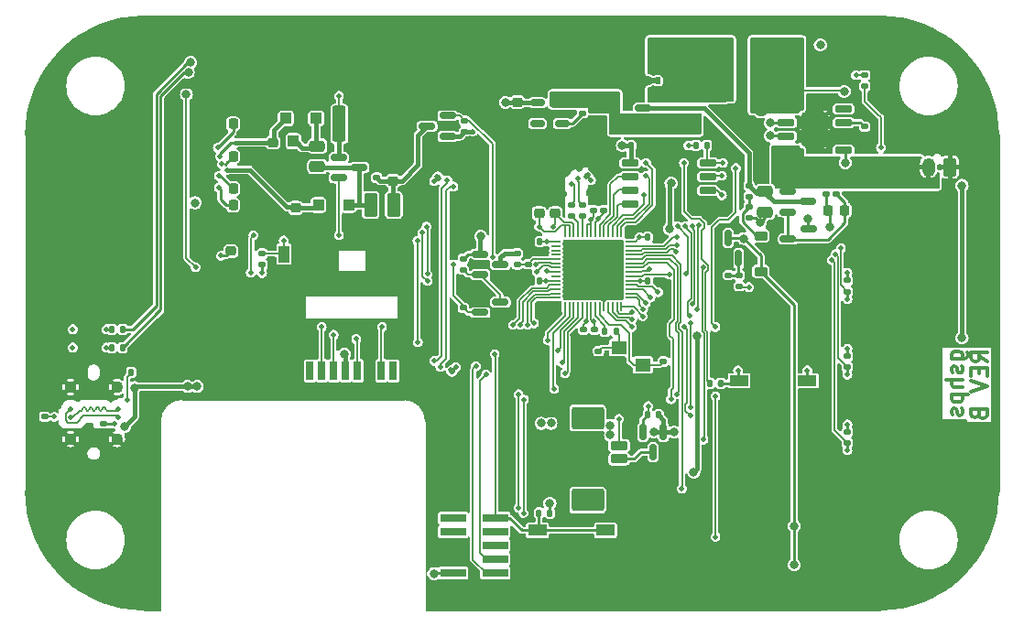
<source format=gbr>
%TF.GenerationSoftware,KiCad,Pcbnew,8.0.6+1*%
%TF.CreationDate,2025-01-07T07:54:14+00:00*%
%TF.ProjectId,gshps,67736870-732e-46b6-9963-61645f706362,B*%
%TF.SameCoordinates,Original*%
%TF.FileFunction,Copper,L4,Bot*%
%TF.FilePolarity,Positive*%
%FSLAX45Y45*%
G04 Gerber Fmt 4.5, Leading zero omitted, Abs format (unit mm)*
G04 Created by KiCad (PCBNEW 8.0.6+1) date 2025-01-07 07:54:14*
%MOMM*%
%LPD*%
G01*
G04 APERTURE LIST*
G04 Aperture macros list*
%AMRoundRect*
0 Rectangle with rounded corners*
0 $1 Rounding radius*
0 $2 $3 $4 $5 $6 $7 $8 $9 X,Y pos of 4 corners*
0 Add a 4 corners polygon primitive as box body*
4,1,4,$2,$3,$4,$5,$6,$7,$8,$9,$2,$3,0*
0 Add four circle primitives for the rounded corners*
1,1,$1+$1,$2,$3*
1,1,$1+$1,$4,$5*
1,1,$1+$1,$6,$7*
1,1,$1+$1,$8,$9*
0 Add four rect primitives between the rounded corners*
20,1,$1+$1,$2,$3,$4,$5,0*
20,1,$1+$1,$4,$5,$6,$7,0*
20,1,$1+$1,$6,$7,$8,$9,0*
20,1,$1+$1,$8,$9,$2,$3,0*%
G04 Aperture macros list end*
%TA.AperFunction,Profile*%
%ADD10C,0.100000*%
%TD*%
%ADD11C,0.300000*%
%TA.AperFunction,NonConductor*%
%ADD12C,0.300000*%
%TD*%
%TA.AperFunction,ComponentPad*%
%ADD13C,1.100000*%
%TD*%
%TA.AperFunction,SMDPad,CuDef*%
%ADD14RoundRect,0.050000X0.387500X0.050000X-0.387500X0.050000X-0.387500X-0.050000X0.387500X-0.050000X0*%
%TD*%
%TA.AperFunction,SMDPad,CuDef*%
%ADD15RoundRect,0.050000X0.050000X0.387500X-0.050000X0.387500X-0.050000X-0.387500X0.050000X-0.387500X0*%
%TD*%
%TA.AperFunction,HeatsinkPad*%
%ADD16R,3.200000X3.200000*%
%TD*%
%TA.AperFunction,SMDPad,CuDef*%
%ADD17RoundRect,0.135000X-0.185000X0.135000X-0.185000X-0.135000X0.185000X-0.135000X0.185000X0.135000X0*%
%TD*%
%TA.AperFunction,SMDPad,CuDef*%
%ADD18RoundRect,0.225000X-0.225000X-0.250000X0.225000X-0.250000X0.225000X0.250000X-0.225000X0.250000X0*%
%TD*%
%TA.AperFunction,SMDPad,CuDef*%
%ADD19RoundRect,0.140000X-0.140000X-0.170000X0.140000X-0.170000X0.140000X0.170000X-0.140000X0.170000X0*%
%TD*%
%TA.AperFunction,SMDPad,CuDef*%
%ADD20RoundRect,0.140000X-0.170000X0.140000X-0.170000X-0.140000X0.170000X-0.140000X0.170000X0.140000X0*%
%TD*%
%TA.AperFunction,SMDPad,CuDef*%
%ADD21RoundRect,0.150000X0.150000X-0.587500X0.150000X0.587500X-0.150000X0.587500X-0.150000X-0.587500X0*%
%TD*%
%TA.AperFunction,SMDPad,CuDef*%
%ADD22RoundRect,0.225000X0.250000X-0.225000X0.250000X0.225000X-0.250000X0.225000X-0.250000X-0.225000X0*%
%TD*%
%TA.AperFunction,SMDPad,CuDef*%
%ADD23R,0.700000X1.750000*%
%TD*%
%TA.AperFunction,SMDPad,CuDef*%
%ADD24R,1.450000X1.000000*%
%TD*%
%TA.AperFunction,SMDPad,CuDef*%
%ADD25R,1.000000X1.550000*%
%TD*%
%TA.AperFunction,SMDPad,CuDef*%
%ADD26R,0.800000X1.500000*%
%TD*%
%TA.AperFunction,SMDPad,CuDef*%
%ADD27R,1.300000X1.500000*%
%TD*%
%TA.AperFunction,SMDPad,CuDef*%
%ADD28R,1.500000X1.500000*%
%TD*%
%TA.AperFunction,SMDPad,CuDef*%
%ADD29R,0.800000X1.400000*%
%TD*%
%TA.AperFunction,SMDPad,CuDef*%
%ADD30RoundRect,0.250000X-0.300000X-0.300000X0.300000X-0.300000X0.300000X0.300000X-0.300000X0.300000X0*%
%TD*%
%TA.AperFunction,SMDPad,CuDef*%
%ADD31RoundRect,0.135000X-0.135000X-0.185000X0.135000X-0.185000X0.135000X0.185000X-0.135000X0.185000X0*%
%TD*%
%TA.AperFunction,SMDPad,CuDef*%
%ADD32RoundRect,0.140000X-0.219203X-0.021213X-0.021213X-0.219203X0.219203X0.021213X0.021213X0.219203X0*%
%TD*%
%TA.AperFunction,SMDPad,CuDef*%
%ADD33RoundRect,0.250000X0.250000X0.475000X-0.250000X0.475000X-0.250000X-0.475000X0.250000X-0.475000X0*%
%TD*%
%TA.AperFunction,SMDPad,CuDef*%
%ADD34RoundRect,0.150000X0.587500X0.150000X-0.587500X0.150000X-0.587500X-0.150000X0.587500X-0.150000X0*%
%TD*%
%TA.AperFunction,SMDPad,CuDef*%
%ADD35R,1.700000X1.000000*%
%TD*%
%TA.AperFunction,SMDPad,CuDef*%
%ADD36RoundRect,0.150000X0.650000X0.150000X-0.650000X0.150000X-0.650000X-0.150000X0.650000X-0.150000X0*%
%TD*%
%TA.AperFunction,HeatsinkPad*%
%ADD37C,0.500000*%
%TD*%
%TA.AperFunction,HeatsinkPad*%
%ADD38R,2.410000X3.100000*%
%TD*%
%TA.AperFunction,SMDPad,CuDef*%
%ADD39RoundRect,0.140000X0.170000X-0.140000X0.170000X0.140000X-0.170000X0.140000X-0.170000X-0.140000X0*%
%TD*%
%TA.AperFunction,SMDPad,CuDef*%
%ADD40RoundRect,0.150000X-0.587500X-0.150000X0.587500X-0.150000X0.587500X0.150000X-0.587500X0.150000X0*%
%TD*%
%TA.AperFunction,SMDPad,CuDef*%
%ADD41RoundRect,0.140000X0.140000X0.170000X-0.140000X0.170000X-0.140000X-0.170000X0.140000X-0.170000X0*%
%TD*%
%TA.AperFunction,SMDPad,CuDef*%
%ADD42RoundRect,0.135000X0.135000X0.185000X-0.135000X0.185000X-0.135000X-0.185000X0.135000X-0.185000X0*%
%TD*%
%TA.AperFunction,SMDPad,CuDef*%
%ADD43RoundRect,0.135000X0.185000X-0.135000X0.185000X0.135000X-0.185000X0.135000X-0.185000X-0.135000X0*%
%TD*%
%TA.AperFunction,SMDPad,CuDef*%
%ADD44RoundRect,0.150000X-0.150000X0.587500X-0.150000X-0.587500X0.150000X-0.587500X0.150000X0.587500X0*%
%TD*%
%TA.AperFunction,SMDPad,CuDef*%
%ADD45RoundRect,0.225000X-0.250000X0.225000X-0.250000X-0.225000X0.250000X-0.225000X0.250000X0.225000X0*%
%TD*%
%TA.AperFunction,SMDPad,CuDef*%
%ADD46R,2.400000X0.740000*%
%TD*%
%TA.AperFunction,SMDPad,CuDef*%
%ADD47RoundRect,0.200000X0.600000X-0.200000X0.600000X0.200000X-0.600000X0.200000X-0.600000X-0.200000X0*%
%TD*%
%TA.AperFunction,SMDPad,CuDef*%
%ADD48RoundRect,0.250001X1.249999X-0.799999X1.249999X0.799999X-1.249999X0.799999X-1.249999X-0.799999X0*%
%TD*%
%TA.AperFunction,SMDPad,CuDef*%
%ADD49RoundRect,0.250000X-0.362500X-1.425000X0.362500X-1.425000X0.362500X1.425000X-0.362500X1.425000X0*%
%TD*%
%TA.AperFunction,SMDPad,CuDef*%
%ADD50RoundRect,0.140000X-0.021213X0.219203X-0.219203X0.021213X0.021213X-0.219203X0.219203X-0.021213X0*%
%TD*%
%TA.AperFunction,SMDPad,CuDef*%
%ADD51R,1.400000X1.200000*%
%TD*%
%TA.AperFunction,SMDPad,CuDef*%
%ADD52RoundRect,0.250000X0.475000X-0.250000X0.475000X0.250000X-0.475000X0.250000X-0.475000X-0.250000X0*%
%TD*%
%TA.AperFunction,SMDPad,CuDef*%
%ADD53RoundRect,0.250000X0.300000X0.300000X-0.300000X0.300000X-0.300000X-0.300000X0.300000X-0.300000X0*%
%TD*%
%TA.AperFunction,SMDPad,CuDef*%
%ADD54RoundRect,0.250000X-0.475000X0.250000X-0.475000X-0.250000X0.475000X-0.250000X0.475000X0.250000X0*%
%TD*%
%TA.AperFunction,SMDPad,CuDef*%
%ADD55RoundRect,0.150000X0.512500X0.150000X-0.512500X0.150000X-0.512500X-0.150000X0.512500X-0.150000X0*%
%TD*%
%TA.AperFunction,SMDPad,CuDef*%
%ADD56RoundRect,0.225000X0.375000X-0.225000X0.375000X0.225000X-0.375000X0.225000X-0.375000X-0.225000X0*%
%TD*%
%TA.AperFunction,SMDPad,CuDef*%
%ADD57RoundRect,0.250000X0.300000X-0.300000X0.300000X0.300000X-0.300000X0.300000X-0.300000X-0.300000X0*%
%TD*%
%TA.AperFunction,SMDPad,CuDef*%
%ADD58RoundRect,0.140000X0.021213X-0.219203X0.219203X-0.021213X-0.021213X0.219203X-0.219203X0.021213X0*%
%TD*%
%TA.AperFunction,SMDPad,CuDef*%
%ADD59RoundRect,0.250000X0.375000X0.850000X-0.375000X0.850000X-0.375000X-0.850000X0.375000X-0.850000X0*%
%TD*%
%TA.AperFunction,ComponentPad*%
%ADD60RoundRect,0.250000X0.350000X0.625000X-0.350000X0.625000X-0.350000X-0.625000X0.350000X-0.625000X0*%
%TD*%
%TA.AperFunction,ComponentPad*%
%ADD61O,1.200000X1.750000*%
%TD*%
%TA.AperFunction,ViaPad*%
%ADD62C,0.500000*%
%TD*%
%TA.AperFunction,ViaPad*%
%ADD63C,0.800000*%
%TD*%
%TA.AperFunction,Conductor*%
%ADD64C,0.400000*%
%TD*%
%TA.AperFunction,Conductor*%
%ADD65C,0.250000*%
%TD*%
%TA.AperFunction,Conductor*%
%ADD66C,0.150000*%
%TD*%
G04 APERTURE END LIST*
D10*
X4300000Y-5900000D02*
X6350000Y-5900000D01*
X10750000Y-2350000D02*
G75*
G02*
X11850000Y-3450000I0J-1100000D01*
G01*
X11850000Y-6750000D02*
G75*
G02*
X10750000Y-7850000I-1100000J0D01*
G01*
X3950000Y-7850000D02*
G75*
G02*
X2850000Y-6750000I0J1100000D01*
G01*
X4100000Y-7850000D02*
X4100000Y-6100000D01*
X4100000Y-6100000D02*
G75*
G02*
X4300000Y-5900000I200000J0D01*
G01*
X10750000Y-7850000D02*
X6550000Y-7850000D01*
X3950000Y-2350000D02*
X10750000Y-2350000D01*
X4100000Y-7850000D02*
X3950000Y-7850000D01*
X2850000Y-6750000D02*
X2850000Y-3450000D01*
X6550000Y-7850000D02*
X6550000Y-6100000D01*
X2850000Y-3450000D02*
G75*
G02*
X3950000Y-2350000I1100000J0D01*
G01*
X6350000Y-5900000D02*
G75*
G02*
X6550000Y-6100000I0J-200000D01*
G01*
X11850000Y-3450000D02*
X11850000Y-6750000D01*
D11*
D12*
X11412833Y-5524737D02*
X11534261Y-5524737D01*
X11534261Y-5524737D02*
X11548547Y-5517594D01*
X11548547Y-5517594D02*
X11555690Y-5510451D01*
X11555690Y-5510451D02*
X11562833Y-5496165D01*
X11562833Y-5496165D02*
X11562833Y-5474737D01*
X11562833Y-5474737D02*
X11555690Y-5460451D01*
X11505690Y-5524737D02*
X11512833Y-5510451D01*
X11512833Y-5510451D02*
X11512833Y-5481880D01*
X11512833Y-5481880D02*
X11505690Y-5467594D01*
X11505690Y-5467594D02*
X11498547Y-5460451D01*
X11498547Y-5460451D02*
X11484261Y-5453308D01*
X11484261Y-5453308D02*
X11441404Y-5453308D01*
X11441404Y-5453308D02*
X11427118Y-5460451D01*
X11427118Y-5460451D02*
X11419976Y-5467594D01*
X11419976Y-5467594D02*
X11412833Y-5481880D01*
X11412833Y-5481880D02*
X11412833Y-5510451D01*
X11412833Y-5510451D02*
X11419976Y-5524737D01*
X11505690Y-5589023D02*
X11512833Y-5603308D01*
X11512833Y-5603308D02*
X11512833Y-5631880D01*
X11512833Y-5631880D02*
X11505690Y-5646165D01*
X11505690Y-5646165D02*
X11491404Y-5653308D01*
X11491404Y-5653308D02*
X11484261Y-5653308D01*
X11484261Y-5653308D02*
X11469976Y-5646165D01*
X11469976Y-5646165D02*
X11462833Y-5631880D01*
X11462833Y-5631880D02*
X11462833Y-5610451D01*
X11462833Y-5610451D02*
X11455690Y-5596165D01*
X11455690Y-5596165D02*
X11441404Y-5589023D01*
X11441404Y-5589023D02*
X11434261Y-5589023D01*
X11434261Y-5589023D02*
X11419976Y-5596165D01*
X11419976Y-5596165D02*
X11412833Y-5610451D01*
X11412833Y-5610451D02*
X11412833Y-5631880D01*
X11412833Y-5631880D02*
X11419976Y-5646165D01*
X11512833Y-5717594D02*
X11362833Y-5717594D01*
X11512833Y-5781880D02*
X11434261Y-5781880D01*
X11434261Y-5781880D02*
X11419976Y-5774737D01*
X11419976Y-5774737D02*
X11412833Y-5760451D01*
X11412833Y-5760451D02*
X11412833Y-5739022D01*
X11412833Y-5739022D02*
X11419976Y-5724737D01*
X11419976Y-5724737D02*
X11427118Y-5717594D01*
X11412833Y-5853308D02*
X11562833Y-5853308D01*
X11419976Y-5853308D02*
X11412833Y-5867594D01*
X11412833Y-5867594D02*
X11412833Y-5896165D01*
X11412833Y-5896165D02*
X11419976Y-5910451D01*
X11419976Y-5910451D02*
X11427118Y-5917594D01*
X11427118Y-5917594D02*
X11441404Y-5924737D01*
X11441404Y-5924737D02*
X11484261Y-5924737D01*
X11484261Y-5924737D02*
X11498547Y-5917594D01*
X11498547Y-5917594D02*
X11505690Y-5910451D01*
X11505690Y-5910451D02*
X11512833Y-5896165D01*
X11512833Y-5896165D02*
X11512833Y-5867594D01*
X11512833Y-5867594D02*
X11505690Y-5853308D01*
X11505690Y-5981880D02*
X11512833Y-5996165D01*
X11512833Y-5996165D02*
X11512833Y-6024737D01*
X11512833Y-6024737D02*
X11505690Y-6039022D01*
X11505690Y-6039022D02*
X11491404Y-6046165D01*
X11491404Y-6046165D02*
X11484261Y-6046165D01*
X11484261Y-6046165D02*
X11469976Y-6039022D01*
X11469976Y-6039022D02*
X11462833Y-6024737D01*
X11462833Y-6024737D02*
X11462833Y-6003308D01*
X11462833Y-6003308D02*
X11455690Y-5989022D01*
X11455690Y-5989022D02*
X11441404Y-5981880D01*
X11441404Y-5981880D02*
X11434261Y-5981880D01*
X11434261Y-5981880D02*
X11419976Y-5989022D01*
X11419976Y-5989022D02*
X11412833Y-6003308D01*
X11412833Y-6003308D02*
X11412833Y-6024737D01*
X11412833Y-6024737D02*
X11419976Y-6039022D01*
D11*
D12*
X11742833Y-5546165D02*
X11671404Y-5496165D01*
X11742833Y-5460451D02*
X11592833Y-5460451D01*
X11592833Y-5460451D02*
X11592833Y-5517594D01*
X11592833Y-5517594D02*
X11599976Y-5531880D01*
X11599976Y-5531880D02*
X11607118Y-5539023D01*
X11607118Y-5539023D02*
X11621404Y-5546165D01*
X11621404Y-5546165D02*
X11642833Y-5546165D01*
X11642833Y-5546165D02*
X11657118Y-5539023D01*
X11657118Y-5539023D02*
X11664261Y-5531880D01*
X11664261Y-5531880D02*
X11671404Y-5517594D01*
X11671404Y-5517594D02*
X11671404Y-5460451D01*
X11664261Y-5610451D02*
X11664261Y-5660451D01*
X11742833Y-5681880D02*
X11742833Y-5610451D01*
X11742833Y-5610451D02*
X11592833Y-5610451D01*
X11592833Y-5610451D02*
X11592833Y-5681880D01*
X11592833Y-5724737D02*
X11742833Y-5774737D01*
X11742833Y-5774737D02*
X11592833Y-5824737D01*
X11664261Y-6039022D02*
X11671404Y-6060451D01*
X11671404Y-6060451D02*
X11678547Y-6067594D01*
X11678547Y-6067594D02*
X11692833Y-6074737D01*
X11692833Y-6074737D02*
X11714261Y-6074737D01*
X11714261Y-6074737D02*
X11728547Y-6067594D01*
X11728547Y-6067594D02*
X11735690Y-6060451D01*
X11735690Y-6060451D02*
X11742833Y-6046165D01*
X11742833Y-6046165D02*
X11742833Y-5989022D01*
X11742833Y-5989022D02*
X11592833Y-5989022D01*
X11592833Y-5989022D02*
X11592833Y-6039022D01*
X11592833Y-6039022D02*
X11599976Y-6053308D01*
X11599976Y-6053308D02*
X11607118Y-6060451D01*
X11607118Y-6060451D02*
X11621404Y-6067594D01*
X11621404Y-6067594D02*
X11635690Y-6067594D01*
X11635690Y-6067594D02*
X11649976Y-6060451D01*
X11649976Y-6060451D02*
X11657118Y-6053308D01*
X11657118Y-6053308D02*
X11664261Y-6039022D01*
X11664261Y-6039022D02*
X11664261Y-5989022D01*
D13*
X3268500Y-6265000D03*
X3698500Y-6265000D03*
X3268500Y-5785000D03*
X3698500Y-5785000D03*
D14*
X8443750Y-4440000D03*
X8443750Y-4480000D03*
X8443750Y-4520000D03*
X8443750Y-4560000D03*
X8443750Y-4600000D03*
X8443750Y-4640000D03*
X8443750Y-4680000D03*
X8443750Y-4720000D03*
X8443750Y-4760000D03*
X8443750Y-4800000D03*
X8443750Y-4840000D03*
X8443750Y-4880000D03*
X8443750Y-4920000D03*
X8443750Y-4960000D03*
D15*
X8360000Y-5043750D03*
X8320000Y-5043750D03*
X8280000Y-5043750D03*
X8240000Y-5043750D03*
X8200000Y-5043750D03*
X8160000Y-5043750D03*
X8120000Y-5043750D03*
X8080000Y-5043750D03*
X8040000Y-5043750D03*
X8000000Y-5043750D03*
X7960000Y-5043750D03*
X7920000Y-5043750D03*
X7880000Y-5043750D03*
X7840000Y-5043750D03*
D14*
X7756250Y-4960000D03*
X7756250Y-4920000D03*
X7756250Y-4880000D03*
X7756250Y-4840000D03*
X7756250Y-4800000D03*
X7756250Y-4760000D03*
X7756250Y-4720000D03*
X7756250Y-4680000D03*
X7756250Y-4640000D03*
X7756250Y-4600000D03*
X7756250Y-4560000D03*
X7756250Y-4520000D03*
X7756250Y-4480000D03*
X7756250Y-4440000D03*
D15*
X7840000Y-4356250D03*
X7880000Y-4356250D03*
X7920000Y-4356250D03*
X7960000Y-4356250D03*
X8000000Y-4356250D03*
X8040000Y-4356250D03*
X8080000Y-4356250D03*
X8120000Y-4356250D03*
X8160000Y-4356250D03*
X8200000Y-4356250D03*
X8240000Y-4356250D03*
X8280000Y-4356250D03*
X8320000Y-4356250D03*
X8360000Y-4356250D03*
D16*
X8100000Y-4700000D03*
D17*
X10250000Y-3899000D03*
X10250000Y-4001000D03*
D18*
X10272500Y-4150000D03*
X10427500Y-4150000D03*
D17*
X9350000Y-4749000D03*
X9350000Y-4851000D03*
D19*
X7512000Y-4800000D03*
X7608000Y-4800000D03*
D18*
X4772500Y-4100000D03*
X4927500Y-4100000D03*
D17*
X3030000Y-6059000D03*
X3030000Y-6161000D03*
D20*
X8100000Y-4052000D03*
X8100000Y-4148000D03*
D21*
X9445000Y-4593750D03*
X9255000Y-4593750D03*
X9350000Y-4406250D03*
D17*
X7400000Y-4549000D03*
X7400000Y-4651000D03*
D18*
X4772500Y-3950000D03*
X4927500Y-3950000D03*
D22*
X4750000Y-4527500D03*
X4750000Y-4372500D03*
D23*
X5482500Y-5635000D03*
X5592500Y-5635000D03*
X5702500Y-5635000D03*
X5812500Y-5635000D03*
X5922500Y-5635000D03*
X6032500Y-5635000D03*
X6142500Y-5635000D03*
X6252500Y-5635000D03*
D24*
X6365000Y-4712500D03*
D25*
X5242500Y-4555000D03*
D26*
X6397500Y-4862500D03*
D27*
X6372500Y-5622500D03*
D28*
X5237500Y-5622500D03*
D29*
X5202500Y-4797500D03*
D30*
X5560000Y-4100000D03*
X5840000Y-4100000D03*
D31*
X9049000Y-3550000D03*
X9151000Y-3550000D03*
D17*
X10610000Y-3376500D03*
X10610000Y-3478500D03*
D32*
X7976059Y-3766059D03*
X8043941Y-3833941D03*
D33*
X9655000Y-3200000D03*
X9465000Y-3200000D03*
D34*
X6753750Y-3275000D03*
X6753750Y-3465000D03*
X6566250Y-3370000D03*
D35*
X9448964Y-6107000D03*
X10078964Y-6107000D03*
X9448964Y-5727000D03*
X10078964Y-5727000D03*
D17*
X9540000Y-3919000D03*
X9540000Y-4021000D03*
D18*
X4772500Y-3650000D03*
X4927500Y-3650000D03*
D20*
X8750000Y-5452000D03*
X8750000Y-5548000D03*
D36*
X10415000Y-3209500D03*
X10415000Y-3336500D03*
X10415000Y-3463500D03*
X10415000Y-3590500D03*
X9885000Y-3590500D03*
X9885000Y-3463500D03*
X9885000Y-3336500D03*
X9885000Y-3209500D03*
D37*
X10245500Y-3530000D03*
X10245500Y-3400000D03*
X10245500Y-3270000D03*
D38*
X10150000Y-3400000D03*
D37*
X10054500Y-3530000D03*
X10054500Y-3400000D03*
X10054500Y-3270000D03*
D17*
X10350000Y-3899000D03*
X10350000Y-4001000D03*
D39*
X8110000Y-5348000D03*
X8110000Y-5252000D03*
D17*
X10450000Y-4799000D03*
X10450000Y-4901000D03*
D19*
X8452000Y-3550000D03*
X8548000Y-3550000D03*
D17*
X7900000Y-4098000D03*
X7900000Y-4200000D03*
D40*
X7056250Y-5095000D03*
X7056250Y-4905000D03*
X7243750Y-5000000D03*
D36*
X9160000Y-3709500D03*
X9160000Y-3836500D03*
X9160000Y-3963500D03*
X9160000Y-4090500D03*
X8440000Y-4090500D03*
X8440000Y-3963500D03*
X8440000Y-3836500D03*
X8440000Y-3709500D03*
D41*
X8700000Y-4800000D03*
X8604000Y-4800000D03*
D42*
X8706000Y-6043750D03*
X8604000Y-6043750D03*
D43*
X5040000Y-4651000D03*
X5040000Y-4549000D03*
D44*
X8560000Y-6200000D03*
X8750000Y-6200000D03*
X8655000Y-6387500D03*
D20*
X8200000Y-4052000D03*
X8200000Y-4148000D03*
D45*
X8150000Y-3172500D03*
X8150000Y-3327500D03*
D39*
X6100000Y-3848000D03*
X6100000Y-3752000D03*
D41*
X8700000Y-4400000D03*
X8604000Y-4400000D03*
D17*
X10450000Y-5499000D03*
X10450000Y-5601000D03*
D46*
X6805000Y-7504000D03*
X7195000Y-7504000D03*
X6805000Y-7377000D03*
X7195000Y-7377000D03*
X6805000Y-7250000D03*
X7195000Y-7250000D03*
X6805000Y-7123000D03*
X7195000Y-7123000D03*
X6805000Y-6996000D03*
X7195000Y-6996000D03*
D47*
X8340000Y-6575000D03*
X8340000Y-6450000D03*
X8340000Y-6325000D03*
D48*
X8050000Y-6830000D03*
X8050000Y-6070000D03*
D22*
X5140000Y-3677500D03*
X5140000Y-3522500D03*
D39*
X3570000Y-6218000D03*
X3570000Y-6122000D03*
D35*
X7585000Y-7490000D03*
X8215000Y-7490000D03*
X7585000Y-7110000D03*
X8215000Y-7110000D03*
D45*
X7600000Y-4022500D03*
X7600000Y-4177500D03*
D40*
X9896250Y-4165000D03*
X9896250Y-3975000D03*
X10083750Y-4070000D03*
D49*
X9253750Y-2900000D03*
X9846250Y-2900000D03*
D42*
X9281000Y-5750000D03*
X9179000Y-5750000D03*
D43*
X6910000Y-3421000D03*
X6910000Y-3319000D03*
D39*
X7500000Y-4648000D03*
X7500000Y-4552000D03*
D22*
X6250000Y-3877500D03*
X6250000Y-3722500D03*
D34*
X10090000Y-4320000D03*
X10090000Y-4510000D03*
X9902500Y-4415000D03*
D45*
X7750000Y-4022500D03*
X7750000Y-4177500D03*
D50*
X6733941Y-3776059D03*
X6666059Y-3843941D03*
D51*
X8340000Y-5420000D03*
X8560000Y-5420000D03*
X8560000Y-5580000D03*
X8340000Y-5580000D03*
D45*
X7400000Y-3150000D03*
X7400000Y-3305000D03*
D52*
X5550000Y-3745000D03*
X5550000Y-3555000D03*
D19*
X7512000Y-4440000D03*
X7608000Y-4440000D03*
D43*
X9450000Y-4851000D03*
X9450000Y-4749000D03*
D53*
X5540000Y-3300000D03*
X5260000Y-3300000D03*
D31*
X3829000Y-5650000D03*
X3931000Y-5650000D03*
D18*
X4772500Y-3350000D03*
X4927500Y-3350000D03*
D54*
X9690000Y-3975000D03*
X9690000Y-4165000D03*
D42*
X8311000Y-5270000D03*
X8209000Y-5270000D03*
D17*
X10610000Y-2899000D03*
X10610000Y-3001000D03*
D34*
X8750000Y-3110000D03*
X8750000Y-3300000D03*
X8562500Y-3205000D03*
D55*
X7813750Y-3155000D03*
X7813750Y-3250000D03*
X7813750Y-3345000D03*
X7586250Y-3345000D03*
X7586250Y-3155000D03*
D49*
X5753750Y-3350000D03*
X6346250Y-3350000D03*
D17*
X8000000Y-3149000D03*
X8000000Y-3251000D03*
D33*
X9865000Y-3780000D03*
X9675000Y-3780000D03*
D17*
X10450000Y-6199000D03*
X10450000Y-6301000D03*
D43*
X9540000Y-4221000D03*
X9540000Y-4119000D03*
D56*
X9000000Y-3365000D03*
X9000000Y-3035000D03*
D57*
X5330000Y-3790000D03*
X5330000Y-3510000D03*
D58*
X6726059Y-5703941D03*
X6793941Y-5636059D03*
D40*
X7056250Y-4745000D03*
X7056250Y-4555000D03*
X7243750Y-4650000D03*
D43*
X6900000Y-5051000D03*
X6900000Y-4949000D03*
D39*
X8010000Y-5348000D03*
X8010000Y-5252000D03*
D59*
X6257500Y-4100000D03*
X6042500Y-4100000D03*
D42*
X8801000Y-2950000D03*
X8699000Y-2950000D03*
D39*
X8150000Y-5548000D03*
X8150000Y-5452000D03*
D40*
X5750000Y-3850000D03*
X5750000Y-3660000D03*
X5937500Y-3755000D03*
D42*
X7701000Y-6950000D03*
X7599000Y-6950000D03*
D17*
X6900000Y-4599000D03*
X6900000Y-4701000D03*
X8000000Y-4099000D03*
X8000000Y-4201000D03*
D56*
X9650000Y-4715000D03*
X9650000Y-4385000D03*
D31*
X3649000Y-5420000D03*
X3751000Y-5420000D03*
D22*
X5350000Y-4127500D03*
X5350000Y-3972500D03*
D31*
X3649000Y-5250000D03*
X3751000Y-5250000D03*
D60*
X11400000Y-3750000D03*
D61*
X11200000Y-3750000D03*
D62*
X4720000Y-3775000D03*
X8300000Y-4800000D03*
D63*
X7480000Y-4020000D03*
X10500000Y-4550000D03*
D62*
X8300000Y-4600000D03*
X7900000Y-4900000D03*
D63*
X7720000Y-6430000D03*
D62*
X8300000Y-4500000D03*
D63*
X10340000Y-6790000D03*
X7620000Y-6430000D03*
D62*
X7640000Y-5020000D03*
D63*
X11400000Y-5250000D03*
D62*
X7900000Y-4600000D03*
D63*
X9310000Y-4100000D03*
X10340000Y-7700000D03*
X9320000Y-7320000D03*
X9670000Y-3640000D03*
X6190000Y-3350000D03*
X3930000Y-5560000D03*
X10050000Y-6000000D03*
X10500000Y-5250000D03*
X8150000Y-3430000D03*
X7690000Y-3250000D03*
X8750000Y-5360000D03*
D62*
X7640000Y-5100000D03*
X8100000Y-3980000D03*
X7900000Y-4500000D03*
X7940000Y-3730000D03*
D63*
X9360000Y-3200000D03*
X8610000Y-2950000D03*
X6630000Y-7250000D03*
D62*
X7440000Y-4440000D03*
X8770000Y-4800000D03*
D63*
X8390000Y-6680000D03*
D62*
X8010000Y-5390000D03*
D63*
X5480000Y-3930000D03*
X7280000Y-3310000D03*
X8640000Y-3550000D03*
X9450000Y-6000000D03*
X10500000Y-5950000D03*
D62*
X8100000Y-4900000D03*
D63*
X8170000Y-6430000D03*
X4470000Y-5400000D03*
X3030000Y-6240000D03*
D62*
X7900000Y-4800000D03*
D63*
X9640000Y-6270000D03*
X6190000Y-3240000D03*
D62*
X8770000Y-4400000D03*
D63*
X4442986Y-4451651D03*
X5350000Y-3670000D03*
X5050000Y-4100000D03*
D62*
X8100000Y-4500000D03*
X6770000Y-3740000D03*
X7650000Y-4550000D03*
X8300000Y-4900000D03*
X7440000Y-4800000D03*
X7640000Y-5180000D03*
X6690000Y-5740000D03*
D63*
X6630000Y-7380000D03*
X6900000Y-4870000D03*
D62*
X7910000Y-5300000D03*
D63*
X10340000Y-7430000D03*
D62*
X8200000Y-4900000D03*
X7900000Y-4700000D03*
D63*
X6240000Y-3610000D03*
X5050000Y-3350000D03*
D62*
X8000000Y-4900000D03*
D63*
X8220000Y-7590000D03*
X7030000Y-5000000D03*
D62*
X8200000Y-3980000D03*
D63*
X6100000Y-3650000D03*
X9650000Y-7320000D03*
D62*
X8200000Y-4500000D03*
X7580000Y-4550000D03*
D63*
X9010000Y-4100000D03*
X9320000Y-6270000D03*
X5040000Y-3650000D03*
X6050000Y-5480000D03*
X5160000Y-3800000D03*
X9490000Y-3290000D03*
D62*
X8300000Y-4700000D03*
D63*
X11400000Y-4550000D03*
X8150000Y-5640000D03*
X8080000Y-6430000D03*
X7400000Y-3410000D03*
D62*
X8000000Y-4500000D03*
D63*
X4870000Y-4390000D03*
X7590000Y-7590000D03*
X10610000Y-3570000D03*
X6190000Y-3460000D03*
X10340000Y-7070000D03*
X4420000Y-3970000D03*
X11120000Y-5960000D03*
X8300000Y-6680000D03*
X4370000Y-5400000D03*
X10430000Y-3710000D03*
X10420000Y-3050000D03*
X9960000Y-7070000D03*
X10290000Y-4300000D03*
X9960000Y-7430000D03*
X9490000Y-4410000D03*
D62*
X4650000Y-3650000D03*
D63*
X4420000Y-4080000D03*
X6630000Y-7510000D03*
X7290000Y-3150000D03*
D62*
X8533603Y-4805459D03*
X8530000Y-4400000D03*
D63*
X8370000Y-3550000D03*
D62*
X6830000Y-5600000D03*
D63*
X8660000Y-6200000D03*
X8850000Y-6200000D03*
D62*
X7666412Y-4806412D03*
X10450000Y-4730000D03*
X8101757Y-5178243D03*
X7600000Y-4300000D03*
D63*
X8260000Y-6140000D03*
D62*
X3290000Y-5250000D03*
D63*
X5800000Y-5480000D03*
D62*
X6630000Y-3880000D03*
X10450000Y-6130000D03*
X7670000Y-4440000D03*
X10450000Y-5430000D03*
X6990000Y-3420000D03*
X8080000Y-3870000D03*
D63*
X8260000Y-6230000D03*
X10200000Y-2620000D03*
D62*
X3290000Y-5420000D03*
X8080000Y-4232550D03*
X5040000Y-4730000D03*
D63*
X7710000Y-6120000D03*
X7620000Y-6120000D03*
X7700000Y-6860000D03*
D62*
X8980000Y-3550000D03*
X3678490Y-6124814D03*
X4660000Y-4570000D03*
X4640000Y-3940000D03*
D63*
X11510000Y-3920000D03*
X11510000Y-5330000D03*
X8806321Y-4321147D03*
X7060000Y-4390000D03*
X9062704Y-5310000D03*
X8820000Y-3900000D03*
X9030000Y-6570000D03*
D62*
X4640000Y-3830000D03*
X8148259Y-4230809D03*
X8036833Y-5180090D03*
X7730000Y-4299950D03*
D63*
X9646250Y-4265000D03*
X10086250Y-4225000D03*
D62*
X4670000Y-3722500D03*
X4630000Y-3570000D03*
X3600000Y-5250000D03*
D63*
X8850000Y-2650000D03*
X8700000Y-2650000D03*
X4350000Y-5780000D03*
X4440000Y-5780000D03*
X8700000Y-2750000D03*
X3770000Y-6150000D03*
X8850000Y-2750000D03*
X3860000Y-5790000D03*
D62*
X3600000Y-5420000D03*
X4960000Y-4380000D03*
X5750000Y-4380000D03*
X4935000Y-4725000D03*
X5750000Y-3090000D03*
D63*
X4340000Y-3080000D03*
D62*
X4425000Y-4675000D03*
X10530000Y-2900000D03*
X3120000Y-6060000D03*
X6570000Y-4804950D03*
X6522550Y-4355694D03*
X8630000Y-4954900D03*
X8700000Y-4907450D03*
X6560000Y-4300000D03*
X6570000Y-4740000D03*
X8882648Y-4297352D03*
X8961080Y-4739011D03*
X8802550Y-4743795D03*
X8990000Y-5127450D03*
X8559908Y-5129866D03*
X8950789Y-4298388D03*
X8587450Y-5005050D03*
X9021030Y-5018040D03*
X9015732Y-4299387D03*
X9060000Y-5070000D03*
X8562369Y-5064962D03*
X9080000Y-4290000D03*
X3790000Y-5900000D03*
X6751716Y-3871716D03*
X3270000Y-6065000D03*
X6631716Y-5541716D03*
X3710000Y-5985000D03*
X7958284Y-3851716D03*
X7901716Y-3908284D03*
X6688284Y-5598284D03*
X6808284Y-3928284D03*
X3710000Y-6065000D03*
X3270000Y-5985000D03*
X7815050Y-5560000D03*
X7015958Y-5593972D03*
X7110000Y-5670000D03*
X7840000Y-5660000D03*
X7775000Y-5445000D03*
X7190000Y-5480000D03*
X7360000Y-5210000D03*
X5590000Y-5230000D03*
X7489900Y-5209842D03*
X5700500Y-5300000D03*
X5910000Y-5340000D03*
X7553500Y-5196664D03*
X6148552Y-5227450D03*
X7424950Y-5210000D03*
X10450000Y-4970000D03*
X8872550Y-4400000D03*
X10390000Y-4500000D03*
X10450000Y-5670000D03*
X10342550Y-4554042D03*
X8872550Y-4470459D03*
X10450000Y-6370000D03*
X10308043Y-4609067D03*
X8861274Y-4534423D03*
X8590000Y-3710000D03*
X9300000Y-3710000D03*
X8940000Y-3710000D03*
X9440000Y-5630000D03*
X10080000Y-5630000D03*
X9115980Y-4680000D03*
X8620000Y-4690000D03*
X9119950Y-6270000D03*
X8920000Y-6725000D03*
X7460000Y-5900000D03*
X8820000Y-5897450D03*
X7457450Y-6950000D03*
X7410000Y-6900000D03*
X8870000Y-5850000D03*
X7410000Y-5850000D03*
D63*
X9740000Y-3460000D03*
X4357523Y-2874853D03*
X9740000Y-3340000D03*
X4380000Y-2782550D03*
D62*
X9290000Y-3830000D03*
X8590000Y-3830000D03*
X9290000Y-4010000D03*
X8570000Y-4010000D03*
X5240000Y-4427450D03*
X6475100Y-4430000D03*
X6480000Y-5370000D03*
X7680000Y-5350000D03*
X7580000Y-4720000D03*
X9540000Y-4860000D03*
X8939269Y-5224816D03*
X8457917Y-5162083D03*
X9000050Y-6050000D03*
X8340000Y-6080000D03*
X9000254Y-5191586D03*
X8610000Y-5960000D03*
X8457069Y-5094131D03*
X9000000Y-5970000D03*
X7571000Y-4653993D03*
X6810000Y-4650000D03*
X9230000Y-5870000D03*
X7740000Y-5802500D03*
X9230000Y-7170000D03*
X9230000Y-5230000D03*
X10760000Y-3570000D03*
X8458572Y-5229843D03*
X9420000Y-3760000D03*
X7670000Y-4710000D03*
X7170000Y-4580000D03*
D64*
X4720000Y-3775000D02*
X4925000Y-3775000D01*
X5270000Y-4120000D02*
X5342500Y-4120000D01*
X5350000Y-4127500D02*
X5532500Y-4127500D01*
X5342500Y-4120000D02*
X5350000Y-4127500D01*
X5532500Y-4127500D02*
X5560000Y-4100000D01*
X4925000Y-3775000D02*
X5270000Y-4120000D01*
X6050000Y-5480000D02*
X6030500Y-5499500D01*
D65*
X6726059Y-5703941D02*
X6690000Y-5740000D01*
X7976059Y-3766059D02*
X7940000Y-3730000D01*
D64*
X6030500Y-5499500D02*
X6030500Y-5630000D01*
D65*
X6733941Y-3776059D02*
X6770000Y-3740000D01*
D66*
X10410000Y-3040000D02*
X10420000Y-3050000D01*
D65*
X10430000Y-3605500D02*
X10415000Y-3590500D01*
D64*
X9664500Y-3209500D02*
X9655000Y-3200000D01*
X9885000Y-3209500D02*
X9885000Y-2938750D01*
D66*
X9850000Y-3040000D02*
X10410000Y-3040000D01*
D65*
X10430000Y-3710000D02*
X10430000Y-3605500D01*
D66*
X9850000Y-2903750D02*
X9850000Y-3040000D01*
D64*
X9885000Y-2938750D02*
X9846250Y-2900000D01*
X9885000Y-3209500D02*
X9664500Y-3209500D01*
D66*
X9846250Y-2900000D02*
X9850000Y-2903750D01*
D65*
X9960000Y-5025000D02*
X9650000Y-4715000D01*
X9650000Y-4570000D02*
X9650000Y-4715000D01*
X9960000Y-7070000D02*
X9960000Y-5025000D01*
X10250000Y-4127500D02*
X10272500Y-4150000D01*
X9350000Y-4406250D02*
X9486250Y-4406250D01*
X9960000Y-7430000D02*
X9960000Y-7070000D01*
X10250000Y-4001000D02*
X10250000Y-4127500D01*
X10290000Y-4167500D02*
X10272500Y-4150000D01*
X10290000Y-4300000D02*
X10290000Y-4167500D01*
X9490000Y-4410000D02*
X9650000Y-4570000D01*
D64*
X5150000Y-3522500D02*
X5150000Y-3410000D01*
D65*
X4754069Y-3522500D02*
X4790000Y-3522500D01*
X4663284Y-3613284D02*
X4650000Y-3626569D01*
D64*
X5150000Y-3410000D02*
X5260000Y-3300000D01*
D65*
X4650000Y-3626569D02*
X4650000Y-3650000D01*
X4754069Y-3522500D02*
X4663284Y-3613284D01*
D64*
X4790000Y-3522500D02*
X5150000Y-3522500D01*
X8750000Y-6200000D02*
X8660000Y-6200000D01*
D66*
X8080000Y-4280000D02*
X8080000Y-4232550D01*
D64*
X5800000Y-5480000D02*
X5810500Y-5490500D01*
D65*
X10450000Y-4799000D02*
X10450000Y-4730000D01*
D64*
X8750000Y-6087750D02*
X8706000Y-6043750D01*
D66*
X7672825Y-4800000D02*
X7666412Y-4806412D01*
D64*
X6989000Y-3421000D02*
X6990000Y-3420000D01*
D66*
X8604000Y-4800000D02*
X8539061Y-4800000D01*
X7840000Y-4290000D02*
X7880000Y-4290000D01*
D65*
X6793941Y-5636059D02*
X6830000Y-5600000D01*
D66*
X7756250Y-4800000D02*
X7672825Y-4800000D01*
D65*
X10450000Y-6199000D02*
X10450000Y-6130000D01*
D66*
X8100000Y-4148000D02*
X8100000Y-4212550D01*
D64*
X5810500Y-5490500D02*
X5810500Y-5630000D01*
D66*
X8080000Y-5156486D02*
X8080000Y-5043750D01*
X8100000Y-4212550D02*
X8080000Y-4232550D01*
X7750000Y-4350000D02*
X7810000Y-4290000D01*
D65*
X10450000Y-5499000D02*
X10450000Y-5430000D01*
D64*
X7295000Y-3155000D02*
X7290000Y-3150000D01*
D65*
X3675676Y-6122000D02*
X3570000Y-6122000D01*
D66*
X8101757Y-5178243D02*
X8110000Y-5186486D01*
X7660000Y-4800000D02*
X7608000Y-4800000D01*
D65*
X3678490Y-6124814D02*
X3675676Y-6122000D01*
D66*
X8604000Y-4400000D02*
X8530000Y-4400000D01*
X8443750Y-4800000D02*
X8528144Y-4800000D01*
X7600000Y-4177500D02*
X7600000Y-4300000D01*
D65*
X6636000Y-7504000D02*
X6630000Y-7510000D01*
D64*
X6910000Y-3421000D02*
X6989000Y-3421000D01*
D65*
X7701000Y-6950000D02*
X7701000Y-6861000D01*
D66*
X7666412Y-4806412D02*
X7660000Y-4800000D01*
D64*
X8452000Y-3697500D02*
X8440000Y-3709500D01*
D66*
X7650000Y-4350000D02*
X7750000Y-4350000D01*
D64*
X8750000Y-6200000D02*
X8850000Y-6200000D01*
D65*
X7701000Y-6861000D02*
X7700000Y-6860000D01*
D64*
X6866000Y-3465000D02*
X6910000Y-3421000D01*
X8452000Y-3550000D02*
X8370000Y-3550000D01*
X8750000Y-6200000D02*
X8750000Y-6087750D01*
D66*
X8539061Y-4800000D02*
X8533603Y-4805459D01*
D64*
X7586250Y-3155000D02*
X7295000Y-3155000D01*
D66*
X8080000Y-4356250D02*
X8080000Y-4280000D01*
X8110000Y-5186486D02*
X8110000Y-5252000D01*
X7608000Y-4440000D02*
X7670000Y-4440000D01*
X8040000Y-4280000D02*
X8080000Y-4280000D01*
X7600000Y-4300000D02*
X7650000Y-4350000D01*
X9049000Y-3550000D02*
X8980000Y-3550000D01*
D65*
X6666059Y-3843941D02*
X6630000Y-3880000D01*
X4425000Y-4075000D02*
X4420000Y-4080000D01*
D66*
X7840000Y-4290000D02*
X7810000Y-4290000D01*
D64*
X8452000Y-3550000D02*
X8452000Y-3697500D01*
X6753750Y-3465000D02*
X6866000Y-3465000D01*
D65*
X5040000Y-4651000D02*
X5040000Y-4730000D01*
D66*
X7840000Y-4356250D02*
X7840000Y-4290000D01*
X8040000Y-4356250D02*
X8040000Y-4280000D01*
X7880000Y-4356250D02*
X7880000Y-4290000D01*
D65*
X6805000Y-7504000D02*
X6636000Y-7504000D01*
D66*
X7756250Y-4440000D02*
X7670000Y-4440000D01*
X8443750Y-4440000D02*
X8490000Y-4440000D01*
D65*
X8043941Y-3833941D02*
X8080000Y-3870000D01*
D66*
X8490000Y-4440000D02*
X8530000Y-4400000D01*
X8528144Y-4800000D02*
X8533603Y-4805459D01*
X8101757Y-5178243D02*
X8080000Y-5156486D01*
D65*
X10270000Y-4420000D02*
X10427500Y-4262500D01*
X10427500Y-4150000D02*
X10427500Y-4078500D01*
X9902500Y-4415000D02*
X9920000Y-4432500D01*
X10427500Y-4078500D02*
X10350000Y-4001000D01*
X9907500Y-4420000D02*
X10270000Y-4420000D01*
X9896250Y-4408750D02*
X9896250Y-4165000D01*
X9902500Y-4415000D02*
X9907500Y-4420000D01*
X10427500Y-4262500D02*
X10427500Y-4150000D01*
X9902500Y-4415000D02*
X9896250Y-4408750D01*
D66*
X8432500Y-5288588D02*
X8432500Y-5540000D01*
X8718000Y-5580000D02*
X8560000Y-5580000D01*
X8160000Y-5120000D02*
X8250000Y-5210000D01*
X8750000Y-5548000D02*
X8718000Y-5580000D01*
X8353912Y-5210000D02*
X8432500Y-5288588D01*
X8160000Y-5043750D02*
X8160000Y-5120000D01*
X8472500Y-5580000D02*
X8560000Y-5580000D01*
X8250000Y-5210000D02*
X8353912Y-5210000D01*
X8432500Y-5540000D02*
X8472500Y-5580000D01*
D65*
X4660000Y-4570000D02*
X4707500Y-4570000D01*
X4707500Y-4570000D02*
X4750000Y-4527500D01*
X4660000Y-3960000D02*
X4660000Y-4050000D01*
X4710000Y-4100000D02*
X4772500Y-4100000D01*
X4640000Y-3940000D02*
X4660000Y-3960000D01*
X4660000Y-4050000D02*
X4710000Y-4100000D01*
D64*
X8810000Y-4317468D02*
X8810000Y-3910000D01*
X7056250Y-4393750D02*
X7060000Y-4390000D01*
X9060000Y-6540000D02*
X9060000Y-5312704D01*
D65*
X7056250Y-4555000D02*
X6944000Y-4555000D01*
D64*
X8806321Y-4321147D02*
X8810000Y-4317468D01*
D65*
X6944000Y-4555000D02*
X6900000Y-4599000D01*
D64*
X7056250Y-4555000D02*
X7056250Y-4393750D01*
X11510000Y-5330000D02*
X11510000Y-4042353D01*
X8810000Y-3910000D02*
X8820000Y-3900000D01*
X9030000Y-6570000D02*
X9060000Y-6540000D01*
X11510000Y-4042353D02*
X11510000Y-3920000D01*
X9060000Y-5312704D02*
X9062704Y-5310000D01*
D65*
X4652500Y-3830000D02*
X4772500Y-3950000D01*
X4640000Y-3830000D02*
X4652500Y-3830000D01*
D66*
X8010000Y-5206923D02*
X8010000Y-5252000D01*
X8120000Y-4259068D02*
X8148259Y-4230809D01*
X8200000Y-4179068D02*
X8148259Y-4230809D01*
X8040000Y-5176923D02*
X8040000Y-5043750D01*
X8120000Y-4356250D02*
X8120000Y-4259068D01*
X7832500Y-4260000D02*
X7900000Y-4260000D01*
X8036833Y-5180090D02*
X8040000Y-5176923D01*
X7900000Y-4260000D02*
X7920000Y-4280000D01*
X7920000Y-4280000D02*
X7920000Y-4356250D01*
X7750000Y-4177500D02*
X7832500Y-4260000D01*
X8036833Y-5180090D02*
X8010000Y-5206923D01*
X7750000Y-4177500D02*
X7750000Y-4279950D01*
X7750000Y-4279950D02*
X7730000Y-4299950D01*
X8200000Y-4148000D02*
X8200000Y-4179068D01*
D64*
X9540000Y-3620000D02*
X9540000Y-3919000D01*
X8562500Y-3205000D02*
X9125000Y-3205000D01*
X9613500Y-3992500D02*
X9540000Y-3919000D01*
X9690000Y-3992500D02*
X9613500Y-3992500D01*
X9767500Y-4070000D02*
X9690000Y-3992500D01*
X10083750Y-4070000D02*
X9767500Y-4070000D01*
X9125000Y-3205000D02*
X9540000Y-3620000D01*
D65*
X9540000Y-4221000D02*
X9602250Y-4221000D01*
X9690000Y-4221250D02*
X9646250Y-4265000D01*
X9690000Y-4147500D02*
X9690000Y-4221250D01*
X10086250Y-4316250D02*
X10090000Y-4320000D01*
X10086250Y-4225000D02*
X10086250Y-4316250D01*
X9602250Y-4221000D02*
X9646250Y-4265000D01*
X4716250Y-3706250D02*
X4772500Y-3650000D01*
X4697500Y-3725000D02*
X4716250Y-3706250D01*
D64*
X5540000Y-3562500D02*
X5550000Y-3572500D01*
X5412500Y-3572500D02*
X5350000Y-3510000D01*
X5550000Y-3572500D02*
X5412500Y-3572500D01*
X5540000Y-3300000D02*
X5540000Y-3562500D01*
D65*
X4772500Y-3427500D02*
X4772500Y-3350000D01*
X4630000Y-3570000D02*
X4772500Y-3427500D01*
X3600000Y-5250000D02*
X3649000Y-5250000D01*
D64*
X4350000Y-5780000D02*
X4440000Y-5780000D01*
X3770000Y-6150000D02*
X3860000Y-6060000D01*
X3860000Y-5790000D02*
X3870000Y-5780000D01*
X3860000Y-6060000D02*
X3860000Y-5790000D01*
X3870000Y-5780000D02*
X4350000Y-5780000D01*
X5930000Y-4100000D02*
X5840000Y-4100000D01*
X5937500Y-3755000D02*
X5937500Y-4092500D01*
X5937500Y-3755000D02*
X5577500Y-3755000D01*
X5577500Y-3755000D02*
X5550000Y-3727500D01*
X6042500Y-4100000D02*
X5930000Y-4100000D01*
X5937500Y-4092500D02*
X5930000Y-4100000D01*
D65*
X3600000Y-5420000D02*
X3649000Y-5420000D01*
D66*
X4960000Y-4388388D02*
X4960000Y-4380000D01*
X5750000Y-3850000D02*
X5750000Y-4380000D01*
X4940000Y-4720000D02*
X4940000Y-4408388D01*
X4940000Y-4408388D02*
X4960000Y-4388388D01*
X4935000Y-4725000D02*
X4940000Y-4720000D01*
D64*
X5750000Y-3353750D02*
X5753750Y-3350000D01*
D66*
X4340000Y-3080000D02*
X4340000Y-4590000D01*
X5753750Y-3093750D02*
X5750000Y-3090000D01*
X4340000Y-4590000D02*
X4425000Y-4675000D01*
X5753750Y-3350000D02*
X5753750Y-3093750D01*
D64*
X5750000Y-3660000D02*
X5750000Y-3353750D01*
D65*
X9480500Y-4178500D02*
X9480500Y-4251857D01*
X9540000Y-4021000D02*
X9540000Y-4119000D01*
X9613643Y-4385000D02*
X9650000Y-4385000D01*
X9540000Y-4119000D02*
X9480500Y-4178500D01*
X9480500Y-4251857D02*
X9613643Y-4385000D01*
D66*
X10531000Y-2899000D02*
X10610000Y-2899000D01*
X10530000Y-2900000D02*
X10531000Y-2899000D01*
X3031000Y-6060000D02*
X3030000Y-6059000D01*
X3120000Y-6060000D02*
X3031000Y-6060000D01*
X6567775Y-4804950D02*
X6570000Y-4804950D01*
X6522550Y-4749950D02*
X6522500Y-4750000D01*
X6522550Y-4355694D02*
X6522550Y-4749950D01*
X8443750Y-4880000D02*
X8447250Y-4883500D01*
X8447250Y-4883500D02*
X8558600Y-4883500D01*
X6522500Y-4759675D02*
X6567775Y-4804950D01*
X8558600Y-4883500D02*
X8630000Y-4954900D01*
X6522500Y-4750000D02*
X6522500Y-4759675D01*
X6570000Y-4740000D02*
X6570000Y-4310000D01*
X8514469Y-4853500D02*
X8646050Y-4853500D01*
X8500969Y-4840000D02*
X8514469Y-4853500D01*
X8646050Y-4853500D02*
X8700000Y-4907450D01*
X6570000Y-4310000D02*
X6560000Y-4300000D01*
X8443750Y-4840000D02*
X8500969Y-4840000D01*
X8802550Y-4743795D02*
X8570000Y-4743795D01*
X8445792Y-4757959D02*
X8555836Y-4757959D01*
X8961080Y-4739011D02*
X8978530Y-4721561D01*
X8978530Y-4721561D02*
X8978530Y-4393234D01*
X8555836Y-4757959D02*
X8570000Y-4743795D01*
X8978530Y-4393234D02*
X8882648Y-4297352D01*
X8443750Y-4760000D02*
X8445792Y-4757959D01*
X8950789Y-4298388D02*
X8968232Y-4315831D01*
X9008530Y-4963365D02*
X8973530Y-4998365D01*
X8968232Y-4319062D02*
X9008530Y-4359361D01*
X8360000Y-5043750D02*
X8473793Y-5043750D01*
X8973530Y-5110980D02*
X8990000Y-5127450D01*
X8968232Y-4315831D02*
X8968232Y-4319062D01*
X8973530Y-4998365D02*
X8973530Y-5110980D01*
X9008530Y-4359361D02*
X9008530Y-4963365D01*
X8473793Y-5043750D02*
X8559908Y-5129866D01*
X9038530Y-5000540D02*
X9021030Y-5018040D01*
X9015732Y-4315058D02*
X9038530Y-4337856D01*
X9038530Y-4337856D02*
X9038530Y-5000540D01*
X9015732Y-4299387D02*
X9015732Y-4315058D01*
X8502400Y-4920000D02*
X8443750Y-4920000D01*
X8587450Y-5005050D02*
X8502400Y-4920000D01*
X8562369Y-5064962D02*
X8525000Y-5027593D01*
X8525000Y-4985000D02*
X8500000Y-4960000D01*
X8500000Y-4960000D02*
X8443750Y-4960000D01*
X9068530Y-4313764D02*
X9068530Y-5061470D01*
X9068530Y-5061470D02*
X9060000Y-5070000D01*
X9080000Y-4302294D02*
X9068530Y-4313764D01*
X8525000Y-5027593D02*
X8525000Y-4985000D01*
X9080000Y-4290000D02*
X9080000Y-4302294D01*
X3790000Y-5689000D02*
X3829000Y-5650000D01*
X3790000Y-5900000D02*
X3790000Y-5689000D01*
X3604805Y-6002500D02*
X3610805Y-6002500D01*
X7972000Y-4071000D02*
X8000000Y-4099000D01*
X3514805Y-5969194D02*
X3520805Y-5969194D01*
X3270000Y-6065000D02*
X3287500Y-6065000D01*
X7958284Y-3876464D02*
X7972000Y-3890180D01*
X3697500Y-5997500D02*
X3710000Y-5985000D01*
X6751716Y-3896464D02*
X6751716Y-3871716D01*
X7972000Y-3890180D02*
X7972000Y-4071000D01*
X7958284Y-3851716D02*
X7958284Y-3876464D01*
X3424805Y-6002500D02*
X3430805Y-6002500D01*
X3350000Y-6002500D02*
X3370805Y-6002500D01*
X6656464Y-5541716D02*
X6697500Y-5500680D01*
X3442805Y-5990500D02*
X3442805Y-5981192D01*
X3454805Y-5969192D02*
X3460805Y-5969192D01*
X6697500Y-3950680D02*
X6751716Y-3896464D01*
X3382805Y-5990500D02*
X3382805Y-5981192D01*
X3502805Y-5990500D02*
X3502805Y-5981194D01*
X3692500Y-6002500D02*
X3697500Y-5997500D01*
X3610805Y-6002500D02*
X3692500Y-6002500D01*
X6631716Y-5541716D02*
X6656464Y-5541716D01*
X3472805Y-5981192D02*
X3472805Y-5990500D01*
X3532805Y-5981194D02*
X3532805Y-5990500D01*
X3562805Y-5990500D02*
X3562805Y-5981194D01*
X3287500Y-6065000D02*
X3350000Y-6002500D01*
X3484805Y-6002500D02*
X3490805Y-6002500D01*
X3544805Y-6002500D02*
X3550805Y-6002500D01*
X3412805Y-5981192D02*
X3412805Y-5990500D01*
X3394805Y-5969192D02*
X3400805Y-5969192D01*
X6697500Y-5500680D02*
X6697500Y-3950680D01*
X3574805Y-5969194D02*
X3580805Y-5969194D01*
X3592805Y-5981194D02*
X3592805Y-5990500D01*
X3490805Y-6002500D02*
G75*
G03*
X3502800Y-5990500I-5J12000D01*
G01*
X3562805Y-5981194D02*
G75*
G02*
X3574805Y-5969195I11995J4D01*
G01*
X3412805Y-5990500D02*
G75*
G03*
X3424805Y-6002495I11995J0D01*
G01*
X3382805Y-5981192D02*
G75*
G02*
X3394805Y-5969195I11995J2D01*
G01*
X3520805Y-5969194D02*
G75*
G02*
X3532796Y-5981194I-5J-11996D01*
G01*
X3532805Y-5990500D02*
G75*
G03*
X3544805Y-6002495I11995J0D01*
G01*
X3502805Y-5981194D02*
G75*
G02*
X3514805Y-5969195I11995J4D01*
G01*
X3400805Y-5969192D02*
G75*
G02*
X3412798Y-5981192I-5J-11998D01*
G01*
X3442805Y-5981192D02*
G75*
G02*
X3454805Y-5969195I11995J2D01*
G01*
X3430805Y-6002500D02*
G75*
G03*
X3442800Y-5990500I-5J12000D01*
G01*
X3580805Y-5969194D02*
G75*
G02*
X3592796Y-5981194I-5J-11996D01*
G01*
X3592805Y-5990500D02*
G75*
G03*
X3604805Y-6002495I11995J0D01*
G01*
X3460805Y-5969192D02*
G75*
G02*
X3472798Y-5981192I-5J-11998D01*
G01*
X3472805Y-5990500D02*
G75*
G03*
X3484805Y-6002495I11995J0D01*
G01*
X3550805Y-6002500D02*
G75*
G03*
X3562800Y-5990500I-5J12000D01*
G01*
X3370805Y-6002500D02*
G75*
G03*
X3382800Y-5990500I-5J12000D01*
G01*
X6742500Y-5519320D02*
X6742500Y-3969320D01*
X7927000Y-3908820D02*
X7927000Y-4071000D01*
X6783536Y-3928284D02*
X6808284Y-3928284D01*
X3222500Y-6092500D02*
X3242500Y-6112500D01*
X6688284Y-5573536D02*
X6742500Y-5519320D01*
X3692500Y-6047500D02*
X3390000Y-6047500D01*
X7927000Y-4071000D02*
X7900000Y-4098000D01*
X6688284Y-5598284D02*
X6688284Y-5573536D01*
X7901716Y-3908284D02*
X7926464Y-3908284D01*
X7926464Y-3908284D02*
X7927000Y-3908820D01*
X3270000Y-5985000D02*
X3222500Y-6032500D01*
X6742500Y-3969320D02*
X6783536Y-3928284D01*
X3242500Y-6112500D02*
X3325000Y-6112500D01*
X3325000Y-6112500D02*
X3390000Y-6047500D01*
X3222500Y-6032500D02*
X3222500Y-6092500D01*
X3710000Y-6065000D02*
X3692500Y-6047500D01*
D65*
X8480000Y-6450000D02*
X8340000Y-6450000D01*
X8655000Y-6387500D02*
X8542500Y-6387500D01*
X8542500Y-6387500D02*
X8480000Y-6450000D01*
D66*
X7015958Y-5593972D02*
X6990000Y-5619930D01*
X6990000Y-5619930D02*
X6990000Y-7382000D01*
X7830000Y-5270398D02*
X7830000Y-5545050D01*
X7112000Y-7504000D02*
X7195000Y-7504000D01*
X6990000Y-7382000D02*
X7112000Y-7504000D01*
X7960000Y-5043750D02*
X7960000Y-5140398D01*
X7960000Y-5140398D02*
X7830000Y-5270398D01*
X7830000Y-5545050D02*
X7815050Y-5560000D01*
X7110000Y-5670000D02*
X7050000Y-5730000D01*
X8000000Y-5142825D02*
X7862500Y-5280325D01*
X7862500Y-5637500D02*
X7840000Y-5660000D01*
X7050000Y-5730000D02*
X7050000Y-7315000D01*
X8000000Y-5043750D02*
X8000000Y-5142825D01*
X7862500Y-5280325D02*
X7862500Y-5637500D01*
X7050000Y-7315000D02*
X7112000Y-7377000D01*
X7112000Y-7377000D02*
X7195000Y-7377000D01*
X7800000Y-5257972D02*
X7800000Y-5420000D01*
D65*
X7599000Y-6950000D02*
X7599000Y-7096000D01*
X7585000Y-7110000D02*
X7440000Y-7110000D01*
X8215000Y-7110000D02*
X7585000Y-7110000D01*
D66*
X7800000Y-5420000D02*
X7775000Y-5445000D01*
X7920000Y-5043750D02*
X7920000Y-5137972D01*
D65*
X7599000Y-7096000D02*
X7585000Y-7110000D01*
D66*
X7195000Y-5485000D02*
X7195000Y-6996000D01*
X7190000Y-5480000D02*
X7195000Y-5485000D01*
D65*
X7326000Y-6996000D02*
X7195000Y-6996000D01*
X7440000Y-7110000D02*
X7326000Y-6996000D01*
D66*
X7920000Y-5137972D02*
X7800000Y-5257972D01*
X5590500Y-5230500D02*
X5590500Y-5630000D01*
X7535147Y-4870000D02*
X7420000Y-4985147D01*
X7700000Y-4840000D02*
X7670000Y-4870000D01*
X7420000Y-5150000D02*
X7417775Y-5150000D01*
X7670000Y-4870000D02*
X7535147Y-4870000D01*
X5590000Y-5230000D02*
X5590500Y-5230500D01*
X7360000Y-5207775D02*
X7360000Y-5210000D01*
X7756250Y-4840000D02*
X7700000Y-4840000D01*
X7420000Y-4985147D02*
X7420000Y-5150000D01*
X7417775Y-5150000D02*
X7360000Y-5207775D01*
X5700500Y-5300000D02*
X5700500Y-5630000D01*
X7694853Y-4930000D02*
X7704853Y-4920000D01*
X7704853Y-4920000D02*
X7756250Y-4920000D01*
X7560000Y-4930000D02*
X7489900Y-5000100D01*
X7560000Y-4930000D02*
X7694853Y-4930000D01*
X7489900Y-5000100D02*
X7489900Y-5209842D01*
X5910000Y-5340000D02*
X5920500Y-5350500D01*
X7530000Y-5002426D02*
X7572426Y-4960000D01*
X7530000Y-5173165D02*
X7530000Y-5002426D01*
X7553500Y-5196664D02*
X7530000Y-5173165D01*
X7572426Y-4960000D02*
X7756250Y-4960000D01*
X5920500Y-5350500D02*
X5920500Y-5630000D01*
X7424950Y-5205050D02*
X7424950Y-5210000D01*
X7682426Y-4900000D02*
X7547574Y-4900000D01*
X7756250Y-4880000D02*
X7702426Y-4880000D01*
X7702426Y-4880000D02*
X7682426Y-4900000D01*
X7547574Y-4900000D02*
X7450000Y-4997574D01*
X6148552Y-5227450D02*
X6140500Y-5235502D01*
X7450000Y-5180000D02*
X7424950Y-5205050D01*
X7450000Y-4997574D02*
X7450000Y-5180000D01*
X6140500Y-5235502D02*
X6140500Y-5630000D01*
X8837175Y-4400000D02*
X8757175Y-4480000D01*
X10390000Y-4841000D02*
X10390000Y-4500000D01*
D65*
X10450000Y-4970000D02*
X10450000Y-4901000D01*
D66*
X8757175Y-4480000D02*
X8443750Y-4480000D01*
X8872550Y-4400000D02*
X8837175Y-4400000D01*
X10450000Y-4901000D02*
X10390000Y-4841000D01*
X8809143Y-4470459D02*
X8769602Y-4510000D01*
X8872550Y-4470459D02*
X8809143Y-4470459D01*
X10360000Y-5511000D02*
X10450000Y-5601000D01*
D65*
X10450000Y-5670000D02*
X10450000Y-5601000D01*
D66*
X8443750Y-4520000D02*
X8540000Y-4520000D01*
X8540000Y-4520000D02*
X8550000Y-4510000D01*
X10360000Y-4571492D02*
X10360000Y-5511000D01*
X8769602Y-4510000D02*
X8550000Y-4510000D01*
X10342550Y-4554042D02*
X10360000Y-4571492D01*
D65*
X10450000Y-6370000D02*
X10450000Y-6301000D01*
D66*
X8572721Y-4540000D02*
X8782028Y-4540000D01*
X10308043Y-4609067D02*
X10330000Y-4631025D01*
X10330000Y-4631025D02*
X10330000Y-6181000D01*
X8812028Y-4510000D02*
X8836851Y-4510000D01*
X8552721Y-4560000D02*
X8572721Y-4540000D01*
X8782028Y-4540000D02*
X8812028Y-4510000D01*
X10330000Y-6181000D02*
X10450000Y-6301000D01*
X8443750Y-4560000D02*
X8552721Y-4560000D01*
X8836851Y-4510000D02*
X8861274Y-4534423D01*
D65*
X9450000Y-4749000D02*
X9350000Y-4749000D01*
X9445000Y-4744000D02*
X9450000Y-4749000D01*
X9445000Y-4593750D02*
X9445000Y-4744000D01*
D66*
X9127500Y-4309675D02*
X9127500Y-4270325D01*
X9163480Y-4660325D02*
X9100000Y-4596845D01*
X9087175Y-4230000D02*
X9010000Y-4230000D01*
X9155204Y-5271685D02*
X9140000Y-5256482D01*
X9179000Y-5750000D02*
X9155204Y-5726203D01*
X9300000Y-3710000D02*
X9160500Y-3710000D01*
X8647500Y-3767500D02*
X8590000Y-3710000D01*
X8940000Y-4160000D02*
X8940000Y-3710000D01*
X9151000Y-3550000D02*
X9151000Y-3700500D01*
X9100000Y-4596845D02*
X9100000Y-4337175D01*
X9010000Y-4230000D02*
X8940000Y-4160000D01*
X9163480Y-4699675D02*
X9163480Y-4660325D01*
X9155204Y-5726203D02*
X9155204Y-5271685D01*
X9160500Y-3710000D02*
X9160000Y-3709500D01*
X8430000Y-4257939D02*
X8490447Y-4257939D01*
X9140000Y-4723155D02*
X9163480Y-4699675D01*
X9127500Y-4270325D02*
X9087175Y-4230000D01*
X9151000Y-3700500D02*
X9160000Y-3709500D01*
X8402061Y-4257939D02*
X8430000Y-4257939D01*
X8360000Y-4300000D02*
X8402061Y-4257939D01*
X8360000Y-4356250D02*
X8360000Y-4300000D01*
X9140000Y-5256482D02*
X9140000Y-4723155D01*
X8490447Y-4257939D02*
X8647500Y-4100886D01*
X8647500Y-4100886D02*
X8647500Y-3767500D01*
X9100000Y-4337175D02*
X9127500Y-4309675D01*
D65*
X10078964Y-5631036D02*
X10080000Y-5630000D01*
X9440000Y-5718036D02*
X9448964Y-5727000D01*
X9440000Y-5630000D02*
X9440000Y-5718036D01*
X10078964Y-5727000D02*
X10078964Y-5631036D01*
X9425964Y-5750000D02*
X9448964Y-5727000D01*
X9251000Y-5750000D02*
X9425964Y-5750000D01*
D64*
X7243750Y-4586250D02*
X7281000Y-4549000D01*
X7400000Y-4549000D02*
X7281000Y-4549000D01*
X7243750Y-4650000D02*
X7243750Y-4586250D01*
D66*
X7500000Y-4648000D02*
X7403000Y-4648000D01*
X7756250Y-4600000D02*
X7548000Y-4600000D01*
X7403000Y-4648000D02*
X7400000Y-4651000D01*
X7548000Y-4600000D02*
X7500000Y-4648000D01*
X8540000Y-4720000D02*
X8550000Y-4710000D01*
X9119950Y-6270000D02*
X9125204Y-6264746D01*
X9110000Y-5268908D02*
X9110000Y-4685980D01*
X9110000Y-4685980D02*
X9115980Y-4680000D01*
X8550000Y-4710000D02*
X8600000Y-4710000D01*
X8600000Y-4710000D02*
X8620000Y-4690000D01*
X8443750Y-4720000D02*
X8540000Y-4720000D01*
X9125204Y-5284112D02*
X9110000Y-5268908D01*
X9125204Y-6264746D02*
X9125204Y-5284112D01*
X8922500Y-5275222D02*
X8891769Y-5244491D01*
X8829676Y-4570000D02*
X8585147Y-4570000D01*
X8920000Y-6725000D02*
X8922500Y-6722500D01*
X8891769Y-5244491D02*
X8891769Y-5205140D01*
X8910000Y-4650324D02*
X8829676Y-4570000D01*
X8555147Y-4600000D02*
X8443750Y-4600000D01*
X8910000Y-5186909D02*
X8910000Y-4650324D01*
X8922500Y-6722500D02*
X8922500Y-5275222D01*
X8585147Y-4570000D02*
X8555147Y-4600000D01*
X8891769Y-5205140D02*
X8910000Y-5186909D01*
D65*
X10415000Y-3336500D02*
X10570000Y-3336500D01*
X10570000Y-3336500D02*
X10610000Y-3376500D01*
X7813750Y-3345000D02*
X7906000Y-3345000D01*
X7906000Y-3345000D02*
X8000000Y-3251000D01*
D66*
X8810000Y-5202056D02*
X8850000Y-5162056D01*
X8810000Y-5310000D02*
X8810000Y-5202056D01*
X8610000Y-4630000D02*
X8560000Y-4680000D01*
X8780000Y-4630000D02*
X8610000Y-4630000D01*
X8840000Y-5340000D02*
X8810000Y-5310000D01*
X7457450Y-5902550D02*
X7457450Y-6950000D01*
X8840000Y-5790000D02*
X8840000Y-5340000D01*
X8850000Y-5162056D02*
X8850000Y-4700000D01*
X8560000Y-4680000D02*
X8443750Y-4680000D01*
X7460000Y-5900000D02*
X7457450Y-5902550D01*
X8850000Y-4700000D02*
X8780000Y-4630000D01*
X8820000Y-5897450D02*
X8820000Y-5810000D01*
X8820000Y-5810000D02*
X8840000Y-5790000D01*
X8892500Y-5827500D02*
X8870000Y-5850000D01*
X8443750Y-4640000D02*
X8557574Y-4640000D01*
X7410000Y-6900000D02*
X7410000Y-5850000D01*
X8861769Y-5256917D02*
X8892500Y-5287649D01*
X8880000Y-4670000D02*
X8880000Y-5174483D01*
X8880000Y-5174483D02*
X8861769Y-5192714D01*
X8597574Y-4600000D02*
X8810000Y-4600000D01*
X8861769Y-5192714D02*
X8861769Y-5256917D01*
X8892500Y-5287649D02*
X8892500Y-5827500D01*
X8810000Y-4600000D02*
X8880000Y-4670000D01*
X8557574Y-4640000D02*
X8597574Y-4600000D01*
X8000000Y-4356250D02*
X8000000Y-4201000D01*
X7960000Y-4356250D02*
X7960000Y-4260000D01*
X7960000Y-4260000D02*
X7900000Y-4200000D01*
X8209000Y-5218381D02*
X8209000Y-5270000D01*
X8120000Y-5129381D02*
X8209000Y-5218381D01*
X8120000Y-5043750D02*
X8120000Y-5129381D01*
D64*
X6332500Y-3877500D02*
X6480000Y-3730000D01*
X6129500Y-3877500D02*
X6100000Y-3848000D01*
X6250000Y-4092500D02*
X6257500Y-4100000D01*
X6250000Y-3877500D02*
X6332500Y-3877500D01*
X6480000Y-3456250D02*
X6480000Y-3730000D01*
X6566250Y-3370000D02*
X6480000Y-3456250D01*
X6250000Y-3877500D02*
X6250000Y-4092500D01*
X6250000Y-3877500D02*
X6129500Y-3877500D01*
D65*
X9881500Y-3460000D02*
X9885000Y-3463500D01*
X4357523Y-2874853D02*
X4318632Y-2874853D01*
X4318632Y-2874853D02*
X4102869Y-3090616D01*
X4102869Y-3090616D02*
X4102869Y-5068131D01*
X4102869Y-5068131D02*
X3751000Y-5420000D01*
X9740000Y-3460000D02*
X9881500Y-3460000D01*
X4380000Y-2782550D02*
X4354367Y-2782550D01*
X3843431Y-5250000D02*
X3751000Y-5250000D01*
X4354367Y-2782550D02*
X4062869Y-3074047D01*
X4062869Y-3074047D02*
X4062869Y-5030562D01*
X9743500Y-3336500D02*
X9740000Y-3340000D01*
X4062869Y-5030562D02*
X3843431Y-5250000D01*
X9885000Y-3336500D02*
X9743500Y-3336500D01*
D66*
X8320000Y-4356250D02*
X8320000Y-4295879D01*
X8617500Y-4088459D02*
X8617500Y-3857500D01*
X8387939Y-4227939D02*
X8478020Y-4227939D01*
X8617500Y-3857500D02*
X8590000Y-3830000D01*
X8478020Y-4227939D02*
X8617500Y-4088459D01*
X9166500Y-3830000D02*
X9160000Y-3836500D01*
X9290000Y-3830000D02*
X9166500Y-3830000D01*
X8320000Y-4295879D02*
X8387939Y-4227939D01*
X9160000Y-3963500D02*
X9243500Y-3963500D01*
X8280000Y-4293452D02*
X8375513Y-4197939D01*
X8570000Y-4093533D02*
X8570000Y-4010000D01*
X8375513Y-4197939D02*
X8465594Y-4197939D01*
X8465594Y-4197939D02*
X8570000Y-4093533D01*
X8280000Y-4356250D02*
X8280000Y-4293452D01*
X9243500Y-3963500D02*
X9290000Y-4010000D01*
X8339500Y-4090500D02*
X8440000Y-4090500D01*
X8240000Y-4356250D02*
X8240000Y-4291026D01*
X8320000Y-4211026D02*
X8320000Y-4110000D01*
X8240000Y-4291026D02*
X8320000Y-4211026D01*
X8320000Y-4110000D02*
X8339500Y-4090500D01*
X8436500Y-3960000D02*
X8440000Y-3963500D01*
X8290000Y-4010000D02*
X8340000Y-3960000D01*
X8200000Y-4288599D02*
X8290000Y-4198599D01*
X8200000Y-4356250D02*
X8200000Y-4288599D01*
X8290000Y-4198599D02*
X8290000Y-4010000D01*
X8340000Y-3960000D02*
X8436500Y-3960000D01*
X8333500Y-3836500D02*
X8440000Y-3836500D01*
X8260000Y-4186173D02*
X8260000Y-3910000D01*
X8260000Y-3910000D02*
X8333500Y-3836500D01*
X8160000Y-4286173D02*
X8260000Y-4186173D01*
X8160000Y-4356250D02*
X8160000Y-4286173D01*
X7680000Y-5285546D02*
X7680000Y-5350000D01*
X7840000Y-5043750D02*
X7840000Y-5125546D01*
X7840000Y-5125546D02*
X7680000Y-5285546D01*
X6475100Y-5365100D02*
X6480000Y-5370000D01*
X5041000Y-4550000D02*
X5240500Y-4550000D01*
X5240500Y-4550000D02*
X5240500Y-4427950D01*
X5240500Y-4427950D02*
X5240000Y-4427450D01*
X6475100Y-4430000D02*
X6475100Y-5365100D01*
X5040000Y-4549000D02*
X5041000Y-4550000D01*
X7756250Y-4680000D02*
X7711044Y-4680000D01*
X7711044Y-4680000D02*
X7691044Y-4660000D01*
X7691044Y-4660000D02*
X7640000Y-4660000D01*
X9459000Y-4860000D02*
X9450000Y-4851000D01*
X9540000Y-4860000D02*
X9459000Y-4860000D01*
X7640000Y-4660000D02*
X7580000Y-4720000D01*
X8952500Y-5950325D02*
X8970254Y-5932571D01*
X8280000Y-5043750D02*
X8280000Y-5088817D01*
X8952500Y-6002450D02*
X8952500Y-5950325D01*
X8340000Y-6080000D02*
X8340000Y-6325000D01*
X9000050Y-6050000D02*
X8952500Y-6002450D01*
X8970254Y-5932571D02*
X8970254Y-5255801D01*
X8280000Y-5088817D02*
X8331183Y-5140000D01*
X8970254Y-5255801D02*
X8939269Y-5224816D01*
X8452083Y-5162083D02*
X8457917Y-5162083D01*
X8331183Y-5140000D02*
X8430000Y-5140000D01*
X8430000Y-5140000D02*
X8452083Y-5162083D01*
X7243750Y-4932500D02*
X7243750Y-5000000D01*
X7056250Y-4745000D02*
X7243750Y-4932500D01*
X6944000Y-4745000D02*
X7056250Y-4745000D01*
X6900000Y-4701000D02*
X6944000Y-4745000D01*
X9000254Y-5191586D02*
X9000254Y-5969746D01*
X8320000Y-5043750D02*
X8320000Y-5086391D01*
X8441200Y-5110000D02*
X8457069Y-5094131D01*
D65*
X8560000Y-6200000D02*
X8560000Y-6087750D01*
X8560000Y-6087750D02*
X8604000Y-6043750D01*
D66*
X8610000Y-6037750D02*
X8604000Y-6043750D01*
X8320000Y-5086391D02*
X8343609Y-5110000D01*
X8610000Y-5960000D02*
X8610000Y-6037750D01*
X8343609Y-5110000D02*
X8441200Y-5110000D01*
X9000254Y-5969746D02*
X9000000Y-5970000D01*
X6944000Y-5095000D02*
X6900000Y-5051000D01*
X7713471Y-4640000D02*
X7756250Y-4640000D01*
X6810000Y-4650000D02*
X6810000Y-4941912D01*
X7056250Y-5095000D02*
X6944000Y-5095000D01*
X7594993Y-4630000D02*
X7703471Y-4630000D01*
X6900000Y-5031912D02*
X6900000Y-5051000D01*
X7703471Y-4630000D02*
X7713471Y-4640000D01*
X7571000Y-4653993D02*
X7594993Y-4630000D01*
X6810000Y-4941912D02*
X6900000Y-5031912D01*
X9228500Y-5871500D02*
X9230000Y-5870000D01*
X7727500Y-5288046D02*
X7880000Y-5135546D01*
X7727500Y-5790000D02*
X7727500Y-5288046D01*
X9228500Y-7168500D02*
X9228500Y-5871500D01*
X7740000Y-5802500D02*
X7727500Y-5790000D01*
X9230000Y-7170000D02*
X9228500Y-7168500D01*
X7880000Y-5135546D02*
X7880000Y-5043750D01*
X9193480Y-4306520D02*
X9260000Y-4240000D01*
X8318756Y-5170000D02*
X8400000Y-5170000D01*
X9350000Y-4240000D02*
X9420000Y-4170000D01*
X9230000Y-5230000D02*
X9193480Y-5193480D01*
X10610000Y-3140000D02*
X10730000Y-3260000D01*
X8400000Y-5171342D02*
X8458502Y-5229843D01*
X9260000Y-4240000D02*
X9350000Y-4240000D01*
X10760000Y-3290000D02*
X10730000Y-3260000D01*
X8458502Y-5229843D02*
X8458572Y-5229843D01*
X10760000Y-3570000D02*
X10760000Y-3290000D01*
X9420000Y-4170000D02*
X9420000Y-3760000D01*
X9193480Y-5193480D02*
X9193480Y-4306520D01*
X8240000Y-5091244D02*
X8318756Y-5170000D01*
X8400000Y-5170000D02*
X8400000Y-5171342D01*
X8240000Y-5043750D02*
X8240000Y-5091244D01*
X10610000Y-3001000D02*
X10610000Y-3140000D01*
X8150000Y-5452000D02*
X8182000Y-5420000D01*
X8182000Y-5420000D02*
X8340000Y-5420000D01*
X8311000Y-5270000D02*
X8340000Y-5299000D01*
X8340000Y-5299000D02*
X8340000Y-5420000D01*
X6753750Y-3275000D02*
X6866000Y-3275000D01*
X6866000Y-3275000D02*
X6910000Y-3319000D01*
X7680000Y-4720000D02*
X7756250Y-4720000D01*
X6956175Y-3319000D02*
X7170000Y-3532825D01*
X7670000Y-4710000D02*
X7680000Y-4720000D01*
X6910000Y-3319000D02*
X6956175Y-3319000D01*
X7170000Y-3532825D02*
X7170000Y-4580000D01*
%TA.AperFunction,Conductor*%
G36*
X8344304Y-3051968D02*
G01*
X8348879Y-3057249D01*
X8350000Y-3062400D01*
X8350000Y-3250000D01*
X8482443Y-3250000D01*
X8487888Y-3251260D01*
X8493611Y-3254057D01*
X8497017Y-3254554D01*
X8500424Y-3255050D01*
X8500424Y-3255050D01*
X8624576Y-3255050D01*
X8626847Y-3254719D01*
X8631389Y-3254057D01*
X8637112Y-3251260D01*
X8642558Y-3250000D01*
X9087600Y-3250000D01*
X9094304Y-3251968D01*
X9098879Y-3257249D01*
X9100000Y-3262400D01*
X9100000Y-3437600D01*
X9098032Y-3444304D01*
X9092751Y-3448879D01*
X9087600Y-3450000D01*
X8262400Y-3450000D01*
X8255696Y-3448031D01*
X8251121Y-3442751D01*
X8250000Y-3437600D01*
X8250000Y-3250000D01*
X8064450Y-3250000D01*
X8057746Y-3248031D01*
X8053171Y-3242751D01*
X8052050Y-3237600D01*
X8052050Y-3233568D01*
X8051801Y-3231674D01*
X8051407Y-3228683D01*
X8051162Y-3228157D01*
X8050000Y-3222917D01*
X8050000Y-3200000D01*
X7869464Y-3200000D01*
X7868567Y-3199967D01*
X7868326Y-3199950D01*
X7868326Y-3199950D01*
X7759174Y-3199950D01*
X7759174Y-3199950D01*
X7758933Y-3199967D01*
X7758036Y-3200000D01*
X7727691Y-3200000D01*
X7720987Y-3198031D01*
X7720356Y-3197588D01*
X7720284Y-3197546D01*
X7720284Y-3197546D01*
X7720284Y-3197546D01*
X7720284Y-3197546D01*
X7707655Y-3192315D01*
X7702214Y-3187931D01*
X7700008Y-3181302D01*
X7700000Y-3180859D01*
X7700000Y-3062400D01*
X7701968Y-3055696D01*
X7707249Y-3051121D01*
X7712400Y-3050000D01*
X8337600Y-3050000D01*
X8344304Y-3051968D01*
G37*
%TD.AperFunction*%
%TA.AperFunction,Conductor*%
G36*
X10044304Y-2551969D02*
G01*
X10048879Y-2557249D01*
X10050000Y-2562400D01*
X10050000Y-3212550D01*
X10048032Y-3219254D01*
X10042751Y-3223829D01*
X10037600Y-3224950D01*
X10027525Y-3224950D01*
X10021677Y-3226113D01*
X10021677Y-3226113D01*
X10015045Y-3230545D01*
X10010613Y-3237177D01*
X10010048Y-3240019D01*
X10006810Y-3246210D01*
X10000738Y-3249668D01*
X9997886Y-3250000D01*
X9562400Y-3250000D01*
X9555696Y-3248031D01*
X9551121Y-3242751D01*
X9550000Y-3237600D01*
X9550000Y-2562400D01*
X9551969Y-2555696D01*
X9557249Y-2551121D01*
X9562400Y-2550000D01*
X10037600Y-2550000D01*
X10044304Y-2551969D01*
G37*
%TD.AperFunction*%
%TA.AperFunction,Conductor*%
G36*
X7844493Y-3971837D02*
G01*
X7854339Y-3978990D01*
X7858605Y-3984523D01*
X7859450Y-3989022D01*
X7859450Y-4005370D01*
X7857481Y-4012074D01*
X7852201Y-4016649D01*
X7850951Y-4017140D01*
X7850205Y-4017387D01*
X7850204Y-4017387D01*
X7840000Y-4023682D01*
X7840000Y-3966847D01*
X7844493Y-3971837D01*
G37*
%TD.AperFunction*%
%TA.AperFunction,Conductor*%
G36*
X8050000Y-4018513D02*
G01*
X8049796Y-4018388D01*
X8049794Y-4018387D01*
X8048049Y-4017809D01*
X8042305Y-4013831D01*
X8039623Y-4007379D01*
X8039550Y-4006038D01*
X8039550Y-3963665D01*
X8041519Y-3956961D01*
X8046799Y-3952385D01*
X8050000Y-3951925D01*
X8050000Y-4018513D01*
G37*
%TD.AperFunction*%
%TA.AperFunction,Conductor*%
G36*
X7997190Y-3756170D02*
G01*
X7988042Y-3765318D01*
X7981910Y-3768667D01*
X7976696Y-3768679D01*
X7967223Y-3766666D01*
X7949345Y-3766666D01*
X7946280Y-3767317D01*
X7931858Y-3770383D01*
X7931857Y-3770383D01*
X7915525Y-3777654D01*
X7901061Y-3788163D01*
X7889098Y-3801449D01*
X7880159Y-3816932D01*
X7880159Y-3816933D01*
X7878883Y-3820860D01*
X7874939Y-3826628D01*
X7872133Y-3828356D01*
X7858956Y-3834223D01*
X7844493Y-3844732D01*
X7844493Y-3844732D01*
X7840000Y-3849721D01*
X7840000Y-3750000D01*
X8004765Y-3750000D01*
X7997190Y-3756170D01*
G37*
%TD.AperFunction*%
%TA.AperFunction,Conductor*%
G36*
X8767853Y-4773313D02*
G01*
X8770521Y-4775625D01*
X8771438Y-4776683D01*
X8772745Y-4778192D01*
X8783643Y-4785195D01*
X8796073Y-4788845D01*
X8796073Y-4788845D01*
X8809914Y-4788845D01*
X8809914Y-4789186D01*
X8815197Y-4789944D01*
X8820479Y-4794518D01*
X8822450Y-4801221D01*
X8822450Y-5145508D01*
X8820482Y-5152212D01*
X8818818Y-5154276D01*
X8794394Y-5178700D01*
X8786644Y-5186450D01*
X8782853Y-5195603D01*
X8782450Y-5196576D01*
X8782450Y-5315480D01*
X8785544Y-5322950D01*
X8786557Y-5325394D01*
X8786644Y-5325606D01*
X8808818Y-5347780D01*
X8812167Y-5353912D01*
X8812450Y-5356548D01*
X8812450Y-5501360D01*
X8810482Y-5508064D01*
X8805201Y-5512639D01*
X8798285Y-5513634D01*
X8791930Y-5510731D01*
X8791282Y-5510128D01*
X8786832Y-5505678D01*
X8784534Y-5504606D01*
X8775949Y-5500603D01*
X8775949Y-5500603D01*
X8775949Y-5500603D01*
X8770990Y-5499950D01*
X8729011Y-5499950D01*
X8727704Y-5500122D01*
X8724051Y-5500603D01*
X8724051Y-5500603D01*
X8724051Y-5500603D01*
X8713168Y-5505678D01*
X8704678Y-5514168D01*
X8699603Y-5525051D01*
X8698950Y-5530010D01*
X8698950Y-5540050D01*
X8696982Y-5546754D01*
X8691701Y-5551329D01*
X8686550Y-5552450D01*
X8662450Y-5552450D01*
X8655746Y-5550482D01*
X8651171Y-5545201D01*
X8650050Y-5540050D01*
X8650050Y-5518025D01*
X8650050Y-5518025D01*
X8648887Y-5512177D01*
X8648887Y-5512177D01*
X8644455Y-5505545D01*
X8637823Y-5501113D01*
X8637823Y-5501113D01*
X8631975Y-5499950D01*
X8631975Y-5499950D01*
X8488025Y-5499950D01*
X8488025Y-5499950D01*
X8482177Y-5501113D01*
X8482177Y-5501113D01*
X8479339Y-5503010D01*
X8472671Y-5505097D01*
X8465933Y-5503249D01*
X8461264Y-5498051D01*
X8460050Y-5492699D01*
X8460050Y-5285644D01*
X8462019Y-5278940D01*
X8467299Y-5274364D01*
X8468956Y-5273746D01*
X8477479Y-5271244D01*
X8488377Y-5264240D01*
X8496861Y-5254450D01*
X8502242Y-5242666D01*
X8504086Y-5229843D01*
X8502242Y-5217021D01*
X8496861Y-5205237D01*
X8495533Y-5203705D01*
X8492631Y-5197350D01*
X8493625Y-5190434D01*
X8495533Y-5187465D01*
X8496205Y-5186690D01*
X8501587Y-5174906D01*
X8503093Y-5164426D01*
X8505996Y-5158071D01*
X8511873Y-5154293D01*
X8518860Y-5154293D01*
X8524738Y-5158070D01*
X8524738Y-5158070D01*
X8530104Y-5164262D01*
X8541002Y-5171266D01*
X8553431Y-5174916D01*
X8553431Y-5174916D01*
X8553431Y-5174916D01*
X8566386Y-5174916D01*
X8566386Y-5174916D01*
X8578815Y-5171266D01*
X8589713Y-5164262D01*
X8598197Y-5154472D01*
X8603578Y-5142688D01*
X8605422Y-5129866D01*
X8603578Y-5117043D01*
X8598197Y-5105259D01*
X8597828Y-5104453D01*
X8598076Y-5104339D01*
X8596505Y-5098985D01*
X8598473Y-5092281D01*
X8599533Y-5090866D01*
X8600657Y-5089568D01*
X8606039Y-5077785D01*
X8607882Y-5064962D01*
X8606451Y-5055006D01*
X8607445Y-5048090D01*
X8612021Y-5042810D01*
X8612021Y-5042810D01*
X8617255Y-5039446D01*
X8625738Y-5029656D01*
X8631120Y-5017872D01*
X8632440Y-5008690D01*
X8635342Y-5002335D01*
X8641220Y-4998557D01*
X8641220Y-4998557D01*
X8641220Y-4998557D01*
X8645506Y-4997299D01*
X8648907Y-4996300D01*
X8659805Y-4989297D01*
X8668288Y-4979506D01*
X8673670Y-4967723D01*
X8674537Y-4961688D01*
X8677440Y-4955333D01*
X8683318Y-4951555D01*
X8690305Y-4951555D01*
X8693523Y-4952500D01*
X8693523Y-4952500D01*
X8693523Y-4952500D01*
X8706477Y-4952500D01*
X8706477Y-4952500D01*
X8718907Y-4948850D01*
X8729805Y-4941847D01*
X8738288Y-4932056D01*
X8743670Y-4920273D01*
X8745513Y-4907450D01*
X8743670Y-4894627D01*
X8738288Y-4882844D01*
X8729805Y-4873053D01*
X8718907Y-4866050D01*
X8718907Y-4866049D01*
X8718906Y-4866049D01*
X8706477Y-4862400D01*
X8706477Y-4862400D01*
X8699048Y-4862400D01*
X8692344Y-4860432D01*
X8690280Y-4858768D01*
X8661656Y-4830144D01*
X8661656Y-4830144D01*
X8660237Y-4829557D01*
X8660237Y-4829557D01*
X8659804Y-4829377D01*
X8659705Y-4829336D01*
X8654265Y-4824952D01*
X8652058Y-4818323D01*
X8652050Y-4817885D01*
X8652050Y-4783745D01*
X8654018Y-4777041D01*
X8659299Y-4772466D01*
X8664450Y-4771345D01*
X8761150Y-4771345D01*
X8767853Y-4773313D01*
G37*
%TD.AperFunction*%
%TA.AperFunction,Conductor*%
G36*
X8344746Y-4418398D02*
G01*
X8345226Y-4418596D01*
X8345226Y-4418597D01*
X8345226Y-4418597D01*
X8345227Y-4418597D01*
X8352532Y-4420050D01*
X8352532Y-4420050D01*
X8367550Y-4420050D01*
X8374254Y-4422019D01*
X8378829Y-4427299D01*
X8379950Y-4432450D01*
X8379950Y-4432533D01*
X8379950Y-4447467D01*
X8379950Y-4447468D01*
X8379950Y-4447468D01*
X8381403Y-4454774D01*
X8381602Y-4455255D01*
X8382349Y-4462202D01*
X8381602Y-4464745D01*
X8381403Y-4465226D01*
X8379950Y-4472532D01*
X8379950Y-4472533D01*
X8379950Y-4487467D01*
X8379950Y-4487468D01*
X8379950Y-4487468D01*
X8381403Y-4494774D01*
X8381602Y-4495255D01*
X8382349Y-4502202D01*
X8381602Y-4504745D01*
X8381403Y-4505226D01*
X8379950Y-4512532D01*
X8379950Y-4512533D01*
X8379950Y-4527467D01*
X8379950Y-4527468D01*
X8379950Y-4527468D01*
X8381403Y-4534774D01*
X8381602Y-4535255D01*
X8382349Y-4542202D01*
X8381602Y-4544745D01*
X8381403Y-4545226D01*
X8379950Y-4552532D01*
X8379950Y-4552533D01*
X8379950Y-4567467D01*
X8379950Y-4567468D01*
X8379950Y-4567468D01*
X8381403Y-4574774D01*
X8381602Y-4575255D01*
X8382349Y-4582202D01*
X8381602Y-4584745D01*
X8381403Y-4585226D01*
X8379950Y-4592532D01*
X8379950Y-4592533D01*
X8379950Y-4607467D01*
X8379950Y-4607468D01*
X8379950Y-4607468D01*
X8381403Y-4614774D01*
X8381602Y-4615255D01*
X8382349Y-4622202D01*
X8381602Y-4624745D01*
X8381403Y-4625226D01*
X8379950Y-4632532D01*
X8379950Y-4632533D01*
X8379950Y-4647467D01*
X8379950Y-4647468D01*
X8379950Y-4647468D01*
X8381403Y-4654774D01*
X8381602Y-4655255D01*
X8382349Y-4662202D01*
X8381602Y-4664745D01*
X8381403Y-4665226D01*
X8379950Y-4672532D01*
X8379950Y-4672533D01*
X8379950Y-4687467D01*
X8379950Y-4687468D01*
X8379950Y-4687468D01*
X8381403Y-4694774D01*
X8381602Y-4695255D01*
X8382349Y-4702202D01*
X8381602Y-4704745D01*
X8381403Y-4705226D01*
X8379950Y-4712532D01*
X8379950Y-4712533D01*
X8379950Y-4727467D01*
X8379950Y-4727468D01*
X8379950Y-4727468D01*
X8381403Y-4734774D01*
X8381602Y-4735255D01*
X8382349Y-4742202D01*
X8381602Y-4744745D01*
X8381403Y-4745226D01*
X8379950Y-4752532D01*
X8379950Y-4752533D01*
X8379950Y-4767467D01*
X8379950Y-4767468D01*
X8379950Y-4767468D01*
X8381403Y-4774774D01*
X8381602Y-4775255D01*
X8382349Y-4782202D01*
X8381602Y-4784745D01*
X8381403Y-4785226D01*
X8379950Y-4792532D01*
X8379950Y-4792533D01*
X8379950Y-4807467D01*
X8379950Y-4807468D01*
X8379950Y-4807468D01*
X8381403Y-4814774D01*
X8381602Y-4815255D01*
X8382349Y-4822202D01*
X8381602Y-4824745D01*
X8381403Y-4825226D01*
X8379950Y-4832532D01*
X8379950Y-4832533D01*
X8379950Y-4847467D01*
X8379950Y-4847468D01*
X8379950Y-4847468D01*
X8381403Y-4854774D01*
X8381602Y-4855255D01*
X8382349Y-4862202D01*
X8381602Y-4864745D01*
X8381403Y-4865226D01*
X8379950Y-4872532D01*
X8379950Y-4872533D01*
X8379950Y-4887467D01*
X8379950Y-4887468D01*
X8379950Y-4887468D01*
X8381403Y-4894774D01*
X8381602Y-4895255D01*
X8382349Y-4902202D01*
X8381602Y-4904745D01*
X8381403Y-4905226D01*
X8379950Y-4912532D01*
X8379950Y-4912533D01*
X8379950Y-4927467D01*
X8379950Y-4927468D01*
X8379950Y-4927468D01*
X8381403Y-4934774D01*
X8381602Y-4935255D01*
X8382349Y-4942202D01*
X8381602Y-4944745D01*
X8381403Y-4945226D01*
X8379950Y-4952532D01*
X8379950Y-4967550D01*
X8377981Y-4974254D01*
X8372701Y-4978829D01*
X8367550Y-4979950D01*
X8352532Y-4979950D01*
X8345226Y-4981403D01*
X8344745Y-4981603D01*
X8337798Y-4982349D01*
X8335255Y-4981603D01*
X8334774Y-4981403D01*
X8327468Y-4979950D01*
X8327467Y-4979950D01*
X8312533Y-4979950D01*
X8312532Y-4979950D01*
X8305226Y-4981403D01*
X8304745Y-4981603D01*
X8297798Y-4982349D01*
X8295255Y-4981603D01*
X8294774Y-4981403D01*
X8287468Y-4979950D01*
X8287467Y-4979950D01*
X8272533Y-4979950D01*
X8272532Y-4979950D01*
X8265226Y-4981403D01*
X8264745Y-4981603D01*
X8257798Y-4982349D01*
X8255255Y-4981603D01*
X8254774Y-4981403D01*
X8247468Y-4979950D01*
X8247467Y-4979950D01*
X8232533Y-4979950D01*
X8232532Y-4979950D01*
X8225226Y-4981403D01*
X8225226Y-4981403D01*
X8217707Y-4986427D01*
X8216940Y-4986940D01*
X8211818Y-4994606D01*
X8210725Y-4996242D01*
X8210602Y-4996159D01*
X8207072Y-5000539D01*
X8200442Y-5002746D01*
X8193672Y-5001018D01*
X8188911Y-4995904D01*
X8188614Y-4995252D01*
X8187477Y-4993550D01*
X8183060Y-4986940D01*
X8175179Y-4981674D01*
X8174774Y-4981403D01*
X8174773Y-4981403D01*
X8167468Y-4979950D01*
X8167467Y-4979950D01*
X8152533Y-4979950D01*
X8152532Y-4979950D01*
X8145226Y-4981403D01*
X8144745Y-4981603D01*
X8137798Y-4982349D01*
X8135255Y-4981603D01*
X8134774Y-4981403D01*
X8127468Y-4979950D01*
X8127467Y-4979950D01*
X8112533Y-4979950D01*
X8112532Y-4979950D01*
X8105226Y-4981403D01*
X8104745Y-4981603D01*
X8097798Y-4982349D01*
X8095255Y-4981603D01*
X8094774Y-4981403D01*
X8087468Y-4979950D01*
X8087467Y-4979950D01*
X8072533Y-4979950D01*
X8072532Y-4979950D01*
X8065226Y-4981403D01*
X8064745Y-4981603D01*
X8057798Y-4982349D01*
X8055255Y-4981603D01*
X8054774Y-4981403D01*
X8047468Y-4979950D01*
X8047467Y-4979950D01*
X8032533Y-4979950D01*
X8032532Y-4979950D01*
X8025226Y-4981403D01*
X8024745Y-4981603D01*
X8017798Y-4982349D01*
X8015255Y-4981603D01*
X8014774Y-4981403D01*
X8007468Y-4979950D01*
X8007467Y-4979950D01*
X7992533Y-4979950D01*
X7992532Y-4979950D01*
X7985226Y-4981403D01*
X7984745Y-4981603D01*
X7977798Y-4982349D01*
X7975255Y-4981603D01*
X7974774Y-4981403D01*
X7967468Y-4979950D01*
X7967467Y-4979950D01*
X7952533Y-4979950D01*
X7952532Y-4979950D01*
X7945226Y-4981403D01*
X7944745Y-4981603D01*
X7937798Y-4982349D01*
X7935255Y-4981603D01*
X7934774Y-4981403D01*
X7927468Y-4979950D01*
X7927467Y-4979950D01*
X7912533Y-4979950D01*
X7912532Y-4979950D01*
X7905226Y-4981403D01*
X7904745Y-4981603D01*
X7897798Y-4982349D01*
X7895255Y-4981603D01*
X7894774Y-4981403D01*
X7887468Y-4979950D01*
X7887467Y-4979950D01*
X7872533Y-4979950D01*
X7872532Y-4979950D01*
X7865226Y-4981403D01*
X7864745Y-4981603D01*
X7857798Y-4982349D01*
X7855255Y-4981603D01*
X7854774Y-4981403D01*
X7847468Y-4979950D01*
X7847467Y-4979950D01*
X7832533Y-4979950D01*
X7832450Y-4979950D01*
X7825746Y-4977982D01*
X7821171Y-4972701D01*
X7820050Y-4967550D01*
X7820050Y-4952532D01*
X7820050Y-4952532D01*
X7818597Y-4945227D01*
X7818597Y-4945226D01*
X7818597Y-4945226D01*
X7818596Y-4945226D01*
X7818398Y-4944746D01*
X7817650Y-4937799D01*
X7818398Y-4935254D01*
X7818596Y-4934775D01*
X7818597Y-4934774D01*
X7818743Y-4934040D01*
X7820050Y-4927468D01*
X7820050Y-4927468D01*
X7820050Y-4912532D01*
X7820050Y-4912532D01*
X7818597Y-4905227D01*
X7818597Y-4905226D01*
X7818597Y-4905226D01*
X7818596Y-4905226D01*
X7818398Y-4904746D01*
X7817650Y-4897799D01*
X7818398Y-4895254D01*
X7818596Y-4894775D01*
X7818597Y-4894774D01*
X7819068Y-4892407D01*
X7819642Y-4889519D01*
X7820050Y-4887467D01*
X7820050Y-4872533D01*
X7820050Y-4872532D01*
X7820050Y-4872532D01*
X7818597Y-4865227D01*
X7818597Y-4865226D01*
X7818597Y-4865226D01*
X7818596Y-4865226D01*
X7818398Y-4864746D01*
X7817650Y-4857799D01*
X7818398Y-4855254D01*
X7818596Y-4854775D01*
X7818597Y-4854774D01*
X7820050Y-4847467D01*
X7820050Y-4832533D01*
X7820050Y-4832532D01*
X7820050Y-4832532D01*
X7818597Y-4825227D01*
X7818597Y-4825226D01*
X7818597Y-4825226D01*
X7818596Y-4825226D01*
X7818398Y-4824746D01*
X7817650Y-4817799D01*
X7818398Y-4815254D01*
X7818596Y-4814775D01*
X7818597Y-4814774D01*
X7820050Y-4807467D01*
X7820050Y-4792533D01*
X7820050Y-4792532D01*
X7820050Y-4792532D01*
X7818597Y-4785227D01*
X7818597Y-4785226D01*
X7818597Y-4785226D01*
X7818596Y-4785226D01*
X7818398Y-4784746D01*
X7817650Y-4777799D01*
X7818398Y-4775254D01*
X7818596Y-4774775D01*
X7818597Y-4774774D01*
X7818647Y-4774519D01*
X7820050Y-4767468D01*
X7820050Y-4767468D01*
X7820050Y-4752532D01*
X7820050Y-4752532D01*
X7818597Y-4745227D01*
X7818597Y-4745226D01*
X7818597Y-4745226D01*
X7818596Y-4745226D01*
X7818398Y-4744746D01*
X7817650Y-4737799D01*
X7818398Y-4735254D01*
X7818596Y-4734775D01*
X7818597Y-4734774D01*
X7818743Y-4734040D01*
X7820050Y-4727468D01*
X7820050Y-4727468D01*
X7820050Y-4712532D01*
X7820050Y-4712532D01*
X7818597Y-4705227D01*
X7818597Y-4705226D01*
X7818597Y-4705226D01*
X7818596Y-4705226D01*
X7818398Y-4704746D01*
X7817650Y-4697799D01*
X7818398Y-4695254D01*
X7818596Y-4694775D01*
X7818597Y-4694774D01*
X7818759Y-4693956D01*
X7819825Y-4688599D01*
X7820050Y-4687467D01*
X7820050Y-4672533D01*
X7820050Y-4672532D01*
X7820050Y-4672532D01*
X7818597Y-4665227D01*
X7818597Y-4665226D01*
X7818597Y-4665226D01*
X7818596Y-4665226D01*
X7818398Y-4664746D01*
X7817650Y-4657799D01*
X7818398Y-4655254D01*
X7818596Y-4654775D01*
X7818597Y-4654774D01*
X7820050Y-4647467D01*
X7820050Y-4632533D01*
X7820050Y-4632532D01*
X7820050Y-4632532D01*
X7818597Y-4625227D01*
X7818597Y-4625226D01*
X7818597Y-4625226D01*
X7818596Y-4625226D01*
X7818398Y-4624746D01*
X7817650Y-4617799D01*
X7818398Y-4615254D01*
X7818596Y-4614775D01*
X7818597Y-4614774D01*
X7819268Y-4611401D01*
X7820050Y-4607468D01*
X7820050Y-4607468D01*
X7820050Y-4592532D01*
X7820050Y-4592532D01*
X7818597Y-4585227D01*
X7818597Y-4585226D01*
X7818597Y-4585226D01*
X7818596Y-4585226D01*
X7818398Y-4584746D01*
X7817650Y-4577799D01*
X7818398Y-4575254D01*
X7818596Y-4574775D01*
X7818597Y-4574774D01*
X7818860Y-4573452D01*
X7820010Y-4567667D01*
X7820050Y-4567467D01*
X7820050Y-4552533D01*
X7820050Y-4552532D01*
X7820050Y-4552532D01*
X7818597Y-4545227D01*
X7818597Y-4545226D01*
X7818597Y-4545226D01*
X7818596Y-4545226D01*
X7818398Y-4544746D01*
X7817650Y-4537799D01*
X7818398Y-4535254D01*
X7818596Y-4534775D01*
X7818597Y-4534774D01*
X7818849Y-4533504D01*
X7819658Y-4529436D01*
X7820050Y-4527467D01*
X7820050Y-4512533D01*
X7820050Y-4512532D01*
X7820050Y-4512532D01*
X7818597Y-4505227D01*
X7818597Y-4505226D01*
X7818597Y-4505226D01*
X7818596Y-4505226D01*
X7818398Y-4504746D01*
X7817650Y-4497799D01*
X7818398Y-4495254D01*
X7818596Y-4494775D01*
X7818597Y-4494774D01*
X7820050Y-4487467D01*
X7820050Y-4472533D01*
X7820050Y-4472532D01*
X7820050Y-4472532D01*
X7818597Y-4465227D01*
X7818597Y-4465226D01*
X7818597Y-4465226D01*
X7818596Y-4465226D01*
X7818398Y-4464746D01*
X7817650Y-4457799D01*
X7818398Y-4455254D01*
X7818596Y-4454775D01*
X7818597Y-4454774D01*
X7819450Y-4450482D01*
X7820050Y-4447468D01*
X7820050Y-4447468D01*
X7820050Y-4432450D01*
X7822018Y-4425746D01*
X7827299Y-4421171D01*
X7832450Y-4420050D01*
X7847468Y-4420050D01*
X7847468Y-4420050D01*
X7849903Y-4419566D01*
X7854773Y-4418597D01*
X7854773Y-4418597D01*
X7854774Y-4418597D01*
X7854774Y-4418596D01*
X7855254Y-4418398D01*
X7862201Y-4417650D01*
X7864746Y-4418398D01*
X7865226Y-4418596D01*
X7865226Y-4418597D01*
X7865226Y-4418597D01*
X7865227Y-4418597D01*
X7872532Y-4420050D01*
X7872532Y-4420050D01*
X7872533Y-4420050D01*
X7887468Y-4420050D01*
X7887468Y-4420050D01*
X7889903Y-4419566D01*
X7894773Y-4418597D01*
X7894773Y-4418597D01*
X7894774Y-4418597D01*
X7894774Y-4418596D01*
X7895254Y-4418398D01*
X7902201Y-4417650D01*
X7904746Y-4418398D01*
X7905226Y-4418596D01*
X7905226Y-4418597D01*
X7905226Y-4418597D01*
X7905227Y-4418597D01*
X7912532Y-4420050D01*
X7912532Y-4420050D01*
X7912533Y-4420050D01*
X7927468Y-4420050D01*
X7927468Y-4420050D01*
X7929903Y-4419566D01*
X7934773Y-4418597D01*
X7934773Y-4418597D01*
X7934774Y-4418597D01*
X7934774Y-4418596D01*
X7935254Y-4418398D01*
X7942201Y-4417650D01*
X7944746Y-4418398D01*
X7945226Y-4418596D01*
X7945226Y-4418597D01*
X7945226Y-4418597D01*
X7945227Y-4418597D01*
X7952532Y-4420050D01*
X7952532Y-4420050D01*
X7952533Y-4420050D01*
X7967468Y-4420050D01*
X7967468Y-4420050D01*
X7969903Y-4419566D01*
X7974773Y-4418597D01*
X7974773Y-4418597D01*
X7974774Y-4418597D01*
X7974774Y-4418596D01*
X7975254Y-4418398D01*
X7982201Y-4417650D01*
X7984746Y-4418398D01*
X7985226Y-4418596D01*
X7985226Y-4418597D01*
X7985226Y-4418597D01*
X7985227Y-4418597D01*
X7992532Y-4420050D01*
X7992532Y-4420050D01*
X7992533Y-4420050D01*
X8007468Y-4420050D01*
X8007468Y-4420050D01*
X8009903Y-4419566D01*
X8014773Y-4418597D01*
X8014773Y-4418597D01*
X8014774Y-4418597D01*
X8014774Y-4418596D01*
X8015254Y-4418398D01*
X8022201Y-4417650D01*
X8024746Y-4418398D01*
X8025226Y-4418596D01*
X8025226Y-4418597D01*
X8025226Y-4418597D01*
X8025227Y-4418597D01*
X8032532Y-4420050D01*
X8032532Y-4420050D01*
X8032533Y-4420050D01*
X8047468Y-4420050D01*
X8047468Y-4420050D01*
X8049903Y-4419566D01*
X8054773Y-4418597D01*
X8054773Y-4418597D01*
X8054774Y-4418597D01*
X8054774Y-4418596D01*
X8055254Y-4418398D01*
X8062201Y-4417650D01*
X8064746Y-4418398D01*
X8065226Y-4418596D01*
X8065226Y-4418597D01*
X8065226Y-4418597D01*
X8065227Y-4418597D01*
X8072532Y-4420050D01*
X8072532Y-4420050D01*
X8072533Y-4420050D01*
X8087468Y-4420050D01*
X8087468Y-4420050D01*
X8089903Y-4419566D01*
X8094773Y-4418597D01*
X8094773Y-4418597D01*
X8094774Y-4418597D01*
X8094774Y-4418596D01*
X8095254Y-4418398D01*
X8102201Y-4417650D01*
X8104746Y-4418398D01*
X8105226Y-4418596D01*
X8105226Y-4418597D01*
X8105226Y-4418597D01*
X8105227Y-4418597D01*
X8112532Y-4420050D01*
X8112532Y-4420050D01*
X8112533Y-4420050D01*
X8127468Y-4420050D01*
X8127468Y-4420050D01*
X8129903Y-4419566D01*
X8134773Y-4418597D01*
X8134773Y-4418597D01*
X8134774Y-4418597D01*
X8134774Y-4418596D01*
X8135254Y-4418398D01*
X8142201Y-4417650D01*
X8144746Y-4418398D01*
X8145226Y-4418596D01*
X8145226Y-4418597D01*
X8145226Y-4418597D01*
X8145227Y-4418597D01*
X8152532Y-4420050D01*
X8152532Y-4420050D01*
X8152533Y-4420050D01*
X8167468Y-4420050D01*
X8167468Y-4420050D01*
X8169903Y-4419566D01*
X8174773Y-4418597D01*
X8174773Y-4418597D01*
X8174774Y-4418597D01*
X8174774Y-4418596D01*
X8175254Y-4418398D01*
X8182201Y-4417650D01*
X8184746Y-4418398D01*
X8185226Y-4418596D01*
X8185226Y-4418597D01*
X8185226Y-4418597D01*
X8185227Y-4418597D01*
X8192532Y-4420050D01*
X8192532Y-4420050D01*
X8192533Y-4420050D01*
X8207468Y-4420050D01*
X8207468Y-4420050D01*
X8209903Y-4419566D01*
X8214773Y-4418597D01*
X8214773Y-4418597D01*
X8214774Y-4418597D01*
X8214774Y-4418596D01*
X8215254Y-4418398D01*
X8222201Y-4417650D01*
X8224746Y-4418398D01*
X8225226Y-4418596D01*
X8225226Y-4418597D01*
X8225226Y-4418597D01*
X8225227Y-4418597D01*
X8232532Y-4420050D01*
X8232532Y-4420050D01*
X8232533Y-4420050D01*
X8247468Y-4420050D01*
X8247468Y-4420050D01*
X8249903Y-4419566D01*
X8254773Y-4418597D01*
X8254773Y-4418597D01*
X8254774Y-4418597D01*
X8254774Y-4418596D01*
X8255254Y-4418398D01*
X8262201Y-4417650D01*
X8264746Y-4418398D01*
X8265226Y-4418596D01*
X8265226Y-4418597D01*
X8265226Y-4418597D01*
X8265227Y-4418597D01*
X8272532Y-4420050D01*
X8272532Y-4420050D01*
X8272533Y-4420050D01*
X8287468Y-4420050D01*
X8287468Y-4420050D01*
X8289903Y-4419566D01*
X8294773Y-4418597D01*
X8294773Y-4418597D01*
X8294774Y-4418597D01*
X8294774Y-4418596D01*
X8295254Y-4418398D01*
X8302201Y-4417650D01*
X8304746Y-4418398D01*
X8305226Y-4418596D01*
X8305226Y-4418597D01*
X8305226Y-4418597D01*
X8305227Y-4418597D01*
X8312532Y-4420050D01*
X8312532Y-4420050D01*
X8312533Y-4420050D01*
X8327468Y-4420050D01*
X8327468Y-4420050D01*
X8329903Y-4419566D01*
X8334773Y-4418597D01*
X8334773Y-4418597D01*
X8334774Y-4418597D01*
X8334774Y-4418596D01*
X8335254Y-4418398D01*
X8342201Y-4417650D01*
X8344746Y-4418398D01*
G37*
%TD.AperFunction*%
%TA.AperFunction,Conductor*%
G36*
X9141070Y-3277754D02*
G01*
X9141718Y-3278357D01*
X9496318Y-3632957D01*
X9499667Y-3639090D01*
X9499950Y-3641725D01*
X9499950Y-3874467D01*
X9497982Y-3881171D01*
X9496318Y-3883235D01*
X9493594Y-3885959D01*
X9488593Y-3896683D01*
X9487950Y-3901568D01*
X9487950Y-3936432D01*
X9488593Y-3941317D01*
X9493594Y-3952040D01*
X9502727Y-3961174D01*
X9502444Y-3961456D01*
X9505518Y-3965304D01*
X9506235Y-3972254D01*
X9503081Y-3978489D01*
X9502710Y-3978810D01*
X9502727Y-3978826D01*
X9493594Y-3987959D01*
X9488593Y-3998683D01*
X9487950Y-4003568D01*
X9487950Y-4038432D01*
X9488593Y-4043317D01*
X9493594Y-4054040D01*
X9500785Y-4061232D01*
X9504134Y-4067364D01*
X9503635Y-4074333D01*
X9500785Y-4078768D01*
X9493594Y-4085959D01*
X9488593Y-4096683D01*
X9487950Y-4101568D01*
X9487950Y-4119881D01*
X9485982Y-4126585D01*
X9484318Y-4128649D01*
X9468718Y-4144249D01*
X9462586Y-4147598D01*
X9455617Y-4147099D01*
X9450023Y-4142912D01*
X9447582Y-4136366D01*
X9447550Y-4135481D01*
X9447550Y-3801624D01*
X9449519Y-3794920D01*
X9450578Y-3793505D01*
X9458288Y-3784606D01*
X9463670Y-3772823D01*
X9465513Y-3760000D01*
X9463670Y-3747177D01*
X9458288Y-3735394D01*
X9449805Y-3725603D01*
X9438907Y-3718600D01*
X9438907Y-3718599D01*
X9438906Y-3718599D01*
X9426477Y-3714950D01*
X9426477Y-3714950D01*
X9413523Y-3714950D01*
X9413523Y-3714950D01*
X9401094Y-3718599D01*
X9401093Y-3718599D01*
X9401093Y-3718600D01*
X9398459Y-3720292D01*
X9390195Y-3725603D01*
X9381712Y-3735394D01*
X9381712Y-3735394D01*
X9376330Y-3747177D01*
X9374487Y-3760000D01*
X9376330Y-3772822D01*
X9380739Y-3782477D01*
X9381712Y-3784606D01*
X9389421Y-3793504D01*
X9392324Y-3799859D01*
X9392450Y-3801624D01*
X9392450Y-4153452D01*
X9390482Y-4160156D01*
X9388818Y-4162220D01*
X9342220Y-4208818D01*
X9336088Y-4212167D01*
X9333452Y-4212450D01*
X9265480Y-4212450D01*
X9254520Y-4212450D01*
X9254520Y-4212450D01*
X9254520Y-4212450D01*
X9244394Y-4216644D01*
X9244394Y-4216644D01*
X9177874Y-4283165D01*
X9176218Y-4284820D01*
X9170086Y-4288169D01*
X9163117Y-4287671D01*
X9157523Y-4283483D01*
X9155082Y-4276937D01*
X9155050Y-4276052D01*
X9155050Y-4264845D01*
X9155050Y-4264844D01*
X9154267Y-4262955D01*
X9154267Y-4262955D01*
X9150856Y-4254719D01*
X9128587Y-4232450D01*
X9102781Y-4206644D01*
X9102781Y-4206644D01*
X9101716Y-4206203D01*
X9092655Y-4202450D01*
X9092655Y-4202450D01*
X9026548Y-4202450D01*
X9019844Y-4200482D01*
X9017780Y-4198818D01*
X8971182Y-4152220D01*
X8967833Y-4146088D01*
X8967550Y-4143452D01*
X8967550Y-3945174D01*
X9059950Y-3945174D01*
X9059950Y-3981826D01*
X9060943Y-3988639D01*
X9060943Y-3988639D01*
X9064592Y-3996103D01*
X9066080Y-3999148D01*
X9074351Y-4007420D01*
X9074352Y-4007420D01*
X9074352Y-4007420D01*
X9084861Y-4012557D01*
X9087638Y-4012962D01*
X9091674Y-4013550D01*
X9091674Y-4013550D01*
X9228326Y-4013550D01*
X9228326Y-4013550D01*
X9232361Y-4012962D01*
X9239279Y-4013943D01*
X9244568Y-4018509D01*
X9245885Y-4022029D01*
X9246080Y-4021971D01*
X9246330Y-4022822D01*
X9249941Y-4030729D01*
X9251712Y-4034606D01*
X9260195Y-4044397D01*
X9271093Y-4051400D01*
X9283523Y-4055050D01*
X9283523Y-4055050D01*
X9283523Y-4055050D01*
X9296477Y-4055050D01*
X9296477Y-4055050D01*
X9308907Y-4051400D01*
X9319805Y-4044397D01*
X9328288Y-4034606D01*
X9333670Y-4022823D01*
X9335513Y-4010000D01*
X9333670Y-3997177D01*
X9328288Y-3985394D01*
X9319805Y-3975603D01*
X9308907Y-3968600D01*
X9308907Y-3968599D01*
X9308906Y-3968599D01*
X9296477Y-3964950D01*
X9296477Y-3964950D01*
X9289048Y-3964950D01*
X9282344Y-3962981D01*
X9280280Y-3961318D01*
X9262005Y-3943044D01*
X9259653Y-3939141D01*
X9259480Y-3939226D01*
X9259057Y-3938361D01*
X9259057Y-3938361D01*
X9253920Y-3927852D01*
X9253920Y-3927851D01*
X9253920Y-3927851D01*
X9245649Y-3919580D01*
X9244954Y-3919241D01*
X9235139Y-3914443D01*
X9235139Y-3914443D01*
X9228326Y-3913450D01*
X9228326Y-3913450D01*
X9091674Y-3913450D01*
X9091674Y-3913450D01*
X9084861Y-3914443D01*
X9074351Y-3919580D01*
X9066080Y-3927851D01*
X9060943Y-3938361D01*
X9059950Y-3945174D01*
X8967550Y-3945174D01*
X8967550Y-3818174D01*
X9059950Y-3818174D01*
X9059950Y-3854826D01*
X9060943Y-3861639D01*
X9066080Y-3872148D01*
X9074351Y-3880420D01*
X9074352Y-3880420D01*
X9074352Y-3880420D01*
X9084861Y-3885557D01*
X9088267Y-3886054D01*
X9091674Y-3886550D01*
X9091674Y-3886550D01*
X9228326Y-3886550D01*
X9230597Y-3886219D01*
X9235139Y-3885557D01*
X9245648Y-3880420D01*
X9253920Y-3872148D01*
X9253920Y-3872148D01*
X9254028Y-3872040D01*
X9260160Y-3868691D01*
X9267130Y-3869190D01*
X9269500Y-3870376D01*
X9271093Y-3871400D01*
X9271093Y-3871400D01*
X9271093Y-3871400D01*
X9283523Y-3875050D01*
X9283523Y-3875050D01*
X9283523Y-3875050D01*
X9296477Y-3875050D01*
X9296477Y-3875050D01*
X9308907Y-3871400D01*
X9319805Y-3864397D01*
X9328288Y-3854606D01*
X9333670Y-3842823D01*
X9335513Y-3830000D01*
X9333670Y-3817177D01*
X9328288Y-3805394D01*
X9319805Y-3795603D01*
X9308907Y-3788600D01*
X9308907Y-3788599D01*
X9308906Y-3788599D01*
X9296477Y-3784950D01*
X9296477Y-3784950D01*
X9283523Y-3784950D01*
X9283523Y-3784950D01*
X9271094Y-3788599D01*
X9261586Y-3794709D01*
X9254882Y-3796678D01*
X9248178Y-3794709D01*
X9246114Y-3793046D01*
X9245649Y-3792580D01*
X9235139Y-3787443D01*
X9228326Y-3786450D01*
X9228326Y-3786450D01*
X9091674Y-3786450D01*
X9091674Y-3786450D01*
X9084861Y-3787443D01*
X9074351Y-3792580D01*
X9066080Y-3800851D01*
X9060943Y-3811361D01*
X9059950Y-3818174D01*
X8967550Y-3818174D01*
X8967550Y-3751624D01*
X8969519Y-3744920D01*
X8970578Y-3743505D01*
X8978288Y-3734606D01*
X8983670Y-3722823D01*
X8985513Y-3710000D01*
X8983670Y-3697177D01*
X8978288Y-3685394D01*
X8969805Y-3675603D01*
X8958907Y-3668600D01*
X8958907Y-3668599D01*
X8958906Y-3668599D01*
X8946477Y-3664950D01*
X8946477Y-3664950D01*
X8933523Y-3664950D01*
X8933523Y-3664950D01*
X8921094Y-3668599D01*
X8921093Y-3668599D01*
X8921093Y-3668600D01*
X8915968Y-3671893D01*
X8910195Y-3675603D01*
X8901712Y-3685394D01*
X8901712Y-3685394D01*
X8896330Y-3697177D01*
X8894487Y-3710000D01*
X8896330Y-3722822D01*
X8901712Y-3734606D01*
X8901712Y-3734606D01*
X8909421Y-3743504D01*
X8912324Y-3749859D01*
X8912450Y-3751624D01*
X8912450Y-4165480D01*
X8916225Y-4174593D01*
X8916225Y-4174593D01*
X8916225Y-4174594D01*
X8916644Y-4175606D01*
X8975450Y-4234411D01*
X8978798Y-4240544D01*
X8978300Y-4247513D01*
X8974113Y-4253106D01*
X8967566Y-4255548D01*
X8963188Y-4255077D01*
X8957266Y-4253338D01*
X8944312Y-4253338D01*
X8944312Y-4253338D01*
X8931883Y-4256988D01*
X8931882Y-4256988D01*
X8924229Y-4261907D01*
X8917525Y-4263875D01*
X8910821Y-4261907D01*
X8901555Y-4255952D01*
X8901555Y-4255951D01*
X8901555Y-4255951D01*
X8889126Y-4252302D01*
X8889125Y-4252302D01*
X8876171Y-4252302D01*
X8876171Y-4252302D01*
X8865943Y-4255305D01*
X8858956Y-4255305D01*
X8853079Y-4251527D01*
X8850176Y-4245172D01*
X8850050Y-4243407D01*
X8850050Y-3958748D01*
X8852019Y-3952044D01*
X8854901Y-3948911D01*
X8862828Y-3942828D01*
X8872454Y-3930284D01*
X8878504Y-3915676D01*
X8880568Y-3900000D01*
X8880559Y-3899927D01*
X8878754Y-3886220D01*
X8878504Y-3884324D01*
X8872454Y-3869716D01*
X8862828Y-3857172D01*
X8850284Y-3847546D01*
X8849229Y-3847109D01*
X8835676Y-3841496D01*
X8835676Y-3841495D01*
X8820000Y-3839432D01*
X8820000Y-3839432D01*
X8804324Y-3841495D01*
X8804324Y-3841496D01*
X8789716Y-3847546D01*
X8777172Y-3857172D01*
X8767546Y-3869716D01*
X8761496Y-3884324D01*
X8761496Y-3884324D01*
X8759432Y-3900000D01*
X8759432Y-3900000D01*
X8761496Y-3915676D01*
X8761496Y-3915676D01*
X8767546Y-3930284D01*
X8767953Y-3930988D01*
X8767778Y-3931088D01*
X8769907Y-3936593D01*
X8769950Y-3937626D01*
X8769950Y-4267249D01*
X8767982Y-4273953D01*
X8765099Y-4277086D01*
X8763493Y-4278318D01*
X8753867Y-4290863D01*
X8747817Y-4305471D01*
X8747816Y-4305471D01*
X8745753Y-4321147D01*
X8745753Y-4321147D01*
X8747816Y-4336823D01*
X8747817Y-4336823D01*
X8753110Y-4349603D01*
X8753867Y-4351431D01*
X8763493Y-4363975D01*
X8776037Y-4373601D01*
X8790645Y-4379651D01*
X8790645Y-4379651D01*
X8791430Y-4379862D01*
X8791377Y-4380057D01*
X8796773Y-4382443D01*
X8800621Y-4388275D01*
X8800705Y-4395261D01*
X8797534Y-4400679D01*
X8749396Y-4448818D01*
X8743263Y-4452167D01*
X8740628Y-4452450D01*
X8658504Y-4452450D01*
X8651800Y-4450482D01*
X8647224Y-4445201D01*
X8646230Y-4438285D01*
X8647265Y-4434810D01*
X8647458Y-4434397D01*
X8651397Y-4425949D01*
X8652050Y-4420990D01*
X8652050Y-4379010D01*
X8651397Y-4374051D01*
X8646322Y-4363168D01*
X8637832Y-4354678D01*
X8626949Y-4349603D01*
X8626949Y-4349603D01*
X8626949Y-4349603D01*
X8621990Y-4348950D01*
X8586011Y-4348950D01*
X8584439Y-4349157D01*
X8581051Y-4349603D01*
X8581051Y-4349603D01*
X8581051Y-4349603D01*
X8570168Y-4354678D01*
X8566528Y-4358318D01*
X8560396Y-4361666D01*
X8553427Y-4361168D01*
X8551057Y-4359981D01*
X8548907Y-4358600D01*
X8548907Y-4358599D01*
X8548906Y-4358599D01*
X8536477Y-4354950D01*
X8536477Y-4354950D01*
X8523523Y-4354950D01*
X8523523Y-4354950D01*
X8511094Y-4358599D01*
X8511093Y-4358600D01*
X8511093Y-4358600D01*
X8508944Y-4359981D01*
X8500195Y-4365603D01*
X8491712Y-4375394D01*
X8491712Y-4375394D01*
X8486330Y-4387177D01*
X8484585Y-4399315D01*
X8481683Y-4405670D01*
X8475805Y-4409448D01*
X8472311Y-4409950D01*
X8402450Y-4409950D01*
X8395746Y-4407982D01*
X8391171Y-4402701D01*
X8390050Y-4397550D01*
X8390050Y-4314423D01*
X8390242Y-4314423D01*
X8391378Y-4308433D01*
X8393648Y-4305313D01*
X8397111Y-4301851D01*
X8409841Y-4289121D01*
X8415973Y-4285773D01*
X8418609Y-4285489D01*
X8495927Y-4285489D01*
X8495927Y-4285489D01*
X8506052Y-4281295D01*
X8513802Y-4273545D01*
X8513802Y-4273545D01*
X8519659Y-4267688D01*
X8670856Y-4116492D01*
X8672846Y-4111687D01*
X8675050Y-4106366D01*
X8675050Y-3762020D01*
X8674736Y-3761262D01*
X8674213Y-3760000D01*
X8670856Y-3751894D01*
X8639079Y-3720117D01*
X8635730Y-3713985D01*
X8635620Y-3710887D01*
X8635513Y-3710887D01*
X8635513Y-3710000D01*
X8635492Y-3709852D01*
X8633670Y-3697177D01*
X8628288Y-3685394D01*
X8619805Y-3675603D01*
X8608907Y-3668600D01*
X8608907Y-3668599D01*
X8608906Y-3668599D01*
X8596477Y-3664950D01*
X8596477Y-3664950D01*
X8583523Y-3664950D01*
X8583523Y-3664950D01*
X8571094Y-3668599D01*
X8571093Y-3668599D01*
X8571093Y-3668600D01*
X8563828Y-3673269D01*
X8560195Y-3675603D01*
X8556222Y-3680189D01*
X8550344Y-3683966D01*
X8543357Y-3683966D01*
X8537479Y-3680189D01*
X8535710Y-3677514D01*
X8533920Y-3673851D01*
X8525649Y-3665580D01*
X8515139Y-3660443D01*
X8508326Y-3659450D01*
X8508326Y-3659450D01*
X8504450Y-3659450D01*
X8497746Y-3657481D01*
X8493171Y-3652201D01*
X8492050Y-3647050D01*
X8492050Y-3593986D01*
X8494019Y-3587283D01*
X8494293Y-3586874D01*
X8494322Y-3586832D01*
X8494322Y-3586832D01*
X8499397Y-3575949D01*
X8500050Y-3570990D01*
X8500050Y-3550000D01*
X8934487Y-3550000D01*
X8936330Y-3562822D01*
X8939755Y-3570322D01*
X8941712Y-3574606D01*
X8950195Y-3584397D01*
X8961093Y-3591400D01*
X8972012Y-3594606D01*
X8973523Y-3595050D01*
X8973523Y-3595050D01*
X8973523Y-3595050D01*
X8986477Y-3595050D01*
X8986477Y-3595050D01*
X8998907Y-3591400D01*
X8998908Y-3591400D01*
X8999345Y-3591200D01*
X9006260Y-3590206D01*
X9012616Y-3593108D01*
X9013264Y-3593711D01*
X9015960Y-3596406D01*
X9026683Y-3601407D01*
X9031568Y-3602050D01*
X9031568Y-3602050D01*
X9066432Y-3602050D01*
X9068060Y-3601836D01*
X9071317Y-3601407D01*
X9082040Y-3596406D01*
X9090407Y-3588040D01*
X9090407Y-3588040D01*
X9091174Y-3587273D01*
X9091456Y-3587556D01*
X9095298Y-3584484D01*
X9102247Y-3583763D01*
X9108484Y-3586914D01*
X9108809Y-3587290D01*
X9108826Y-3587273D01*
X9109594Y-3588040D01*
X9117960Y-3596406D01*
X9117960Y-3596407D01*
X9118162Y-3596548D01*
X9118404Y-3596851D01*
X9118727Y-3597174D01*
X9118691Y-3597209D01*
X9122525Y-3602006D01*
X9123450Y-3606706D01*
X9123450Y-3647050D01*
X9121482Y-3653754D01*
X9116201Y-3658329D01*
X9111050Y-3659450D01*
X9091674Y-3659450D01*
X9084861Y-3660443D01*
X9074351Y-3665580D01*
X9066080Y-3673851D01*
X9060943Y-3684361D01*
X9059950Y-3691174D01*
X9059950Y-3727826D01*
X9060943Y-3734639D01*
X9066080Y-3745148D01*
X9074351Y-3753420D01*
X9074352Y-3753420D01*
X9074352Y-3753420D01*
X9084861Y-3758557D01*
X9088267Y-3759054D01*
X9091674Y-3759550D01*
X9091674Y-3759550D01*
X9228326Y-3759550D01*
X9230597Y-3759219D01*
X9235139Y-3758557D01*
X9245648Y-3753420D01*
X9253715Y-3745353D01*
X9259847Y-3742005D01*
X9266816Y-3742503D01*
X9269380Y-3744024D01*
X9269449Y-3743917D01*
X9270195Y-3744397D01*
X9270195Y-3744397D01*
X9281093Y-3751400D01*
X9293523Y-3755050D01*
X9293523Y-3755050D01*
X9293523Y-3755050D01*
X9306477Y-3755050D01*
X9306477Y-3755050D01*
X9318907Y-3751400D01*
X9329805Y-3744397D01*
X9338288Y-3734606D01*
X9343670Y-3722823D01*
X9345513Y-3710000D01*
X9343670Y-3697177D01*
X9338288Y-3685394D01*
X9329805Y-3675603D01*
X9318907Y-3668600D01*
X9318907Y-3668599D01*
X9318906Y-3668599D01*
X9306477Y-3664950D01*
X9306477Y-3664950D01*
X9293523Y-3664950D01*
X9293523Y-3664950D01*
X9281093Y-3668599D01*
X9281093Y-3668599D01*
X9269760Y-3675883D01*
X9263056Y-3677851D01*
X9256352Y-3675883D01*
X9254288Y-3674219D01*
X9245649Y-3665580D01*
X9235139Y-3660443D01*
X9228326Y-3659450D01*
X9228326Y-3659450D01*
X9190950Y-3659450D01*
X9184246Y-3657481D01*
X9179671Y-3652201D01*
X9178550Y-3647050D01*
X9178550Y-3606706D01*
X9180519Y-3600002D01*
X9183838Y-3596548D01*
X9184040Y-3596407D01*
X9184040Y-3596406D01*
X9192407Y-3588040D01*
X9197407Y-3577317D01*
X9198050Y-3572432D01*
X9198050Y-3527568D01*
X9197407Y-3522683D01*
X9192407Y-3511960D01*
X9184040Y-3503593D01*
X9173317Y-3498593D01*
X9173317Y-3498593D01*
X9173317Y-3498593D01*
X9168432Y-3497950D01*
X9168432Y-3497950D01*
X9133568Y-3497950D01*
X9133568Y-3497950D01*
X9128683Y-3498593D01*
X9117960Y-3503593D01*
X9108826Y-3512727D01*
X9108544Y-3512444D01*
X9104696Y-3515518D01*
X9097746Y-3516235D01*
X9091511Y-3513081D01*
X9091190Y-3512710D01*
X9091174Y-3512727D01*
X9082040Y-3503593D01*
X9079311Y-3502321D01*
X9071317Y-3498593D01*
X9071317Y-3498593D01*
X9071317Y-3498593D01*
X9066432Y-3497950D01*
X9066432Y-3497950D01*
X9031568Y-3497950D01*
X9031568Y-3497950D01*
X9026683Y-3498593D01*
X9015960Y-3503593D01*
X9013264Y-3506289D01*
X9007132Y-3509637D01*
X9000163Y-3509138D01*
X8999345Y-3508800D01*
X8998907Y-3508600D01*
X8998907Y-3508600D01*
X8998907Y-3508599D01*
X8998906Y-3508599D01*
X8986477Y-3504950D01*
X8986477Y-3504950D01*
X8973523Y-3504950D01*
X8973523Y-3504950D01*
X8961094Y-3508599D01*
X8961093Y-3508599D01*
X8961093Y-3508600D01*
X8955968Y-3511893D01*
X8950195Y-3515603D01*
X8941712Y-3525394D01*
X8941712Y-3525394D01*
X8936330Y-3537177D01*
X8934487Y-3550000D01*
X8500050Y-3550000D01*
X8500050Y-3529010D01*
X8499397Y-3524051D01*
X8494322Y-3513168D01*
X8485832Y-3504678D01*
X8474949Y-3499603D01*
X8474949Y-3499603D01*
X8474949Y-3499603D01*
X8469990Y-3498950D01*
X8434011Y-3498950D01*
X8432504Y-3499148D01*
X8429051Y-3499603D01*
X8429051Y-3499603D01*
X8429051Y-3499603D01*
X8419644Y-3503989D01*
X8412737Y-3505038D01*
X8406855Y-3502589D01*
X8406506Y-3502321D01*
X8404746Y-3500970D01*
X8400284Y-3497546D01*
X8393719Y-3494827D01*
X8392703Y-3494406D01*
X8387262Y-3490022D01*
X8385056Y-3483393D01*
X8386784Y-3476623D01*
X8391898Y-3471862D01*
X8397448Y-3470550D01*
X9087599Y-3470550D01*
X9087600Y-3470550D01*
X9091968Y-3470080D01*
X9094888Y-3469445D01*
X9097117Y-3468960D01*
X9097119Y-3468960D01*
X9097120Y-3468960D01*
X9098137Y-3468711D01*
X9106209Y-3464410D01*
X9111489Y-3459834D01*
X9113284Y-3458075D01*
X9117749Y-3450094D01*
X9119718Y-3443390D01*
X9120550Y-3437600D01*
X9120550Y-3287125D01*
X9122519Y-3280422D01*
X9127799Y-3275846D01*
X9134715Y-3274852D01*
X9141070Y-3277754D01*
G37*
%TD.AperFunction*%
%TA.AperFunction,Conductor*%
G36*
X11315132Y-3722801D02*
G01*
X11319262Y-3728436D01*
X11319437Y-3729437D01*
X11320000Y-3730000D01*
X11368246Y-3730000D01*
X11365056Y-3735525D01*
X11362500Y-3745063D01*
X11362500Y-3754937D01*
X11365056Y-3764474D01*
X11368246Y-3770000D01*
X11320000Y-3770000D01*
X11318904Y-3771096D01*
X11318031Y-3774068D01*
X11312751Y-3778643D01*
X11305835Y-3779637D01*
X11301937Y-3778395D01*
X11299010Y-3776892D01*
X11299009Y-3776892D01*
X11292241Y-3775164D01*
X11290124Y-3774760D01*
X11283908Y-3771569D01*
X11280404Y-3765524D01*
X11280050Y-3762580D01*
X11280050Y-3737144D01*
X11282018Y-3730440D01*
X11287299Y-3725864D01*
X11290685Y-3724870D01*
X11295676Y-3724152D01*
X11298137Y-3723643D01*
X11301769Y-3721708D01*
X11308610Y-3720292D01*
X11315132Y-3722801D01*
G37*
%TD.AperFunction*%
%TA.AperFunction,Conductor*%
G36*
X10750053Y-2350000D02*
G01*
X10782902Y-2350248D01*
X10783556Y-2350271D01*
X10849200Y-2354241D01*
X10849941Y-2354309D01*
X10915179Y-2362230D01*
X10915915Y-2362342D01*
X10980554Y-2374187D01*
X10981286Y-2374345D01*
X11045092Y-2390071D01*
X11045809Y-2390271D01*
X11108549Y-2409822D01*
X11109252Y-2410065D01*
X11170697Y-2433368D01*
X11171388Y-2433654D01*
X11231313Y-2460624D01*
X11231985Y-2460951D01*
X11290174Y-2491491D01*
X11290823Y-2491857D01*
X11347060Y-2525853D01*
X11347688Y-2526260D01*
X11370383Y-2541925D01*
X11401769Y-2563589D01*
X11402372Y-2564032D01*
X11454100Y-2604559D01*
X11454676Y-2605039D01*
X11503862Y-2648614D01*
X11504407Y-2649127D01*
X11550873Y-2695593D01*
X11551386Y-2696138D01*
X11594961Y-2745324D01*
X11595441Y-2745900D01*
X11635967Y-2797628D01*
X11636411Y-2798231D01*
X11673740Y-2852311D01*
X11674147Y-2852940D01*
X11688500Y-2876683D01*
X11702615Y-2900033D01*
X11708142Y-2909175D01*
X11708510Y-2909827D01*
X11722978Y-2937395D01*
X11739049Y-2968014D01*
X11739376Y-2968688D01*
X11766346Y-3028611D01*
X11766632Y-3029303D01*
X11776022Y-3054061D01*
X11789436Y-3089432D01*
X11789934Y-3090745D01*
X11790179Y-3091453D01*
X11800971Y-3126088D01*
X11809728Y-3154189D01*
X11809929Y-3154910D01*
X11825655Y-3218714D01*
X11825813Y-3219447D01*
X11837657Y-3284082D01*
X11837770Y-3284823D01*
X11845691Y-3350056D01*
X11845759Y-3350802D01*
X11849729Y-3416443D01*
X11849751Y-3417098D01*
X11850000Y-3449947D01*
X11850000Y-3450041D01*
X11850000Y-6749959D01*
X11850000Y-6750053D01*
X11849751Y-6782902D01*
X11849729Y-6783557D01*
X11845759Y-6849198D01*
X11845691Y-6849944D01*
X11837770Y-6915177D01*
X11837657Y-6915917D01*
X11825813Y-6980553D01*
X11825655Y-6981285D01*
X11809929Y-7045090D01*
X11809728Y-7045811D01*
X11790179Y-7108546D01*
X11789934Y-7109255D01*
X11766632Y-7170697D01*
X11766346Y-7171389D01*
X11739376Y-7231312D01*
X11739049Y-7231986D01*
X11708510Y-7290172D01*
X11708142Y-7290825D01*
X11674147Y-7347060D01*
X11673740Y-7347689D01*
X11636411Y-7401769D01*
X11635967Y-7402372D01*
X11595441Y-7454100D01*
X11594961Y-7454676D01*
X11551386Y-7503862D01*
X11550873Y-7504407D01*
X11504407Y-7550873D01*
X11503862Y-7551386D01*
X11454676Y-7594961D01*
X11454100Y-7595441D01*
X11402372Y-7635967D01*
X11401769Y-7636411D01*
X11347689Y-7673740D01*
X11347060Y-7674147D01*
X11290825Y-7708142D01*
X11290172Y-7708510D01*
X11231986Y-7739049D01*
X11231312Y-7739376D01*
X11171389Y-7766346D01*
X11170697Y-7766632D01*
X11109255Y-7789934D01*
X11108547Y-7790179D01*
X11045811Y-7809728D01*
X11045090Y-7809929D01*
X10981285Y-7825655D01*
X10980553Y-7825813D01*
X10915918Y-7837657D01*
X10915177Y-7837770D01*
X10849944Y-7845691D01*
X10849198Y-7845759D01*
X10783557Y-7849729D01*
X10782902Y-7849751D01*
X10750404Y-7849997D01*
X10750053Y-7850000D01*
X10749959Y-7850000D01*
X6562400Y-7850000D01*
X6555696Y-7848031D01*
X6551121Y-7842751D01*
X6550000Y-7837600D01*
X6550000Y-7536120D01*
X6551968Y-7529416D01*
X6557249Y-7524841D01*
X6564165Y-7523846D01*
X6570520Y-7526749D01*
X6573856Y-7531375D01*
X6577546Y-7540284D01*
X6577546Y-7540284D01*
X6577546Y-7540284D01*
X6587172Y-7552828D01*
X6599716Y-7562454D01*
X6614324Y-7568504D01*
X6622162Y-7569536D01*
X6630000Y-7570568D01*
X6630000Y-7570568D01*
X6630000Y-7570568D01*
X6635225Y-7569880D01*
X6645676Y-7568504D01*
X6660284Y-7562454D01*
X6662886Y-7560457D01*
X6669402Y-7557938D01*
X6676247Y-7559341D01*
X6677120Y-7559863D01*
X6677177Y-7559887D01*
X6683025Y-7561050D01*
X6683025Y-7561050D01*
X6683025Y-7561050D01*
X6926975Y-7561050D01*
X6926975Y-7561050D01*
X6928457Y-7560755D01*
X6932823Y-7559887D01*
X6932823Y-7559887D01*
X6932823Y-7559887D01*
X6939455Y-7555455D01*
X6943887Y-7548823D01*
X6943887Y-7548823D01*
X6943887Y-7548823D01*
X6945050Y-7542975D01*
X6945050Y-7542975D01*
X6945050Y-7465025D01*
X6945050Y-7465025D01*
X6943887Y-7459177D01*
X6943887Y-7459177D01*
X6939455Y-7452545D01*
X6932823Y-7448113D01*
X6932823Y-7448113D01*
X6926975Y-7446950D01*
X6926975Y-7446950D01*
X6683025Y-7446950D01*
X6683025Y-7446950D01*
X6677177Y-7448113D01*
X6677177Y-7448113D01*
X6670544Y-7452545D01*
X6669861Y-7453228D01*
X6663729Y-7456577D01*
X6656760Y-7456078D01*
X6656348Y-7455916D01*
X6645676Y-7451496D01*
X6645676Y-7451495D01*
X6630000Y-7449432D01*
X6630000Y-7449432D01*
X6614324Y-7451495D01*
X6614324Y-7451496D01*
X6599716Y-7457546D01*
X6587172Y-7467172D01*
X6577546Y-7479716D01*
X6573856Y-7488625D01*
X6569472Y-7494065D01*
X6562843Y-7496272D01*
X6556073Y-7494544D01*
X6551312Y-7489430D01*
X6550000Y-7483880D01*
X6550000Y-6957025D01*
X6664950Y-6957025D01*
X6664950Y-7034975D01*
X6666113Y-7040823D01*
X6666113Y-7040823D01*
X6670545Y-7047455D01*
X6673141Y-7049190D01*
X6677621Y-7054551D01*
X6678492Y-7061484D01*
X6675476Y-7067786D01*
X6673141Y-7069810D01*
X6670545Y-7071545D01*
X6666113Y-7078177D01*
X6666113Y-7078177D01*
X6664950Y-7084025D01*
X6664950Y-7161975D01*
X6666113Y-7167823D01*
X6666113Y-7167823D01*
X6670545Y-7174455D01*
X6677177Y-7178887D01*
X6677177Y-7178887D01*
X6683025Y-7180050D01*
X6683025Y-7180050D01*
X6683025Y-7180050D01*
X6926975Y-7180050D01*
X6926975Y-7180050D01*
X6928457Y-7179755D01*
X6932823Y-7178887D01*
X6932823Y-7178887D01*
X6932823Y-7178887D01*
X6939455Y-7174455D01*
X6939740Y-7174029D01*
X6945101Y-7169549D01*
X6952033Y-7168678D01*
X6958336Y-7171693D01*
X6962008Y-7177638D01*
X6962450Y-7180918D01*
X6962450Y-7387480D01*
X6965815Y-7395603D01*
X6966644Y-7397606D01*
X6966644Y-7397606D01*
X7051318Y-7482280D01*
X7054667Y-7488412D01*
X7054950Y-7491048D01*
X7054950Y-7542975D01*
X7056113Y-7548823D01*
X7056113Y-7548823D01*
X7060545Y-7555455D01*
X7067177Y-7559887D01*
X7067177Y-7559887D01*
X7073025Y-7561050D01*
X7073025Y-7561050D01*
X7073025Y-7561050D01*
X7316975Y-7561050D01*
X7316975Y-7561050D01*
X7318457Y-7560755D01*
X7322823Y-7559887D01*
X7322823Y-7559887D01*
X7322823Y-7559887D01*
X7329455Y-7555455D01*
X7333887Y-7548823D01*
X7333887Y-7548823D01*
X7333887Y-7548823D01*
X7335050Y-7542975D01*
X7335050Y-7542975D01*
X7335050Y-7465025D01*
X7335050Y-7465025D01*
X7333887Y-7459177D01*
X7333887Y-7459177D01*
X7329455Y-7452545D01*
X7327885Y-7451496D01*
X7326859Y-7450810D01*
X7322379Y-7445449D01*
X7321508Y-7438517D01*
X7324523Y-7432214D01*
X7326859Y-7430190D01*
X7329455Y-7428455D01*
X7333887Y-7421823D01*
X7333887Y-7421823D01*
X7333887Y-7421823D01*
X7335050Y-7415975D01*
X7335050Y-7415975D01*
X7335050Y-7338025D01*
X7335050Y-7338025D01*
X7333887Y-7332177D01*
X7333887Y-7332177D01*
X7329455Y-7325545D01*
X7329350Y-7325475D01*
X7326859Y-7323810D01*
X7322379Y-7318449D01*
X7321508Y-7311517D01*
X7324523Y-7305214D01*
X7326859Y-7303190D01*
X7329455Y-7301455D01*
X7333887Y-7294823D01*
X7333887Y-7294823D01*
X7333887Y-7294823D01*
X7335050Y-7288975D01*
X7335050Y-7288975D01*
X7335050Y-7211025D01*
X7335050Y-7211025D01*
X7333887Y-7205177D01*
X7333887Y-7205177D01*
X7329455Y-7198545D01*
X7326859Y-7196810D01*
X7322379Y-7191449D01*
X7321508Y-7184517D01*
X7324523Y-7178214D01*
X7326859Y-7176190D01*
X7329455Y-7174455D01*
X7333887Y-7167823D01*
X7333887Y-7167823D01*
X7333887Y-7167823D01*
X7335050Y-7161975D01*
X7335050Y-7161975D01*
X7335050Y-7084025D01*
X7334845Y-7082995D01*
X7335468Y-7076036D01*
X7339754Y-7070518D01*
X7346343Y-7068193D01*
X7353143Y-7069800D01*
X7355775Y-7071808D01*
X7413953Y-7129986D01*
X7413953Y-7129986D01*
X7420014Y-7136046D01*
X7420014Y-7136047D01*
X7420014Y-7136047D01*
X7427435Y-7140331D01*
X7427436Y-7140332D01*
X7435715Y-7142550D01*
X7444285Y-7142550D01*
X7467550Y-7142550D01*
X7474254Y-7144518D01*
X7478829Y-7149799D01*
X7479950Y-7154950D01*
X7479950Y-7161975D01*
X7481113Y-7167823D01*
X7481113Y-7167823D01*
X7485545Y-7174455D01*
X7492177Y-7178887D01*
X7492177Y-7178887D01*
X7498025Y-7180050D01*
X7498025Y-7180050D01*
X7498025Y-7180050D01*
X7671975Y-7180050D01*
X7671975Y-7180050D01*
X7673457Y-7179755D01*
X7677823Y-7178887D01*
X7677823Y-7178887D01*
X7677823Y-7178887D01*
X7684455Y-7174455D01*
X7688887Y-7167823D01*
X7688887Y-7167823D01*
X7688887Y-7167823D01*
X7690050Y-7161975D01*
X7690050Y-7161975D01*
X7690050Y-7154950D01*
X7692018Y-7148246D01*
X7697299Y-7143671D01*
X7702450Y-7142550D01*
X8097550Y-7142550D01*
X8104254Y-7144518D01*
X8108829Y-7149799D01*
X8109950Y-7154950D01*
X8109950Y-7161975D01*
X8111113Y-7167823D01*
X8111113Y-7167823D01*
X8115545Y-7174455D01*
X8122177Y-7178887D01*
X8122177Y-7178887D01*
X8128025Y-7180050D01*
X8128025Y-7180050D01*
X8128025Y-7180050D01*
X8301975Y-7180050D01*
X8301975Y-7180050D01*
X8303457Y-7179755D01*
X8307823Y-7178887D01*
X8307823Y-7178887D01*
X8307823Y-7178887D01*
X8314455Y-7174455D01*
X8318887Y-7167823D01*
X8318887Y-7167823D01*
X8318887Y-7167823D01*
X8320050Y-7161975D01*
X8320050Y-7161975D01*
X8320050Y-7058025D01*
X8320050Y-7058025D01*
X8318887Y-7052177D01*
X8318887Y-7052177D01*
X8314455Y-7045545D01*
X8307823Y-7041113D01*
X8307823Y-7041113D01*
X8301975Y-7039950D01*
X8301975Y-7039950D01*
X8128025Y-7039950D01*
X8128025Y-7039950D01*
X8122177Y-7041113D01*
X8122177Y-7041113D01*
X8115545Y-7045545D01*
X8111113Y-7052177D01*
X8111113Y-7052177D01*
X8109950Y-7058025D01*
X8109950Y-7065050D01*
X8107981Y-7071754D01*
X8102701Y-7076329D01*
X8097550Y-7077450D01*
X7702450Y-7077450D01*
X7695746Y-7075481D01*
X7691171Y-7070201D01*
X7690050Y-7065050D01*
X7690050Y-7058025D01*
X7690050Y-7058025D01*
X7688887Y-7052177D01*
X7688887Y-7052177D01*
X7684455Y-7045545D01*
X7677823Y-7041113D01*
X7677823Y-7041113D01*
X7671975Y-7039950D01*
X7671975Y-7039950D01*
X7643950Y-7039950D01*
X7637246Y-7037981D01*
X7632671Y-7032701D01*
X7631550Y-7027550D01*
X7631550Y-7002033D01*
X7633518Y-6995329D01*
X7635182Y-6993265D01*
X7641174Y-6987273D01*
X7641456Y-6987556D01*
X7645298Y-6984484D01*
X7652247Y-6983763D01*
X7658483Y-6986914D01*
X7658809Y-6987290D01*
X7658826Y-6987273D01*
X7659593Y-6988040D01*
X7667960Y-6996406D01*
X7678683Y-7001407D01*
X7683568Y-7002050D01*
X7683568Y-7002050D01*
X7718432Y-7002050D01*
X7720060Y-7001836D01*
X7723317Y-7001407D01*
X7734040Y-6996406D01*
X7742406Y-6988040D01*
X7747407Y-6977317D01*
X7748050Y-6972432D01*
X7748050Y-6927568D01*
X7747407Y-6922683D01*
X7743097Y-6913441D01*
X7742048Y-6906533D01*
X7744498Y-6900652D01*
X7752454Y-6890284D01*
X7758504Y-6875676D01*
X7760568Y-6860000D01*
X7758504Y-6844324D01*
X7752454Y-6829716D01*
X7742828Y-6817172D01*
X7730284Y-6807546D01*
X7715676Y-6801496D01*
X7715676Y-6801495D01*
X7700000Y-6799432D01*
X7700000Y-6799432D01*
X7684324Y-6801495D01*
X7684324Y-6801496D01*
X7669716Y-6807546D01*
X7657172Y-6817172D01*
X7647546Y-6829716D01*
X7641496Y-6844324D01*
X7641495Y-6844324D01*
X7639432Y-6860000D01*
X7639432Y-6860000D01*
X7641495Y-6875676D01*
X7641496Y-6875676D01*
X7645889Y-6886282D01*
X7646635Y-6893229D01*
X7643508Y-6899477D01*
X7637499Y-6903042D01*
X7630517Y-6902792D01*
X7629192Y-6902265D01*
X7621317Y-6898593D01*
X7621317Y-6898593D01*
X7616432Y-6897950D01*
X7616432Y-6897950D01*
X7581568Y-6897950D01*
X7581568Y-6897950D01*
X7576683Y-6898593D01*
X7565959Y-6903593D01*
X7557593Y-6911959D01*
X7552593Y-6922683D01*
X7551950Y-6927568D01*
X7551950Y-6972432D01*
X7552593Y-6977317D01*
X7557593Y-6988040D01*
X7562818Y-6993265D01*
X7566167Y-6999397D01*
X7566450Y-7002033D01*
X7566450Y-7027550D01*
X7564481Y-7034254D01*
X7559201Y-7038829D01*
X7554050Y-7039950D01*
X7498025Y-7039950D01*
X7492177Y-7041113D01*
X7492177Y-7041113D01*
X7485545Y-7045545D01*
X7481113Y-7052177D01*
X7481113Y-7052177D01*
X7479950Y-7058025D01*
X7479950Y-7065050D01*
X7477981Y-7071754D01*
X7472701Y-7076329D01*
X7467550Y-7077450D01*
X7458619Y-7077450D01*
X7451915Y-7075481D01*
X7449851Y-7073818D01*
X7345986Y-6969954D01*
X7345986Y-6969953D01*
X7341250Y-6967219D01*
X7336428Y-6962162D01*
X7335324Y-6957610D01*
X7335110Y-6957631D01*
X7335050Y-6957026D01*
X7335050Y-6957025D01*
X7334707Y-6955299D01*
X7333887Y-6951177D01*
X7333887Y-6951177D01*
X7329455Y-6944545D01*
X7322823Y-6940113D01*
X7322823Y-6940113D01*
X7316975Y-6938950D01*
X7316975Y-6938950D01*
X7234950Y-6938950D01*
X7228246Y-6936981D01*
X7223671Y-6931701D01*
X7222550Y-6926550D01*
X7222550Y-5850000D01*
X7364487Y-5850000D01*
X7366330Y-5862822D01*
X7368008Y-5866496D01*
X7371712Y-5874606D01*
X7379421Y-5883504D01*
X7382324Y-5889859D01*
X7382450Y-5891624D01*
X7382450Y-6858376D01*
X7380481Y-6865080D01*
X7379421Y-6866496D01*
X7371712Y-6875394D01*
X7371712Y-6875394D01*
X7366330Y-6887177D01*
X7364487Y-6900000D01*
X7366330Y-6912822D01*
X7371712Y-6924606D01*
X7371712Y-6924606D01*
X7380195Y-6934397D01*
X7391093Y-6941400D01*
X7403523Y-6945050D01*
X7403523Y-6945050D01*
X7403918Y-6945166D01*
X7409796Y-6948943D01*
X7412699Y-6955299D01*
X7412699Y-6955299D01*
X7413780Y-6962822D01*
X7415788Y-6967219D01*
X7419162Y-6974606D01*
X7427645Y-6984397D01*
X7438543Y-6991400D01*
X7444893Y-6993265D01*
X7450972Y-6995050D01*
X7450973Y-6995050D01*
X7450973Y-6995050D01*
X7463927Y-6995050D01*
X7463927Y-6995050D01*
X7476357Y-6991400D01*
X7487255Y-6984397D01*
X7495738Y-6974606D01*
X7501120Y-6962823D01*
X7502963Y-6950000D01*
X7501120Y-6937177D01*
X7495738Y-6925394D01*
X7488029Y-6916496D01*
X7485126Y-6910141D01*
X7485000Y-6908376D01*
X7485000Y-6744573D01*
X7879950Y-6744573D01*
X7879950Y-6915426D01*
X7880235Y-6918470D01*
X7880235Y-6918470D01*
X7884721Y-6931288D01*
X7886171Y-6933254D01*
X7892785Y-6942215D01*
X7903712Y-6950279D01*
X7916530Y-6954765D01*
X7916530Y-6954765D01*
X7916927Y-6954802D01*
X7919573Y-6955050D01*
X8180426Y-6955050D01*
X8183470Y-6954765D01*
X8196288Y-6950279D01*
X8207215Y-6942215D01*
X8215279Y-6931288D01*
X8219765Y-6918470D01*
X8220050Y-6915426D01*
X8220050Y-6744574D01*
X8219765Y-6741530D01*
X8215279Y-6728712D01*
X8207215Y-6717785D01*
X8196288Y-6709721D01*
X8196288Y-6709721D01*
X8183469Y-6705235D01*
X8183470Y-6705235D01*
X8180427Y-6704950D01*
X7919574Y-6704950D01*
X7916530Y-6705235D01*
X7916530Y-6705235D01*
X7903712Y-6709721D01*
X7892785Y-6717785D01*
X7884721Y-6728712D01*
X7880235Y-6741530D01*
X7879950Y-6744573D01*
X7485000Y-6744573D01*
X7485000Y-6120000D01*
X7559432Y-6120000D01*
X7559432Y-6120000D01*
X7561495Y-6135676D01*
X7561496Y-6135676D01*
X7566499Y-6147755D01*
X7567546Y-6150284D01*
X7577172Y-6162828D01*
X7589716Y-6172454D01*
X7604324Y-6178504D01*
X7612162Y-6179536D01*
X7620000Y-6180568D01*
X7620000Y-6180568D01*
X7620000Y-6180568D01*
X7625225Y-6179880D01*
X7635676Y-6178504D01*
X7650284Y-6172454D01*
X7657451Y-6166954D01*
X7663968Y-6164434D01*
X7670813Y-6165838D01*
X7672549Y-6166954D01*
X7679716Y-6172453D01*
X7679716Y-6172453D01*
X7679716Y-6172454D01*
X7694324Y-6178504D01*
X7702162Y-6179536D01*
X7710000Y-6180568D01*
X7710000Y-6180568D01*
X7710000Y-6180568D01*
X7715225Y-6179880D01*
X7725676Y-6178504D01*
X7740284Y-6172454D01*
X7752828Y-6162828D01*
X7762454Y-6150284D01*
X7768504Y-6135676D01*
X7770568Y-6120000D01*
X7770563Y-6119958D01*
X7768823Y-6106747D01*
X7768504Y-6104324D01*
X7762454Y-6089716D01*
X7752828Y-6077172D01*
X7740284Y-6067546D01*
X7734794Y-6065272D01*
X7725676Y-6061496D01*
X7725676Y-6061495D01*
X7710000Y-6059432D01*
X7710000Y-6059432D01*
X7694324Y-6061495D01*
X7694324Y-6061496D01*
X7679716Y-6067546D01*
X7672549Y-6073046D01*
X7666032Y-6075565D01*
X7659187Y-6074161D01*
X7657451Y-6073046D01*
X7650284Y-6067546D01*
X7635676Y-6061496D01*
X7635676Y-6061495D01*
X7620000Y-6059432D01*
X7620000Y-6059432D01*
X7604324Y-6061495D01*
X7604324Y-6061496D01*
X7589716Y-6067546D01*
X7577172Y-6077172D01*
X7567546Y-6089716D01*
X7561496Y-6104324D01*
X7561495Y-6104324D01*
X7559432Y-6120000D01*
X7485000Y-6120000D01*
X7485000Y-5984573D01*
X7879950Y-5984573D01*
X7879950Y-6155426D01*
X7880235Y-6158470D01*
X7880235Y-6158470D01*
X7884721Y-6171288D01*
X7884721Y-6171288D01*
X7892785Y-6182215D01*
X7903712Y-6190279D01*
X7916530Y-6194765D01*
X7916530Y-6194765D01*
X7916927Y-6194802D01*
X7919573Y-6195050D01*
X8180426Y-6195050D01*
X8183470Y-6194765D01*
X8187870Y-6193225D01*
X8194848Y-6192869D01*
X8200910Y-6196342D01*
X8204133Y-6202541D01*
X8203493Y-6209499D01*
X8203421Y-6209674D01*
X8201496Y-6214324D01*
X8201495Y-6214324D01*
X8199432Y-6230000D01*
X8199432Y-6230000D01*
X8201495Y-6245676D01*
X8201496Y-6245676D01*
X8206259Y-6257177D01*
X8207546Y-6260284D01*
X8217172Y-6272828D01*
X8229716Y-6282454D01*
X8229716Y-6282454D01*
X8229716Y-6282454D01*
X8233171Y-6283885D01*
X8238612Y-6288269D01*
X8240818Y-6294898D01*
X8240673Y-6297281D01*
X8239950Y-6301847D01*
X8239950Y-6348152D01*
X8240805Y-6353549D01*
X8241435Y-6357530D01*
X8247195Y-6368834D01*
X8247195Y-6368834D01*
X8247195Y-6368835D01*
X8256856Y-6378495D01*
X8256651Y-6378699D01*
X8259969Y-6383002D01*
X8260566Y-6389963D01*
X8257306Y-6396142D01*
X8256651Y-6396709D01*
X8247195Y-6406165D01*
X8247195Y-6406166D01*
X8247195Y-6406166D01*
X8245275Y-6409934D01*
X8241435Y-6417470D01*
X8239950Y-6426847D01*
X8239950Y-6473152D01*
X8240408Y-6476046D01*
X8241435Y-6482530D01*
X8247195Y-6493834D01*
X8247195Y-6493834D01*
X8247195Y-6493835D01*
X8256165Y-6502804D01*
X8256165Y-6502805D01*
X8256166Y-6502805D01*
X8265544Y-6507584D01*
X8267470Y-6508565D01*
X8276847Y-6510050D01*
X8276848Y-6510050D01*
X8403152Y-6510050D01*
X8412530Y-6508565D01*
X8423834Y-6502805D01*
X8432805Y-6493834D01*
X8435105Y-6489320D01*
X8439902Y-6484241D01*
X8446153Y-6482550D01*
X8484285Y-6482550D01*
X8484285Y-6482550D01*
X8492564Y-6480332D01*
X8499986Y-6476046D01*
X8552351Y-6423682D01*
X8558483Y-6420333D01*
X8561119Y-6420050D01*
X8592550Y-6420050D01*
X8599254Y-6422018D01*
X8603829Y-6427299D01*
X8604950Y-6432450D01*
X8604950Y-6449576D01*
X8605943Y-6456389D01*
X8611080Y-6466898D01*
X8619351Y-6475170D01*
X8619352Y-6475170D01*
X8619352Y-6475170D01*
X8629861Y-6480307D01*
X8630029Y-6480332D01*
X8636674Y-6481300D01*
X8636674Y-6481300D01*
X8673326Y-6481300D01*
X8675597Y-6480969D01*
X8680139Y-6480307D01*
X8690648Y-6475170D01*
X8698920Y-6466898D01*
X8704057Y-6456389D01*
X8705050Y-6449576D01*
X8705050Y-6325424D01*
X8704057Y-6318611D01*
X8698920Y-6308102D01*
X8698920Y-6308101D01*
X8698920Y-6308101D01*
X8690649Y-6299830D01*
X8680139Y-6294693D01*
X8673326Y-6293700D01*
X8673326Y-6293700D01*
X8636674Y-6293700D01*
X8636674Y-6293700D01*
X8629861Y-6294693D01*
X8619351Y-6299830D01*
X8611080Y-6308101D01*
X8605943Y-6318611D01*
X8604950Y-6325424D01*
X8604950Y-6342550D01*
X8602982Y-6349254D01*
X8597701Y-6353829D01*
X8592550Y-6354950D01*
X8538215Y-6354950D01*
X8529936Y-6357168D01*
X8529936Y-6357168D01*
X8526705Y-6359034D01*
X8525460Y-6359753D01*
X8522514Y-6361453D01*
X8522514Y-6361454D01*
X8470149Y-6413818D01*
X8464017Y-6417167D01*
X8461381Y-6417450D01*
X8446153Y-6417450D01*
X8439449Y-6415481D01*
X8435105Y-6410680D01*
X8432805Y-6406166D01*
X8432805Y-6406165D01*
X8432805Y-6406165D01*
X8423144Y-6396505D01*
X8423349Y-6396300D01*
X8420032Y-6392000D01*
X8419433Y-6385039D01*
X8422693Y-6378859D01*
X8423348Y-6378291D01*
X8432805Y-6368835D01*
X8432805Y-6368834D01*
X8438565Y-6357530D01*
X8438565Y-6357530D01*
X8438565Y-6357530D01*
X8439728Y-6350187D01*
X8440050Y-6348152D01*
X8440050Y-6301848D01*
X8438565Y-6292470D01*
X8432805Y-6281166D01*
X8432805Y-6281165D01*
X8432805Y-6281165D01*
X8423835Y-6272195D01*
X8423834Y-6272195D01*
X8423834Y-6272195D01*
X8415522Y-6267959D01*
X8412530Y-6266435D01*
X8403152Y-6264950D01*
X8403152Y-6264950D01*
X8379950Y-6264950D01*
X8373246Y-6262981D01*
X8368671Y-6257701D01*
X8367550Y-6252550D01*
X8367550Y-6121624D01*
X8369518Y-6114920D01*
X8370578Y-6113505D01*
X8378288Y-6104606D01*
X8383670Y-6092823D01*
X8385513Y-6080000D01*
X8383670Y-6067177D01*
X8378288Y-6055394D01*
X8369805Y-6045603D01*
X8358907Y-6038600D01*
X8358906Y-6038599D01*
X8358906Y-6038599D01*
X8346477Y-6034950D01*
X8346477Y-6034950D01*
X8333523Y-6034950D01*
X8333523Y-6034950D01*
X8321093Y-6038599D01*
X8321093Y-6038599D01*
X8321093Y-6038600D01*
X8315968Y-6041893D01*
X8310195Y-6045603D01*
X8301712Y-6055394D01*
X8301712Y-6055394D01*
X8296330Y-6067177D01*
X8295498Y-6072965D01*
X8292595Y-6079321D01*
X8286718Y-6083098D01*
X8279731Y-6083098D01*
X8278479Y-6082657D01*
X8275676Y-6081496D01*
X8275676Y-6081495D01*
X8260000Y-6079432D01*
X8260000Y-6079432D01*
X8244324Y-6081495D01*
X8237195Y-6084448D01*
X8230248Y-6085195D01*
X8224000Y-6082068D01*
X8220435Y-6076059D01*
X8220050Y-6072992D01*
X8220050Y-5984574D01*
X8220050Y-5984574D01*
X8219765Y-5981530D01*
X8215279Y-5968712D01*
X8207215Y-5957785D01*
X8196288Y-5949721D01*
X8196288Y-5949721D01*
X8183469Y-5945235D01*
X8183470Y-5945235D01*
X8180427Y-5944950D01*
X7919574Y-5944950D01*
X7916530Y-5945235D01*
X7916530Y-5945235D01*
X7903712Y-5949721D01*
X7892785Y-5957785D01*
X7884721Y-5968712D01*
X7880235Y-5981530D01*
X7879950Y-5984573D01*
X7485000Y-5984573D01*
X7485000Y-5944223D01*
X7486968Y-5937519D01*
X7489280Y-5934851D01*
X7489804Y-5934397D01*
X7489805Y-5934397D01*
X7498288Y-5924606D01*
X7503670Y-5912823D01*
X7505513Y-5900000D01*
X7503670Y-5887177D01*
X7498288Y-5875394D01*
X7489805Y-5865603D01*
X7478907Y-5858600D01*
X7478906Y-5858599D01*
X7478906Y-5858599D01*
X7466477Y-5854950D01*
X7465599Y-5854824D01*
X7465637Y-5854559D01*
X7460266Y-5852981D01*
X7455690Y-5847701D01*
X7454696Y-5844315D01*
X7453670Y-5837177D01*
X7452657Y-5834960D01*
X7448288Y-5825394D01*
X7439805Y-5815603D01*
X7428907Y-5808600D01*
X7428906Y-5808599D01*
X7428906Y-5808599D01*
X7416477Y-5804950D01*
X7416477Y-5804950D01*
X7403523Y-5804950D01*
X7403523Y-5804950D01*
X7391093Y-5808599D01*
X7391093Y-5808599D01*
X7391093Y-5808600D01*
X7388472Y-5810284D01*
X7380195Y-5815603D01*
X7371712Y-5825394D01*
X7371712Y-5825394D01*
X7366330Y-5837177D01*
X7364487Y-5850000D01*
X7222550Y-5850000D01*
X7222550Y-5515854D01*
X7224518Y-5509150D01*
X7225578Y-5507734D01*
X7228288Y-5504606D01*
X7233670Y-5492823D01*
X7235513Y-5480000D01*
X7233670Y-5467177D01*
X7228288Y-5455394D01*
X7219805Y-5445603D01*
X7208907Y-5438600D01*
X7208906Y-5438599D01*
X7208906Y-5438599D01*
X7196477Y-5434950D01*
X7196477Y-5434950D01*
X7183523Y-5434950D01*
X7183523Y-5434950D01*
X7171093Y-5438599D01*
X7171093Y-5438600D01*
X7171093Y-5438600D01*
X7167224Y-5441086D01*
X7160195Y-5445603D01*
X7151712Y-5455394D01*
X7151712Y-5455394D01*
X7146330Y-5467177D01*
X7144487Y-5480000D01*
X7146330Y-5492823D01*
X7151092Y-5503249D01*
X7151712Y-5504606D01*
X7160195Y-5514397D01*
X7161754Y-5515398D01*
X7166329Y-5520679D01*
X7167450Y-5525830D01*
X7167450Y-5634262D01*
X7165481Y-5640966D01*
X7160201Y-5645541D01*
X7153285Y-5646536D01*
X7146930Y-5643633D01*
X7145679Y-5642382D01*
X7139805Y-5635603D01*
X7139479Y-5635394D01*
X7128907Y-5628600D01*
X7128906Y-5628599D01*
X7128906Y-5628599D01*
X7116477Y-5624950D01*
X7116477Y-5624950D01*
X7103523Y-5624950D01*
X7103523Y-5624950D01*
X7091093Y-5628599D01*
X7091093Y-5628599D01*
X7091093Y-5628600D01*
X7085968Y-5631893D01*
X7080195Y-5635603D01*
X7071712Y-5645394D01*
X7071712Y-5645394D01*
X7066330Y-5657177D01*
X7064487Y-5670000D01*
X7064487Y-5670887D01*
X7064240Y-5670887D01*
X7063432Y-5676501D01*
X7060921Y-5680117D01*
X7038718Y-5702320D01*
X7032586Y-5705669D01*
X7025617Y-5705170D01*
X7020023Y-5700983D01*
X7017582Y-5694437D01*
X7017550Y-5693552D01*
X7017550Y-5649739D01*
X7019518Y-5643035D01*
X7024799Y-5638460D01*
X7026457Y-5637841D01*
X7029829Y-5636851D01*
X7034865Y-5635372D01*
X7045763Y-5628369D01*
X7054246Y-5618578D01*
X7059628Y-5606795D01*
X7061471Y-5593972D01*
X7059628Y-5581150D01*
X7054246Y-5569366D01*
X7045763Y-5559575D01*
X7034865Y-5552572D01*
X7034865Y-5552572D01*
X7034864Y-5552572D01*
X7022435Y-5548922D01*
X7022435Y-5548922D01*
X7009481Y-5548922D01*
X7009481Y-5548922D01*
X6997052Y-5552572D01*
X6997051Y-5552572D01*
X6997051Y-5552572D01*
X6993991Y-5554538D01*
X6986153Y-5559575D01*
X6977670Y-5569366D01*
X6977670Y-5569366D01*
X6972288Y-5581150D01*
X6970445Y-5593972D01*
X6970445Y-5594859D01*
X6970198Y-5594859D01*
X6969390Y-5600474D01*
X6966880Y-5604089D01*
X6966644Y-5604324D01*
X6962450Y-5614450D01*
X6962450Y-6938081D01*
X6960481Y-6944785D01*
X6955201Y-6949361D01*
X6948285Y-6950355D01*
X6941930Y-6947453D01*
X6939740Y-6944971D01*
X6939455Y-6944545D01*
X6939455Y-6944545D01*
X6932823Y-6940113D01*
X6932823Y-6940113D01*
X6926975Y-6938950D01*
X6926975Y-6938950D01*
X6683025Y-6938950D01*
X6683025Y-6938950D01*
X6677177Y-6940113D01*
X6677177Y-6940113D01*
X6670545Y-6944545D01*
X6666113Y-6951177D01*
X6666113Y-6951177D01*
X6664950Y-6957025D01*
X6550000Y-6957025D01*
X6550000Y-6099998D01*
X6549745Y-6085714D01*
X6549745Y-6085714D01*
X6549671Y-6085195D01*
X6545679Y-6057433D01*
X6537629Y-6030018D01*
X6537629Y-6030018D01*
X6537629Y-6030017D01*
X6525761Y-6004029D01*
X6525760Y-6004027D01*
X6510313Y-5979991D01*
X6510312Y-5979991D01*
X6491602Y-5958398D01*
X6491602Y-5958398D01*
X6470009Y-5939688D01*
X6470008Y-5939687D01*
X6445973Y-5924240D01*
X6445971Y-5924239D01*
X6419983Y-5912371D01*
X6392568Y-5904321D01*
X6392567Y-5904321D01*
X6364285Y-5900255D01*
X6350002Y-5900000D01*
X6350000Y-5900000D01*
X4300000Y-5900000D01*
X4299998Y-5900000D01*
X4285715Y-5900255D01*
X4285714Y-5900255D01*
X4257433Y-5904321D01*
X4257432Y-5904321D01*
X4230017Y-5912371D01*
X4204029Y-5924239D01*
X4204027Y-5924240D01*
X4179991Y-5939687D01*
X4179991Y-5939688D01*
X4158398Y-5958398D01*
X4158398Y-5958398D01*
X4139688Y-5979991D01*
X4139687Y-5979991D01*
X4124240Y-6004027D01*
X4124239Y-6004029D01*
X4112371Y-6030017D01*
X4104321Y-6057432D01*
X4104321Y-6057433D01*
X4100255Y-6085714D01*
X4100255Y-6085714D01*
X4100000Y-6099998D01*
X4100000Y-7837600D01*
X4098031Y-7844304D01*
X4092751Y-7848879D01*
X4087600Y-7850000D01*
X3950041Y-7850000D01*
X3949947Y-7850000D01*
X3949593Y-7849997D01*
X3917098Y-7849751D01*
X3916443Y-7849729D01*
X3850802Y-7845759D01*
X3850056Y-7845691D01*
X3784823Y-7837770D01*
X3784082Y-7837657D01*
X3719447Y-7825813D01*
X3718714Y-7825655D01*
X3654910Y-7809929D01*
X3654189Y-7809728D01*
X3591453Y-7790179D01*
X3590746Y-7789935D01*
X3568128Y-7781357D01*
X3529303Y-7766632D01*
X3528611Y-7766346D01*
X3468688Y-7739376D01*
X3468014Y-7739049D01*
X3409828Y-7708510D01*
X3409176Y-7708142D01*
X3352940Y-7674147D01*
X3352311Y-7673740D01*
X3298231Y-7636411D01*
X3297628Y-7635967D01*
X3245899Y-7595441D01*
X3245324Y-7594961D01*
X3196138Y-7551386D01*
X3195593Y-7550873D01*
X3149127Y-7504407D01*
X3148614Y-7503862D01*
X3105039Y-7454676D01*
X3104559Y-7454100D01*
X3064032Y-7402372D01*
X3063588Y-7401769D01*
X3026260Y-7347689D01*
X3025853Y-7347060D01*
X3022841Y-7342076D01*
X2991857Y-7290823D01*
X2991491Y-7290174D01*
X2960951Y-7231985D01*
X2960623Y-7231312D01*
X2953304Y-7215050D01*
X2946531Y-7200000D01*
X3230000Y-7200000D01*
X3231968Y-7232544D01*
X3231968Y-7232545D01*
X3231969Y-7232545D01*
X3237846Y-7264615D01*
X3237846Y-7264616D01*
X3237846Y-7264616D01*
X3247545Y-7295741D01*
X3247545Y-7295742D01*
X3247545Y-7295743D01*
X3247546Y-7295743D01*
X3260927Y-7325475D01*
X3273975Y-7347060D01*
X3277795Y-7353378D01*
X3297902Y-7379043D01*
X3320956Y-7402098D01*
X3346622Y-7422205D01*
X3346622Y-7422205D01*
X3346622Y-7422206D01*
X3374525Y-7439073D01*
X3404257Y-7452454D01*
X3404258Y-7452455D01*
X3404258Y-7452455D01*
X3415885Y-7456078D01*
X3435385Y-7462154D01*
X3467455Y-7468031D01*
X3500000Y-7470000D01*
X3532545Y-7468031D01*
X3564615Y-7462154D01*
X3595743Y-7452454D01*
X3625475Y-7439073D01*
X3653377Y-7422206D01*
X3653866Y-7421823D01*
X3661330Y-7415975D01*
X3679043Y-7402098D01*
X3702098Y-7379043D01*
X3722206Y-7353377D01*
X3739073Y-7325475D01*
X3752454Y-7295743D01*
X3752741Y-7294823D01*
X3754563Y-7288975D01*
X3762154Y-7264615D01*
X3768031Y-7232545D01*
X3770000Y-7200000D01*
X3768031Y-7167455D01*
X3762154Y-7135385D01*
X3752454Y-7104257D01*
X3739073Y-7074525D01*
X3722206Y-7046622D01*
X3722205Y-7046622D01*
X3722205Y-7046622D01*
X3702098Y-7020956D01*
X3679043Y-6997902D01*
X3653378Y-6977795D01*
X3652588Y-6977317D01*
X3625475Y-6960927D01*
X3595743Y-6947546D01*
X3595743Y-6947545D01*
X3595742Y-6947545D01*
X3595741Y-6947545D01*
X3564616Y-6937846D01*
X3564616Y-6937846D01*
X3564615Y-6937846D01*
X3532545Y-6931969D01*
X3532545Y-6931968D01*
X3532544Y-6931968D01*
X3500000Y-6930000D01*
X3467456Y-6931968D01*
X3467455Y-6931969D01*
X3435385Y-6937846D01*
X3435384Y-6937846D01*
X3435384Y-6937846D01*
X3404258Y-6947545D01*
X3404257Y-6947545D01*
X3388217Y-6954765D01*
X3374525Y-6960927D01*
X3365547Y-6966354D01*
X3346622Y-6977795D01*
X3320956Y-6997902D01*
X3297902Y-7020956D01*
X3277795Y-7046622D01*
X3273139Y-7054324D01*
X3262569Y-7071808D01*
X3260927Y-7074525D01*
X3260927Y-7074525D01*
X3247545Y-7104257D01*
X3247545Y-7104258D01*
X3237846Y-7135384D01*
X3237846Y-7135384D01*
X3237846Y-7135385D01*
X3233852Y-7157177D01*
X3231968Y-7167456D01*
X3230000Y-7200000D01*
X2946531Y-7200000D01*
X2933654Y-7171388D01*
X2933367Y-7170697D01*
X2932278Y-7167823D01*
X2910064Y-7109252D01*
X2909822Y-7108549D01*
X2890271Y-7045809D01*
X2890071Y-7045092D01*
X2874344Y-6981285D01*
X2874187Y-6980553D01*
X2862342Y-6915915D01*
X2862230Y-6915179D01*
X2854309Y-6849941D01*
X2854241Y-6849200D01*
X2850270Y-6783556D01*
X2850248Y-6782902D01*
X2850000Y-6750053D01*
X2850000Y-6749959D01*
X2850000Y-6392358D01*
X3425450Y-6392358D01*
X3425450Y-6407642D01*
X3429302Y-6422018D01*
X3429406Y-6422406D01*
X3429406Y-6422407D01*
X3431953Y-6426819D01*
X3437048Y-6435643D01*
X3447856Y-6446452D01*
X3461093Y-6454094D01*
X3475858Y-6458050D01*
X3475858Y-6458050D01*
X3491142Y-6458050D01*
X3491142Y-6458050D01*
X3505906Y-6454094D01*
X3519143Y-6446452D01*
X3529952Y-6435643D01*
X3537594Y-6422406D01*
X3541550Y-6407642D01*
X3541550Y-6392358D01*
X3537594Y-6377593D01*
X3529952Y-6364356D01*
X3519143Y-6353548D01*
X3505906Y-6345906D01*
X3491142Y-6341950D01*
X3475858Y-6341950D01*
X3461093Y-6345906D01*
X3461093Y-6345906D01*
X3447857Y-6353548D01*
X3447856Y-6353549D01*
X3437049Y-6364356D01*
X3437048Y-6364357D01*
X3429406Y-6377593D01*
X3429406Y-6377593D01*
X3425450Y-6392358D01*
X2850000Y-6392358D01*
X2850000Y-6265000D01*
X3193025Y-6265000D01*
X3193025Y-6265000D01*
X3194917Y-6281794D01*
X3194918Y-6281795D01*
X3200499Y-6297747D01*
X3203189Y-6302027D01*
X3233945Y-6271270D01*
X3235885Y-6278509D01*
X3240493Y-6286490D01*
X3247009Y-6293007D01*
X3254990Y-6297615D01*
X3262230Y-6299554D01*
X3231473Y-6330311D01*
X3235752Y-6333000D01*
X3235753Y-6333000D01*
X3251704Y-6338582D01*
X3251706Y-6338582D01*
X3268500Y-6340475D01*
X3268500Y-6340475D01*
X3285294Y-6338582D01*
X3285295Y-6338582D01*
X3301247Y-6333000D01*
X3301247Y-6333000D01*
X3305527Y-6330311D01*
X3274770Y-6299554D01*
X3282009Y-6297615D01*
X3289990Y-6293007D01*
X3296507Y-6286490D01*
X3301115Y-6278509D01*
X3303054Y-6271270D01*
X3333811Y-6302027D01*
X3336500Y-6297747D01*
X3336500Y-6297747D01*
X3342082Y-6281795D01*
X3342082Y-6281794D01*
X3343975Y-6265000D01*
X3343975Y-6265000D01*
X3342082Y-6248206D01*
X3342082Y-6248204D01*
X3336500Y-6232253D01*
X3336500Y-6232252D01*
X3333811Y-6227973D01*
X3303054Y-6258730D01*
X3301115Y-6251490D01*
X3296507Y-6243509D01*
X3289990Y-6236993D01*
X3282009Y-6232385D01*
X3274770Y-6230445D01*
X3305527Y-6199689D01*
X3301247Y-6196999D01*
X3285295Y-6191418D01*
X3285294Y-6191417D01*
X3268500Y-6189525D01*
X3268500Y-6189525D01*
X3251706Y-6191417D01*
X3251705Y-6191418D01*
X3235752Y-6197000D01*
X3231473Y-6199689D01*
X3231473Y-6199689D01*
X3262230Y-6230445D01*
X3254990Y-6232385D01*
X3247009Y-6236993D01*
X3240493Y-6243509D01*
X3235885Y-6251490D01*
X3233945Y-6258730D01*
X3203189Y-6227973D01*
X3203189Y-6227973D01*
X3200500Y-6232252D01*
X3194918Y-6248205D01*
X3194917Y-6248206D01*
X3193025Y-6265000D01*
X2850000Y-6265000D01*
X2850000Y-6041568D01*
X2977950Y-6041568D01*
X2977950Y-6076432D01*
X2978593Y-6081317D01*
X2980127Y-6084606D01*
X2983593Y-6092040D01*
X2991960Y-6100406D01*
X3002683Y-6105407D01*
X3007568Y-6106050D01*
X3007568Y-6106050D01*
X3052432Y-6106050D01*
X3054060Y-6105836D01*
X3057317Y-6105407D01*
X3068040Y-6100406D01*
X3073382Y-6095065D01*
X3079514Y-6091716D01*
X3086483Y-6092215D01*
X3089422Y-6093959D01*
X3089449Y-6093917D01*
X3090195Y-6094397D01*
X3090195Y-6094397D01*
X3101093Y-6101400D01*
X3112012Y-6104606D01*
X3113522Y-6105050D01*
X3113523Y-6105050D01*
X3113523Y-6105050D01*
X3126477Y-6105050D01*
X3126477Y-6105050D01*
X3138907Y-6101400D01*
X3149805Y-6094397D01*
X3158288Y-6084606D01*
X3160000Y-6080858D01*
X3160000Y-6170000D01*
X3548630Y-6170000D01*
X3549010Y-6170050D01*
X3590990Y-6170050D01*
X3591369Y-6170000D01*
X3672519Y-6170000D01*
X3672600Y-6170037D01*
X3672864Y-6170114D01*
X3672853Y-6170152D01*
X3678674Y-6172811D01*
X3682452Y-6178688D01*
X3682452Y-6185675D01*
X3678675Y-6191553D01*
X3674650Y-6193886D01*
X3665753Y-6196999D01*
X3661473Y-6199689D01*
X3661473Y-6199689D01*
X3692230Y-6230445D01*
X3684990Y-6232385D01*
X3677009Y-6236993D01*
X3670493Y-6243509D01*
X3665885Y-6251490D01*
X3663945Y-6258730D01*
X3633189Y-6227973D01*
X3633189Y-6227973D01*
X3630500Y-6232252D01*
X3624918Y-6248205D01*
X3624917Y-6248206D01*
X3623025Y-6265000D01*
X3623025Y-6265000D01*
X3624917Y-6281794D01*
X3624918Y-6281795D01*
X3630499Y-6297747D01*
X3633189Y-6302027D01*
X3663945Y-6271270D01*
X3665885Y-6278509D01*
X3670493Y-6286490D01*
X3677009Y-6293007D01*
X3684990Y-6297615D01*
X3692230Y-6299554D01*
X3661473Y-6330311D01*
X3665752Y-6333000D01*
X3665753Y-6333000D01*
X3681704Y-6338582D01*
X3681706Y-6338582D01*
X3698500Y-6340475D01*
X3698500Y-6340475D01*
X3715294Y-6338582D01*
X3715295Y-6338582D01*
X3731247Y-6333000D01*
X3731247Y-6333000D01*
X3735527Y-6330311D01*
X3704770Y-6299554D01*
X3712009Y-6297615D01*
X3719990Y-6293007D01*
X3726507Y-6286490D01*
X3731115Y-6278509D01*
X3733054Y-6271270D01*
X3763811Y-6302027D01*
X3766500Y-6297747D01*
X3766500Y-6297747D01*
X3772082Y-6281795D01*
X3772082Y-6281794D01*
X3773975Y-6265000D01*
X3773975Y-6265000D01*
X3772082Y-6248206D01*
X3772082Y-6248205D01*
X3766500Y-6232253D01*
X3764468Y-6229018D01*
X3762568Y-6222295D01*
X3764605Y-6215611D01*
X3769931Y-6211090D01*
X3773349Y-6210127D01*
X3785676Y-6208504D01*
X3800284Y-6202454D01*
X3812828Y-6192828D01*
X3822454Y-6180284D01*
X3828504Y-6165676D01*
X3830568Y-6150000D01*
X3830568Y-6150000D01*
X3830614Y-6149648D01*
X3833441Y-6143259D01*
X3834139Y-6142500D01*
X3892048Y-6084591D01*
X3897321Y-6075459D01*
X3900050Y-6065273D01*
X3900050Y-6054727D01*
X3900050Y-5840658D01*
X3902018Y-5833954D01*
X3902612Y-5833109D01*
X3906073Y-5828600D01*
X3908911Y-5824901D01*
X3914553Y-5820781D01*
X3918748Y-5820050D01*
X4299342Y-5820050D01*
X4306046Y-5822018D01*
X4306891Y-5822612D01*
X4307172Y-5822828D01*
X4307172Y-5822828D01*
X4319716Y-5832454D01*
X4334324Y-5838504D01*
X4342162Y-5839536D01*
X4350000Y-5840568D01*
X4350000Y-5840568D01*
X4350000Y-5840568D01*
X4355225Y-5839880D01*
X4365676Y-5838504D01*
X4380284Y-5832454D01*
X4387451Y-5826954D01*
X4393968Y-5824434D01*
X4400813Y-5825838D01*
X4402548Y-5826954D01*
X4404693Y-5828599D01*
X4409716Y-5832453D01*
X4409716Y-5832453D01*
X4409716Y-5832454D01*
X4424324Y-5838504D01*
X4432162Y-5839536D01*
X4440000Y-5840568D01*
X4440000Y-5840568D01*
X4440000Y-5840568D01*
X4445225Y-5839880D01*
X4455676Y-5838504D01*
X4470284Y-5832454D01*
X4482828Y-5822828D01*
X4492454Y-5810284D01*
X4498504Y-5795676D01*
X4500568Y-5780000D01*
X4500444Y-5779054D01*
X4498504Y-5764324D01*
X4498504Y-5764324D01*
X4492454Y-5749716D01*
X4482828Y-5737172D01*
X4470284Y-5727546D01*
X4467621Y-5726443D01*
X4455676Y-5721496D01*
X4455676Y-5721495D01*
X4440000Y-5719432D01*
X4440000Y-5719432D01*
X4424324Y-5721495D01*
X4424324Y-5721496D01*
X4409716Y-5727546D01*
X4402549Y-5733046D01*
X4396032Y-5735565D01*
X4389187Y-5734161D01*
X4387451Y-5733046D01*
X4380284Y-5727546D01*
X4365676Y-5721496D01*
X4365676Y-5721495D01*
X4350000Y-5719432D01*
X4350000Y-5719432D01*
X4334324Y-5721495D01*
X4334324Y-5721496D01*
X4319716Y-5727546D01*
X4319716Y-5727546D01*
X4307172Y-5737172D01*
X4307172Y-5737172D01*
X4306891Y-5737388D01*
X4300374Y-5739907D01*
X4299342Y-5739950D01*
X3897626Y-5739950D01*
X3890922Y-5737981D01*
X3890390Y-5737607D01*
X3890284Y-5737546D01*
X3875676Y-5731496D01*
X3875676Y-5731495D01*
X3860000Y-5729432D01*
X3860000Y-5729432D01*
X3844324Y-5731495D01*
X3844323Y-5731496D01*
X3834695Y-5735484D01*
X3827748Y-5736231D01*
X3821500Y-5733103D01*
X3817935Y-5727094D01*
X3817550Y-5724028D01*
X3817550Y-5714450D01*
X3819518Y-5707746D01*
X3824799Y-5703171D01*
X3829950Y-5702050D01*
X3846432Y-5702050D01*
X3848060Y-5701836D01*
X3851317Y-5701407D01*
X3862040Y-5696406D01*
X3870406Y-5688040D01*
X3875407Y-5677317D01*
X3876050Y-5672432D01*
X3876050Y-5627568D01*
X3875407Y-5622683D01*
X3870406Y-5611960D01*
X3862040Y-5603593D01*
X3851317Y-5598593D01*
X3851317Y-5598593D01*
X3851317Y-5598593D01*
X3846432Y-5597950D01*
X3846432Y-5597950D01*
X3811568Y-5597950D01*
X3811568Y-5597950D01*
X3806683Y-5598593D01*
X3795959Y-5603593D01*
X3787593Y-5611959D01*
X3782593Y-5622683D01*
X3781950Y-5627568D01*
X3781950Y-5652952D01*
X3779981Y-5659656D01*
X3778318Y-5661720D01*
X3774394Y-5665644D01*
X3774394Y-5665644D01*
X3766644Y-5673394D01*
X3762450Y-5683520D01*
X3762450Y-5714170D01*
X3760481Y-5720873D01*
X3755201Y-5725449D01*
X3748285Y-5726443D01*
X3743453Y-5724669D01*
X3731247Y-5717000D01*
X3715295Y-5711418D01*
X3715294Y-5711417D01*
X3698500Y-5709525D01*
X3698500Y-5709525D01*
X3681706Y-5711417D01*
X3681705Y-5711418D01*
X3665752Y-5717000D01*
X3661473Y-5719689D01*
X3661473Y-5719689D01*
X3692230Y-5750445D01*
X3684990Y-5752385D01*
X3677009Y-5756993D01*
X3670493Y-5763509D01*
X3665885Y-5771490D01*
X3663945Y-5778730D01*
X3633189Y-5747973D01*
X3633189Y-5747973D01*
X3630500Y-5752252D01*
X3624918Y-5768205D01*
X3624917Y-5768206D01*
X3623025Y-5785000D01*
X3623025Y-5785000D01*
X3624917Y-5801794D01*
X3624918Y-5801795D01*
X3630499Y-5817747D01*
X3633189Y-5822027D01*
X3663945Y-5791270D01*
X3665885Y-5798509D01*
X3670493Y-5806490D01*
X3677009Y-5813007D01*
X3684990Y-5817615D01*
X3692229Y-5819554D01*
X3661473Y-5850311D01*
X3665752Y-5853000D01*
X3665753Y-5853000D01*
X3681704Y-5858582D01*
X3681706Y-5858582D01*
X3698500Y-5860475D01*
X3698500Y-5860475D01*
X3715294Y-5858582D01*
X3715295Y-5858582D01*
X3731247Y-5853000D01*
X3743453Y-5845331D01*
X3750176Y-5843431D01*
X3756860Y-5845468D01*
X3761381Y-5850794D01*
X3762450Y-5855830D01*
X3762450Y-5858376D01*
X3760481Y-5865080D01*
X3759421Y-5866496D01*
X3751712Y-5875394D01*
X3751712Y-5875394D01*
X3746330Y-5887177D01*
X3745924Y-5890000D01*
X3160000Y-5890000D01*
X3160000Y-6039142D01*
X3158288Y-6035394D01*
X3149805Y-6025603D01*
X3138907Y-6018600D01*
X3138906Y-6018599D01*
X3138906Y-6018599D01*
X3126477Y-6014950D01*
X3126477Y-6014950D01*
X3113523Y-6014950D01*
X3113523Y-6014950D01*
X3101093Y-6018599D01*
X3101093Y-6018599D01*
X3101093Y-6018600D01*
X3096863Y-6021318D01*
X3089990Y-6025735D01*
X3083286Y-6027703D01*
X3076582Y-6025735D01*
X3074518Y-6024071D01*
X3068040Y-6017593D01*
X3057317Y-6012593D01*
X3057317Y-6012593D01*
X3057317Y-6012593D01*
X3052432Y-6011950D01*
X3052432Y-6011950D01*
X3007568Y-6011950D01*
X3007568Y-6011950D01*
X3002683Y-6012593D01*
X2991959Y-6017593D01*
X2983593Y-6025959D01*
X2978593Y-6036683D01*
X2977950Y-6041568D01*
X2850000Y-6041568D01*
X2850000Y-5785000D01*
X3193025Y-5785000D01*
X3193025Y-5785000D01*
X3194917Y-5801794D01*
X3194918Y-5801795D01*
X3200499Y-5817747D01*
X3203189Y-5822027D01*
X3233945Y-5791270D01*
X3235885Y-5798509D01*
X3240493Y-5806490D01*
X3247009Y-5813007D01*
X3254990Y-5817615D01*
X3262230Y-5819554D01*
X3231473Y-5850311D01*
X3235752Y-5853000D01*
X3235753Y-5853000D01*
X3251704Y-5858582D01*
X3251706Y-5858582D01*
X3268500Y-5860475D01*
X3268500Y-5860475D01*
X3285294Y-5858582D01*
X3285295Y-5858582D01*
X3301247Y-5853000D01*
X3301247Y-5853000D01*
X3305527Y-5850311D01*
X3274770Y-5819554D01*
X3282009Y-5817615D01*
X3289990Y-5813007D01*
X3296507Y-5806490D01*
X3301115Y-5798509D01*
X3303054Y-5791270D01*
X3333811Y-5822027D01*
X3336500Y-5817747D01*
X3336500Y-5817747D01*
X3342082Y-5801795D01*
X3342082Y-5801794D01*
X3343975Y-5785000D01*
X3343975Y-5785000D01*
X3342082Y-5768206D01*
X3342082Y-5768204D01*
X3336500Y-5752253D01*
X3336500Y-5752252D01*
X3333811Y-5747973D01*
X3303054Y-5778730D01*
X3301115Y-5771490D01*
X3296507Y-5763509D01*
X3289990Y-5756993D01*
X3282009Y-5752385D01*
X3274770Y-5750445D01*
X3305527Y-5719689D01*
X3301247Y-5716999D01*
X3285295Y-5711418D01*
X3285294Y-5711417D01*
X3268500Y-5709525D01*
X3268500Y-5709525D01*
X3251706Y-5711417D01*
X3251705Y-5711418D01*
X3235752Y-5717000D01*
X3231473Y-5719689D01*
X3231473Y-5719689D01*
X3262230Y-5750445D01*
X3254990Y-5752385D01*
X3247009Y-5756993D01*
X3240493Y-5763509D01*
X3235885Y-5771490D01*
X3233945Y-5778730D01*
X3203189Y-5747973D01*
X3203189Y-5747973D01*
X3200500Y-5752252D01*
X3194918Y-5768205D01*
X3194917Y-5768206D01*
X3193025Y-5785000D01*
X2850000Y-5785000D01*
X2850000Y-5621884D01*
X3429450Y-5621884D01*
X3429450Y-5678116D01*
X3432078Y-5687922D01*
X3433133Y-5691862D01*
X3433133Y-5691863D01*
X3440249Y-5704187D01*
X3440249Y-5704187D01*
X3440249Y-5704187D01*
X3450312Y-5714251D01*
X3450313Y-5714251D01*
X3450313Y-5714251D01*
X3452188Y-5715333D01*
X3462637Y-5721367D01*
X3476384Y-5725050D01*
X3476384Y-5725050D01*
X3490616Y-5725050D01*
X3490616Y-5725050D01*
X3504362Y-5721367D01*
X3516687Y-5714251D01*
X3526751Y-5704187D01*
X3533867Y-5691862D01*
X3537550Y-5678116D01*
X3537550Y-5621884D01*
X3533867Y-5608137D01*
X3529608Y-5600762D01*
X3526751Y-5595813D01*
X3526751Y-5595812D01*
X3516688Y-5585749D01*
X3516687Y-5585749D01*
X3504363Y-5578634D01*
X3504363Y-5578633D01*
X3504362Y-5578633D01*
X3490616Y-5574950D01*
X3476384Y-5574950D01*
X3462637Y-5578633D01*
X3462637Y-5578634D01*
X3450313Y-5585749D01*
X3450312Y-5585749D01*
X3440249Y-5595812D01*
X3440249Y-5595813D01*
X3433133Y-5608137D01*
X3433133Y-5608137D01*
X3429450Y-5621884D01*
X2850000Y-5621884D01*
X2850000Y-5545525D01*
X5427450Y-5545525D01*
X5427450Y-5724475D01*
X5428613Y-5730323D01*
X5428613Y-5730323D01*
X5433045Y-5736955D01*
X5439677Y-5741387D01*
X5439677Y-5741387D01*
X5445525Y-5742550D01*
X5445525Y-5742550D01*
X5445525Y-5742550D01*
X5519475Y-5742550D01*
X5519475Y-5742550D01*
X5520957Y-5742255D01*
X5525323Y-5741387D01*
X5525323Y-5741387D01*
X5527632Y-5739844D01*
X5530611Y-5737853D01*
X5537279Y-5735766D01*
X5544017Y-5737614D01*
X5544389Y-5737853D01*
X5545308Y-5738467D01*
X5549677Y-5741387D01*
X5549677Y-5741387D01*
X5555525Y-5742550D01*
X5555525Y-5742550D01*
X5555525Y-5742550D01*
X5629475Y-5742550D01*
X5629475Y-5742550D01*
X5630957Y-5742255D01*
X5635323Y-5741387D01*
X5635323Y-5741387D01*
X5637632Y-5739844D01*
X5640611Y-5737853D01*
X5647278Y-5735766D01*
X5654016Y-5737614D01*
X5654389Y-5737853D01*
X5655308Y-5738467D01*
X5659677Y-5741387D01*
X5659677Y-5741387D01*
X5665525Y-5742550D01*
X5665525Y-5742550D01*
X5665525Y-5742550D01*
X5739475Y-5742550D01*
X5739475Y-5742550D01*
X5740957Y-5742255D01*
X5745323Y-5741387D01*
X5745323Y-5741387D01*
X5747632Y-5739844D01*
X5750611Y-5737853D01*
X5757278Y-5735766D01*
X5764016Y-5737614D01*
X5764389Y-5737853D01*
X5765308Y-5738467D01*
X5769677Y-5741387D01*
X5769677Y-5741387D01*
X5775525Y-5742550D01*
X5775525Y-5742550D01*
X5775525Y-5742550D01*
X5849475Y-5742550D01*
X5849475Y-5742550D01*
X5850957Y-5742255D01*
X5855323Y-5741387D01*
X5855323Y-5741387D01*
X5857632Y-5739844D01*
X5860611Y-5737853D01*
X5867278Y-5735766D01*
X5874016Y-5737614D01*
X5874389Y-5737853D01*
X5875308Y-5738467D01*
X5879677Y-5741387D01*
X5879677Y-5741387D01*
X5885525Y-5742550D01*
X5885525Y-5742550D01*
X5885525Y-5742550D01*
X5959475Y-5742550D01*
X5959475Y-5742550D01*
X5960957Y-5742255D01*
X5965323Y-5741387D01*
X5965323Y-5741387D01*
X5965323Y-5741387D01*
X5971955Y-5736955D01*
X5976387Y-5730323D01*
X5976387Y-5730323D01*
X5976387Y-5730323D01*
X5977550Y-5724475D01*
X5977550Y-5724475D01*
X5977550Y-5545525D01*
X5977550Y-5545525D01*
X6087450Y-5545525D01*
X6087450Y-5724475D01*
X6088613Y-5730323D01*
X6088613Y-5730323D01*
X6093045Y-5736955D01*
X6099677Y-5741387D01*
X6099677Y-5741387D01*
X6105525Y-5742550D01*
X6105525Y-5742550D01*
X6105525Y-5742550D01*
X6179475Y-5742550D01*
X6179475Y-5742550D01*
X6180957Y-5742255D01*
X6185323Y-5741387D01*
X6185323Y-5741387D01*
X6187632Y-5739844D01*
X6190611Y-5737853D01*
X6197278Y-5735766D01*
X6204016Y-5737614D01*
X6204389Y-5737853D01*
X6205308Y-5738467D01*
X6209677Y-5741387D01*
X6209677Y-5741387D01*
X6215525Y-5742550D01*
X6215525Y-5742550D01*
X6215525Y-5742550D01*
X6289475Y-5742550D01*
X6289475Y-5742550D01*
X6290957Y-5742255D01*
X6295323Y-5741387D01*
X6295323Y-5741387D01*
X6295323Y-5741387D01*
X6301955Y-5736955D01*
X6306387Y-5730323D01*
X6306387Y-5730323D01*
X6306387Y-5730323D01*
X6307550Y-5724475D01*
X6307550Y-5724475D01*
X6307550Y-5545525D01*
X6307550Y-5545525D01*
X6306387Y-5539677D01*
X6306387Y-5539677D01*
X6301955Y-5533045D01*
X6295323Y-5528613D01*
X6295323Y-5528613D01*
X6289475Y-5527450D01*
X6289475Y-5527450D01*
X6215525Y-5527450D01*
X6215525Y-5527450D01*
X6209677Y-5528613D01*
X6209677Y-5528613D01*
X6204389Y-5532147D01*
X6197721Y-5534234D01*
X6190983Y-5532386D01*
X6190611Y-5532147D01*
X6185323Y-5528613D01*
X6185323Y-5528613D01*
X6179475Y-5527450D01*
X6179234Y-5527426D01*
X6179116Y-5527379D01*
X6178877Y-5527331D01*
X6178886Y-5527286D01*
X6172756Y-5524810D01*
X6168720Y-5519106D01*
X6168050Y-5515086D01*
X6168050Y-5275242D01*
X6170018Y-5268538D01*
X6173746Y-5264810D01*
X6178357Y-5261847D01*
X6186840Y-5252056D01*
X6192222Y-5240273D01*
X6194066Y-5227450D01*
X6192222Y-5214627D01*
X6186840Y-5202844D01*
X6178357Y-5193053D01*
X6167459Y-5186050D01*
X6167459Y-5186049D01*
X6167459Y-5186049D01*
X6155030Y-5182400D01*
X6155029Y-5182400D01*
X6142075Y-5182400D01*
X6142075Y-5182400D01*
X6129646Y-5186049D01*
X6129645Y-5186050D01*
X6129645Y-5186050D01*
X6127444Y-5187465D01*
X6118747Y-5193053D01*
X6110264Y-5202844D01*
X6110264Y-5202844D01*
X6104882Y-5214627D01*
X6103039Y-5227450D01*
X6104882Y-5240273D01*
X6110264Y-5252056D01*
X6110744Y-5252802D01*
X6110511Y-5252952D01*
X6112824Y-5258015D01*
X6112950Y-5259781D01*
X6112950Y-5515797D01*
X6110981Y-5522501D01*
X6105701Y-5527076D01*
X6102969Y-5527958D01*
X6099677Y-5528613D01*
X6093045Y-5533045D01*
X6088613Y-5539677D01*
X6088613Y-5539677D01*
X6087450Y-5545525D01*
X5977550Y-5545525D01*
X5976387Y-5539677D01*
X5976387Y-5539677D01*
X5971955Y-5533045D01*
X5965323Y-5528613D01*
X5965323Y-5528613D01*
X5959475Y-5527450D01*
X5959234Y-5527426D01*
X5959116Y-5527379D01*
X5958877Y-5527331D01*
X5958886Y-5527286D01*
X5952756Y-5524810D01*
X5948720Y-5519106D01*
X5948050Y-5515086D01*
X5948050Y-5367825D01*
X5949171Y-5362674D01*
X5951294Y-5358025D01*
X5953670Y-5352823D01*
X5955513Y-5340000D01*
X5953670Y-5327177D01*
X5948288Y-5315394D01*
X5939805Y-5305603D01*
X5928907Y-5298600D01*
X5928906Y-5298599D01*
X5928906Y-5298599D01*
X5916477Y-5294950D01*
X5916477Y-5294950D01*
X5903523Y-5294950D01*
X5903523Y-5294950D01*
X5891093Y-5298599D01*
X5891093Y-5298600D01*
X5891093Y-5298600D01*
X5888823Y-5300058D01*
X5880195Y-5305603D01*
X5871712Y-5315394D01*
X5871712Y-5315394D01*
X5866330Y-5327177D01*
X5864487Y-5340000D01*
X5866330Y-5352823D01*
X5870897Y-5362823D01*
X5871712Y-5364606D01*
X5879607Y-5373718D01*
X5880195Y-5374397D01*
X5887254Y-5378933D01*
X5891829Y-5384214D01*
X5892950Y-5389365D01*
X5892950Y-5515797D01*
X5890981Y-5522501D01*
X5885701Y-5527076D01*
X5882969Y-5527958D01*
X5879677Y-5528613D01*
X5874389Y-5532147D01*
X5867721Y-5534234D01*
X5860983Y-5532386D01*
X5860611Y-5532146D01*
X5856061Y-5529106D01*
X5851580Y-5523745D01*
X5850550Y-5518796D01*
X5850550Y-5516904D01*
X5852212Y-5510703D01*
X5852453Y-5510285D01*
X5852454Y-5510284D01*
X5858504Y-5495676D01*
X5860568Y-5480000D01*
X5858504Y-5464324D01*
X5852454Y-5449716D01*
X5842828Y-5437172D01*
X5830284Y-5427546D01*
X5823897Y-5424901D01*
X5815676Y-5421496D01*
X5815676Y-5421496D01*
X5800000Y-5419432D01*
X5800000Y-5419432D01*
X5784324Y-5421496D01*
X5784324Y-5421496D01*
X5769716Y-5427546D01*
X5769716Y-5427546D01*
X5757172Y-5437172D01*
X5757172Y-5437172D01*
X5757172Y-5437172D01*
X5750287Y-5446144D01*
X5744645Y-5450264D01*
X5737670Y-5450679D01*
X5731578Y-5447258D01*
X5728303Y-5441086D01*
X5728050Y-5438595D01*
X5728050Y-5341624D01*
X5730018Y-5334920D01*
X5731078Y-5333505D01*
X5738788Y-5324606D01*
X5744170Y-5312823D01*
X5746013Y-5300000D01*
X5744170Y-5287177D01*
X5738788Y-5275394D01*
X5730305Y-5265603D01*
X5719407Y-5258600D01*
X5719406Y-5258599D01*
X5719406Y-5258599D01*
X5706977Y-5254950D01*
X5706977Y-5254950D01*
X5694023Y-5254950D01*
X5694023Y-5254950D01*
X5681593Y-5258599D01*
X5681593Y-5258600D01*
X5681593Y-5258600D01*
X5679755Y-5259781D01*
X5670695Y-5265603D01*
X5662212Y-5275394D01*
X5662212Y-5275394D01*
X5656830Y-5287177D01*
X5654987Y-5300000D01*
X5656830Y-5312823D01*
X5661455Y-5322950D01*
X5662212Y-5324606D01*
X5669921Y-5333504D01*
X5672824Y-5339859D01*
X5672950Y-5341624D01*
X5672950Y-5515797D01*
X5670981Y-5522501D01*
X5665701Y-5527076D01*
X5662969Y-5527958D01*
X5659677Y-5528613D01*
X5654389Y-5532147D01*
X5647721Y-5534234D01*
X5640983Y-5532386D01*
X5640611Y-5532147D01*
X5635323Y-5528613D01*
X5635323Y-5528613D01*
X5629475Y-5527450D01*
X5629234Y-5527426D01*
X5629116Y-5527379D01*
X5628877Y-5527331D01*
X5628886Y-5527286D01*
X5622756Y-5524810D01*
X5618720Y-5519106D01*
X5618050Y-5515086D01*
X5618050Y-5271047D01*
X5620018Y-5264343D01*
X5621079Y-5262927D01*
X5628288Y-5254607D01*
X5628288Y-5254607D01*
X5628288Y-5254606D01*
X5633670Y-5242823D01*
X5635513Y-5230000D01*
X5633670Y-5217177D01*
X5628288Y-5205394D01*
X5619805Y-5195603D01*
X5608907Y-5188600D01*
X5608906Y-5188599D01*
X5608906Y-5188599D01*
X5596477Y-5184950D01*
X5596477Y-5184950D01*
X5583523Y-5184950D01*
X5583523Y-5184950D01*
X5571094Y-5188599D01*
X5571093Y-5188600D01*
X5571093Y-5188600D01*
X5568239Y-5190434D01*
X5560195Y-5195603D01*
X5551712Y-5205394D01*
X5551712Y-5205394D01*
X5546330Y-5217177D01*
X5544487Y-5230000D01*
X5546330Y-5242823D01*
X5551712Y-5254606D01*
X5551712Y-5254607D01*
X5559921Y-5264081D01*
X5562824Y-5270436D01*
X5562950Y-5272201D01*
X5562950Y-5515797D01*
X5560982Y-5522501D01*
X5555701Y-5527076D01*
X5552969Y-5527958D01*
X5549677Y-5528613D01*
X5544389Y-5532147D01*
X5537721Y-5534234D01*
X5530983Y-5532386D01*
X5530611Y-5532147D01*
X5525323Y-5528613D01*
X5525323Y-5528613D01*
X5519475Y-5527450D01*
X5519475Y-5527450D01*
X5445525Y-5527450D01*
X5445525Y-5527450D01*
X5439677Y-5528613D01*
X5439677Y-5528613D01*
X5433045Y-5533045D01*
X5428613Y-5539677D01*
X5428613Y-5539677D01*
X5427450Y-5545525D01*
X2850000Y-5545525D01*
X2850000Y-5420000D01*
X3244487Y-5420000D01*
X3246330Y-5432823D01*
X3250897Y-5442823D01*
X3251712Y-5444606D01*
X3260195Y-5454397D01*
X3271093Y-5461400D01*
X3281050Y-5464324D01*
X3283522Y-5465050D01*
X3283523Y-5465050D01*
X3283523Y-5465050D01*
X3296477Y-5465050D01*
X3296477Y-5465050D01*
X3308907Y-5461400D01*
X3319805Y-5454397D01*
X3328288Y-5444606D01*
X3333670Y-5432823D01*
X3335513Y-5420000D01*
X3333670Y-5407177D01*
X3328288Y-5395394D01*
X3319805Y-5385603D01*
X3308907Y-5378600D01*
X3308906Y-5378599D01*
X3308906Y-5378599D01*
X3296477Y-5374950D01*
X3296477Y-5374950D01*
X3283523Y-5374950D01*
X3283523Y-5374950D01*
X3271093Y-5378599D01*
X3271093Y-5378600D01*
X3271093Y-5378600D01*
X3266735Y-5381400D01*
X3260195Y-5385603D01*
X3252711Y-5394240D01*
X3252394Y-5394606D01*
X3251712Y-5395394D01*
X3251712Y-5395394D01*
X3246330Y-5407177D01*
X3244487Y-5420000D01*
X2850000Y-5420000D01*
X2850000Y-5250000D01*
X3244487Y-5250000D01*
X3246330Y-5262823D01*
X3250176Y-5271244D01*
X3251712Y-5274606D01*
X3259062Y-5283090D01*
X3259650Y-5283768D01*
X3260195Y-5284397D01*
X3271093Y-5291400D01*
X3283522Y-5295050D01*
X3283523Y-5295050D01*
X3283523Y-5295050D01*
X3296477Y-5295050D01*
X3296477Y-5295050D01*
X3308907Y-5291400D01*
X3319805Y-5284397D01*
X3328288Y-5274606D01*
X3333670Y-5262823D01*
X3335513Y-5250000D01*
X3554487Y-5250000D01*
X3556330Y-5262823D01*
X3560176Y-5271244D01*
X3561712Y-5274606D01*
X3569062Y-5283090D01*
X3569650Y-5283768D01*
X3570195Y-5284397D01*
X3581093Y-5291400D01*
X3593522Y-5295050D01*
X3593523Y-5295050D01*
X3593523Y-5295050D01*
X3606477Y-5295050D01*
X3607355Y-5294924D01*
X3607390Y-5295169D01*
X3613057Y-5295169D01*
X3614922Y-5296065D01*
X3614976Y-5295948D01*
X3615959Y-5296406D01*
X3615960Y-5296407D01*
X3626683Y-5301407D01*
X3631568Y-5302050D01*
X3631568Y-5302050D01*
X3666432Y-5302050D01*
X3668060Y-5301836D01*
X3671317Y-5301407D01*
X3682040Y-5296407D01*
X3690406Y-5288040D01*
X3690406Y-5288040D01*
X3691174Y-5287273D01*
X3691456Y-5287556D01*
X3695298Y-5284484D01*
X3702247Y-5283764D01*
X3708483Y-5286914D01*
X3708809Y-5287290D01*
X3708826Y-5287273D01*
X3709593Y-5288040D01*
X3717960Y-5296407D01*
X3728683Y-5301407D01*
X3733568Y-5302050D01*
X3733568Y-5302050D01*
X3768432Y-5302050D01*
X3770060Y-5301836D01*
X3773317Y-5301407D01*
X3784040Y-5296407D01*
X3792406Y-5288040D01*
X3792407Y-5288040D01*
X3792548Y-5287838D01*
X3792851Y-5287596D01*
X3793174Y-5287273D01*
X3793209Y-5287309D01*
X3798006Y-5283475D01*
X3802706Y-5282550D01*
X3812481Y-5282550D01*
X3819185Y-5284519D01*
X3823760Y-5289799D01*
X3824755Y-5296715D01*
X3821852Y-5303070D01*
X3821249Y-5303718D01*
X3760649Y-5364318D01*
X3754517Y-5367667D01*
X3751881Y-5367950D01*
X3733568Y-5367950D01*
X3728683Y-5368593D01*
X3717959Y-5373594D01*
X3708826Y-5382727D01*
X3708544Y-5382444D01*
X3704696Y-5385518D01*
X3697746Y-5386235D01*
X3691511Y-5383081D01*
X3691190Y-5382710D01*
X3691174Y-5382727D01*
X3682040Y-5373594D01*
X3680399Y-5372828D01*
X3671317Y-5368593D01*
X3671317Y-5368593D01*
X3671317Y-5368593D01*
X3666432Y-5367950D01*
X3666432Y-5367950D01*
X3631568Y-5367950D01*
X3631568Y-5367950D01*
X3626683Y-5368593D01*
X3614976Y-5374052D01*
X3614820Y-5373718D01*
X3610051Y-5375324D01*
X3607367Y-5374991D01*
X3607355Y-5375076D01*
X3606477Y-5374950D01*
X3593523Y-5374950D01*
X3593523Y-5374950D01*
X3581093Y-5378599D01*
X3581093Y-5378600D01*
X3581093Y-5378600D01*
X3576735Y-5381400D01*
X3570195Y-5385603D01*
X3562711Y-5394240D01*
X3562394Y-5394606D01*
X3561712Y-5395394D01*
X3561712Y-5395394D01*
X3556330Y-5407177D01*
X3554487Y-5420000D01*
X3556330Y-5432823D01*
X3560897Y-5442823D01*
X3561712Y-5444606D01*
X3570195Y-5454397D01*
X3581093Y-5461400D01*
X3591050Y-5464324D01*
X3593522Y-5465050D01*
X3593523Y-5465050D01*
X3593523Y-5465050D01*
X3606477Y-5465050D01*
X3607355Y-5464924D01*
X3607390Y-5465169D01*
X3613057Y-5465169D01*
X3614922Y-5466065D01*
X3614976Y-5465948D01*
X3615959Y-5466406D01*
X3615960Y-5466407D01*
X3626683Y-5471407D01*
X3631568Y-5472050D01*
X3631568Y-5472050D01*
X3666432Y-5472050D01*
X3668060Y-5471836D01*
X3671317Y-5471407D01*
X3682040Y-5466407D01*
X3690406Y-5458040D01*
X3690406Y-5458040D01*
X3691174Y-5457273D01*
X3691456Y-5457556D01*
X3695298Y-5454484D01*
X3702247Y-5453764D01*
X3708483Y-5456914D01*
X3708809Y-5457290D01*
X3708826Y-5457273D01*
X3709593Y-5458040D01*
X3717960Y-5466407D01*
X3728683Y-5471407D01*
X3733568Y-5472050D01*
X3733568Y-5472050D01*
X3768432Y-5472050D01*
X3770060Y-5471836D01*
X3773317Y-5471407D01*
X3784040Y-5466407D01*
X3792406Y-5458040D01*
X3797407Y-5447317D01*
X3798050Y-5442432D01*
X3798050Y-5424119D01*
X3800018Y-5417415D01*
X3801682Y-5415351D01*
X3965145Y-5251888D01*
X4069533Y-5147500D01*
X5442500Y-5147500D01*
X6292500Y-5147500D01*
X6292500Y-4947500D01*
X5442500Y-4947500D01*
X5442500Y-5147500D01*
X4069533Y-5147500D01*
X4128916Y-5088117D01*
X4133201Y-5080694D01*
X4135419Y-5072416D01*
X4135419Y-5063845D01*
X4135419Y-4725000D01*
X4889487Y-4725000D01*
X4891330Y-4737823D01*
X4896710Y-4749603D01*
X4896712Y-4749606D01*
X4905195Y-4759397D01*
X4916093Y-4766400D01*
X4928523Y-4770050D01*
X4928523Y-4770050D01*
X4928523Y-4770050D01*
X4941477Y-4770050D01*
X4941477Y-4770050D01*
X4953907Y-4766400D01*
X4964805Y-4759397D01*
X4973288Y-4749606D01*
X4975079Y-4745685D01*
X4979654Y-4740405D01*
X4986358Y-4738437D01*
X4993062Y-4740405D01*
X4997638Y-4745685D01*
X5001712Y-4754606D01*
X5005863Y-4759397D01*
X5010195Y-4764397D01*
X5021093Y-4771400D01*
X5032580Y-4774773D01*
X5033523Y-4775050D01*
X5033523Y-4775050D01*
X5033523Y-4775050D01*
X5046477Y-4775050D01*
X5046477Y-4775050D01*
X5058907Y-4771400D01*
X5069805Y-4764397D01*
X5078288Y-4754606D01*
X5083670Y-4742823D01*
X5085513Y-4730000D01*
X5083670Y-4717177D01*
X5081534Y-4712500D01*
X5747500Y-4712500D01*
X5997500Y-4712500D01*
X5997500Y-4527500D01*
X5747500Y-4527500D01*
X5747500Y-4712500D01*
X5081534Y-4712500D01*
X5077920Y-4704587D01*
X5078143Y-4704485D01*
X5076544Y-4699040D01*
X5078512Y-4692336D01*
X5080175Y-4690272D01*
X5086407Y-4684040D01*
X5091407Y-4673317D01*
X5092050Y-4668432D01*
X5092050Y-4633568D01*
X5091407Y-4628683D01*
X5086407Y-4617960D01*
X5078040Y-4609594D01*
X5077273Y-4608826D01*
X5077556Y-4608544D01*
X5074484Y-4604702D01*
X5073764Y-4597753D01*
X5076914Y-4591517D01*
X5077290Y-4591191D01*
X5077273Y-4591174D01*
X5087174Y-4581273D01*
X5087454Y-4581554D01*
X5091306Y-4578475D01*
X5096006Y-4577550D01*
X5160050Y-4577550D01*
X5166754Y-4579519D01*
X5171329Y-4584799D01*
X5172450Y-4589950D01*
X5172450Y-4634475D01*
X5173613Y-4640323D01*
X5173613Y-4640323D01*
X5178045Y-4646955D01*
X5184677Y-4651387D01*
X5184677Y-4651387D01*
X5190525Y-4652550D01*
X5190525Y-4652550D01*
X5190525Y-4652550D01*
X5294475Y-4652550D01*
X5294475Y-4652550D01*
X5295957Y-4652255D01*
X5300323Y-4651387D01*
X5300323Y-4651387D01*
X5300323Y-4651387D01*
X5306955Y-4646955D01*
X5311387Y-4640323D01*
X5311387Y-4640323D01*
X5311387Y-4640323D01*
X5312550Y-4634475D01*
X5312550Y-4634475D01*
X5312550Y-4475525D01*
X5312550Y-4475525D01*
X5311387Y-4469677D01*
X5311387Y-4469677D01*
X5306955Y-4463045D01*
X5300323Y-4458613D01*
X5300323Y-4458613D01*
X5294475Y-4457450D01*
X5293902Y-4457394D01*
X5287424Y-4454777D01*
X5283388Y-4449074D01*
X5283077Y-4442094D01*
X5283451Y-4441017D01*
X5283670Y-4440273D01*
X5284105Y-4437249D01*
X5285147Y-4430000D01*
X6429587Y-4430000D01*
X6431430Y-4442823D01*
X6436002Y-4452833D01*
X6436812Y-4454606D01*
X6444521Y-4463504D01*
X6447424Y-4469859D01*
X6447550Y-4471624D01*
X6447550Y-5334031D01*
X6445581Y-5340735D01*
X6444521Y-5342151D01*
X6441712Y-5345394D01*
X6436330Y-5357177D01*
X6434487Y-5370000D01*
X6436330Y-5382823D01*
X6438925Y-5388504D01*
X6441712Y-5394606D01*
X6450195Y-5404397D01*
X6461093Y-5411400D01*
X6468921Y-5413699D01*
X6473522Y-5415050D01*
X6473523Y-5415050D01*
X6473523Y-5415050D01*
X6486477Y-5415050D01*
X6486477Y-5415050D01*
X6498907Y-5411400D01*
X6509805Y-5404397D01*
X6518288Y-5394606D01*
X6523670Y-5382823D01*
X6525513Y-5370000D01*
X6523670Y-5357177D01*
X6518288Y-5345394D01*
X6509805Y-5335603D01*
X6508346Y-5334666D01*
X6503770Y-5329385D01*
X6502650Y-5324234D01*
X6502650Y-4822922D01*
X6504618Y-4816218D01*
X6509899Y-4811643D01*
X6516815Y-4810648D01*
X6523170Y-4813551D01*
X6526329Y-4817771D01*
X6526330Y-4817773D01*
X6526330Y-4817773D01*
X6531712Y-4829557D01*
X6540195Y-4839347D01*
X6551093Y-4846351D01*
X6563522Y-4850000D01*
X6563523Y-4850000D01*
X6563523Y-4850000D01*
X6576477Y-4850000D01*
X6576477Y-4850000D01*
X6588907Y-4846351D01*
X6599805Y-4839347D01*
X6608288Y-4829557D01*
X6613670Y-4817773D01*
X6615513Y-4804950D01*
X6613670Y-4792128D01*
X6608288Y-4780344D01*
X6608288Y-4780344D01*
X6607809Y-4779598D01*
X6607996Y-4779478D01*
X6605604Y-4774240D01*
X6606598Y-4767324D01*
X6607849Y-4765378D01*
X6607809Y-4765352D01*
X6608288Y-4764607D01*
X6608288Y-4764606D01*
X6613670Y-4752823D01*
X6615513Y-4740000D01*
X6613670Y-4727177D01*
X6608288Y-4715394D01*
X6600579Y-4706496D01*
X6597676Y-4700141D01*
X6597550Y-4698376D01*
X6597550Y-4328920D01*
X6598671Y-4323769D01*
X6601040Y-4318580D01*
X6603670Y-4312823D01*
X6605513Y-4300000D01*
X6603670Y-4287177D01*
X6598288Y-4275394D01*
X6589805Y-4265603D01*
X6578907Y-4258600D01*
X6578906Y-4258599D01*
X6578906Y-4258599D01*
X6566477Y-4254950D01*
X6566477Y-4254950D01*
X6553523Y-4254950D01*
X6553523Y-4254950D01*
X6541093Y-4258599D01*
X6541093Y-4258600D01*
X6541093Y-4258600D01*
X6538079Y-4260537D01*
X6530195Y-4265603D01*
X6521712Y-4275394D01*
X6521712Y-4275394D01*
X6516330Y-4287177D01*
X6514487Y-4300000D01*
X6514487Y-4300001D01*
X6514490Y-4300026D01*
X6514487Y-4300051D01*
X6514487Y-4300887D01*
X6514366Y-4300887D01*
X6513495Y-4306942D01*
X6508919Y-4312222D01*
X6505710Y-4313687D01*
X6503643Y-4314294D01*
X6503643Y-4314294D01*
X6492745Y-4321298D01*
X6484262Y-4331088D01*
X6484262Y-4331088D01*
X6478880Y-4342872D01*
X6477037Y-4355694D01*
X6478880Y-4368517D01*
X6479063Y-4369138D01*
X6479063Y-4376125D01*
X6475286Y-4382003D01*
X6469463Y-4384663D01*
X6469474Y-4384700D01*
X6469213Y-4384777D01*
X6468930Y-4384906D01*
X6468623Y-4384950D01*
X6456193Y-4388599D01*
X6456193Y-4388600D01*
X6456193Y-4388600D01*
X6454014Y-4390000D01*
X6445295Y-4395603D01*
X6436812Y-4405394D01*
X6436812Y-4405394D01*
X6431430Y-4417177D01*
X6429587Y-4430000D01*
X5285147Y-4430000D01*
X5285513Y-4427450D01*
X5283670Y-4414627D01*
X5278288Y-4402844D01*
X5269805Y-4393053D01*
X5258907Y-4386050D01*
X5258907Y-4386049D01*
X5258906Y-4386049D01*
X5246477Y-4382400D01*
X5246477Y-4382400D01*
X5233523Y-4382400D01*
X5233523Y-4382400D01*
X5221094Y-4386049D01*
X5221093Y-4386050D01*
X5221093Y-4386050D01*
X5216580Y-4388950D01*
X5210195Y-4393053D01*
X5201712Y-4402844D01*
X5201712Y-4402844D01*
X5196330Y-4414627D01*
X5194487Y-4427450D01*
X5196330Y-4440273D01*
X5196330Y-4440273D01*
X5196528Y-4440706D01*
X5197522Y-4447622D01*
X5194620Y-4453977D01*
X5188742Y-4457755D01*
X5187668Y-4458018D01*
X5184677Y-4458613D01*
X5184677Y-4458613D01*
X5178045Y-4463045D01*
X5173613Y-4469677D01*
X5173613Y-4469677D01*
X5172450Y-4475525D01*
X5172450Y-4510050D01*
X5170482Y-4516754D01*
X5165201Y-4521329D01*
X5160050Y-4522450D01*
X5097333Y-4522450D01*
X5090629Y-4520482D01*
X5087293Y-4516663D01*
X5087029Y-4516848D01*
X5086407Y-4515960D01*
X5078040Y-4507594D01*
X5076370Y-4506815D01*
X5067317Y-4502593D01*
X5067317Y-4502593D01*
X5067317Y-4502593D01*
X5062432Y-4501950D01*
X5062432Y-4501950D01*
X5017568Y-4501950D01*
X5017568Y-4501950D01*
X5012683Y-4502593D01*
X5001960Y-4507594D01*
X4993594Y-4515960D01*
X4993223Y-4516754D01*
X4991272Y-4520939D01*
X4991188Y-4521118D01*
X4986571Y-4526362D01*
X4979852Y-4528277D01*
X4973164Y-4526255D01*
X4968630Y-4520939D01*
X4967550Y-4515877D01*
X4967550Y-4434018D01*
X4969519Y-4427314D01*
X4974799Y-4422738D01*
X4976456Y-4422120D01*
X4978907Y-4421400D01*
X4989805Y-4414397D01*
X4998288Y-4404606D01*
X5003670Y-4392823D01*
X5005513Y-4380000D01*
X5003670Y-4367177D01*
X4998288Y-4355394D01*
X4989805Y-4345603D01*
X4978907Y-4338600D01*
X4978907Y-4338599D01*
X4978906Y-4338599D01*
X4966477Y-4334950D01*
X4966477Y-4334950D01*
X4953523Y-4334950D01*
X4953523Y-4334950D01*
X4941094Y-4338599D01*
X4941093Y-4338600D01*
X4941093Y-4338600D01*
X4938695Y-4340141D01*
X4930195Y-4345603D01*
X4921712Y-4355394D01*
X4921712Y-4355394D01*
X4916330Y-4367177D01*
X4914580Y-4379352D01*
X4914487Y-4380000D01*
X4915905Y-4389861D01*
X4915923Y-4389988D01*
X4915105Y-4396498D01*
X4912450Y-4402908D01*
X4912450Y-4402909D01*
X4912450Y-4679170D01*
X4910482Y-4685874D01*
X4906754Y-4689601D01*
X4905195Y-4690603D01*
X4905195Y-4690603D01*
X4896712Y-4700394D01*
X4896712Y-4700394D01*
X4891330Y-4712177D01*
X4889487Y-4725000D01*
X4135419Y-4725000D01*
X4135419Y-3109235D01*
X4137388Y-3102531D01*
X4139051Y-3100467D01*
X4159518Y-3080000D01*
X4279432Y-3080000D01*
X4279432Y-3080000D01*
X4281496Y-3095676D01*
X4281496Y-3095676D01*
X4283480Y-3100467D01*
X4287546Y-3110284D01*
X4297172Y-3122828D01*
X4307599Y-3130829D01*
X4311719Y-3136472D01*
X4312450Y-3140666D01*
X4312450Y-4595480D01*
X4316644Y-4605606D01*
X4316644Y-4605606D01*
X4375921Y-4664883D01*
X4379270Y-4671015D01*
X4379381Y-4674113D01*
X4379487Y-4674113D01*
X4379487Y-4675000D01*
X4381330Y-4687823D01*
X4386712Y-4699606D01*
X4386712Y-4699606D01*
X4395195Y-4709397D01*
X4406093Y-4716400D01*
X4418523Y-4720050D01*
X4418523Y-4720050D01*
X4418523Y-4720050D01*
X4431477Y-4720050D01*
X4431477Y-4720050D01*
X4443907Y-4716400D01*
X4454805Y-4709397D01*
X4463288Y-4699606D01*
X4468670Y-4687823D01*
X4470513Y-4675000D01*
X4468670Y-4662177D01*
X4463288Y-4650394D01*
X4454805Y-4640603D01*
X4443907Y-4633600D01*
X4443907Y-4633599D01*
X4443906Y-4633599D01*
X4431477Y-4629950D01*
X4431477Y-4629950D01*
X4424048Y-4629950D01*
X4417344Y-4627982D01*
X4415280Y-4626318D01*
X4371182Y-4582220D01*
X4367833Y-4576088D01*
X4367550Y-4573452D01*
X4367550Y-4570000D01*
X4614487Y-4570000D01*
X4616330Y-4582823D01*
X4620902Y-4592833D01*
X4621712Y-4594606D01*
X4630195Y-4604397D01*
X4641093Y-4611400D01*
X4652580Y-4614773D01*
X4653523Y-4615050D01*
X4653523Y-4615050D01*
X4653523Y-4615050D01*
X4666477Y-4615050D01*
X4666477Y-4615050D01*
X4678907Y-4611400D01*
X4689616Y-4604518D01*
X4696319Y-4602550D01*
X4711785Y-4602550D01*
X4711785Y-4602550D01*
X4720064Y-4600332D01*
X4727486Y-4596047D01*
X4727487Y-4596046D01*
X4728131Y-4595552D01*
X4728241Y-4595696D01*
X4733483Y-4592833D01*
X4736119Y-4592550D01*
X4778349Y-4592550D01*
X4788312Y-4590972D01*
X4788312Y-4590972D01*
X4788313Y-4590972D01*
X4800322Y-4584853D01*
X4809853Y-4575322D01*
X4815972Y-4563313D01*
X4816311Y-4561170D01*
X4817550Y-4553349D01*
X4817550Y-4501651D01*
X4815972Y-4491688D01*
X4815972Y-4491688D01*
X4815972Y-4491687D01*
X4809853Y-4479678D01*
X4809853Y-4479678D01*
X4809852Y-4479677D01*
X4800323Y-4470148D01*
X4800322Y-4470147D01*
X4800322Y-4470147D01*
X4788313Y-4464028D01*
X4788312Y-4464028D01*
X4788312Y-4464028D01*
X4778349Y-4462450D01*
X4778349Y-4462450D01*
X4721651Y-4462450D01*
X4721651Y-4462450D01*
X4711688Y-4464028D01*
X4711687Y-4464028D01*
X4711687Y-4464028D01*
X4709682Y-4465050D01*
X4699678Y-4470147D01*
X4699677Y-4470148D01*
X4690148Y-4479677D01*
X4690147Y-4479678D01*
X4690147Y-4479678D01*
X4685729Y-4488349D01*
X4684028Y-4491688D01*
X4682450Y-4501651D01*
X4682450Y-4513076D01*
X4680482Y-4519779D01*
X4675201Y-4524355D01*
X4668285Y-4525349D01*
X4666557Y-4524973D01*
X4666478Y-4524950D01*
X4666477Y-4524950D01*
X4653523Y-4524950D01*
X4653523Y-4524950D01*
X4641094Y-4528599D01*
X4641093Y-4528600D01*
X4641093Y-4528600D01*
X4636309Y-4531674D01*
X4630195Y-4535603D01*
X4621712Y-4545394D01*
X4621712Y-4545394D01*
X4616330Y-4557177D01*
X4614487Y-4570000D01*
X4367550Y-4570000D01*
X4367550Y-4140590D01*
X4369519Y-4133886D01*
X4374799Y-4129310D01*
X4381715Y-4128316D01*
X4387499Y-4130752D01*
X4389716Y-4132453D01*
X4389716Y-4132453D01*
X4389716Y-4132454D01*
X4404324Y-4138504D01*
X4410840Y-4139362D01*
X4420000Y-4140568D01*
X4420000Y-4140568D01*
X4420000Y-4140568D01*
X4426750Y-4139680D01*
X4435676Y-4138504D01*
X4450284Y-4132454D01*
X4462828Y-4122828D01*
X4472454Y-4110284D01*
X4478504Y-4095676D01*
X4479880Y-4085225D01*
X4480568Y-4080000D01*
X4480568Y-4080000D01*
X4478876Y-4067144D01*
X4478504Y-4064324D01*
X4472454Y-4049716D01*
X4462828Y-4037172D01*
X4450284Y-4027546D01*
X4448129Y-4026654D01*
X4435676Y-4021496D01*
X4435676Y-4021495D01*
X4420000Y-4019432D01*
X4420000Y-4019432D01*
X4404324Y-4021495D01*
X4404324Y-4021496D01*
X4389716Y-4027546D01*
X4387499Y-4029248D01*
X4380982Y-4031767D01*
X4374137Y-4030363D01*
X4369138Y-4025482D01*
X4367550Y-4019410D01*
X4367550Y-3570000D01*
X4584487Y-3570000D01*
X4586330Y-3582822D01*
X4591028Y-3593108D01*
X4591712Y-3594606D01*
X4600195Y-3604397D01*
X4607473Y-3609074D01*
X4612048Y-3614354D01*
X4613043Y-3621270D01*
X4612048Y-3624656D01*
X4606330Y-3637177D01*
X4606330Y-3637177D01*
X4604487Y-3650000D01*
X4606330Y-3662822D01*
X4611712Y-3674606D01*
X4611712Y-3674606D01*
X4617338Y-3681100D01*
X4620195Y-3684397D01*
X4624825Y-3687372D01*
X4629400Y-3692652D01*
X4630395Y-3699568D01*
X4629400Y-3702955D01*
X4626330Y-3709677D01*
X4626330Y-3709677D01*
X4624487Y-3722500D01*
X4626330Y-3735322D01*
X4630713Y-3744920D01*
X4631712Y-3747106D01*
X4640195Y-3756897D01*
X4648320Y-3762118D01*
X4652896Y-3767399D01*
X4653890Y-3774315D01*
X4650988Y-3780670D01*
X4645110Y-3784448D01*
X4641616Y-3784950D01*
X4633523Y-3784950D01*
X4621094Y-3788599D01*
X4621093Y-3788599D01*
X4621093Y-3788600D01*
X4615968Y-3791893D01*
X4610195Y-3795603D01*
X4601712Y-3805394D01*
X4601712Y-3805394D01*
X4596330Y-3817177D01*
X4594487Y-3830000D01*
X4596330Y-3842822D01*
X4600793Y-3852593D01*
X4601712Y-3854606D01*
X4610195Y-3864397D01*
X4621093Y-3871400D01*
X4621093Y-3871400D01*
X4621094Y-3871401D01*
X4626889Y-3873102D01*
X4632767Y-3876880D01*
X4635670Y-3883235D01*
X4634675Y-3890151D01*
X4630100Y-3895431D01*
X4626889Y-3896898D01*
X4621094Y-3898599D01*
X4610195Y-3905603D01*
X4601712Y-3915394D01*
X4601712Y-3915394D01*
X4596330Y-3927177D01*
X4594487Y-3940000D01*
X4596330Y-3952822D01*
X4601712Y-3964606D01*
X4601712Y-3964606D01*
X4610195Y-3974397D01*
X4621093Y-3981400D01*
X4621093Y-3981400D01*
X4621754Y-3981825D01*
X4626329Y-3987105D01*
X4627450Y-3992256D01*
X4627450Y-4054285D01*
X4629668Y-4062564D01*
X4631615Y-4065936D01*
X4633954Y-4069986D01*
X4658953Y-4094986D01*
X4683519Y-4119552D01*
X4683520Y-4119553D01*
X4690014Y-4126047D01*
X4690947Y-4126585D01*
X4692555Y-4127514D01*
X4697436Y-4130332D01*
X4700819Y-4131238D01*
X4706785Y-4134874D01*
X4708658Y-4137586D01*
X4709028Y-4138312D01*
X4709028Y-4138313D01*
X4714145Y-4148355D01*
X4715147Y-4150322D01*
X4715148Y-4150322D01*
X4724677Y-4159852D01*
X4724678Y-4159853D01*
X4724678Y-4159853D01*
X4736687Y-4165972D01*
X4736688Y-4165972D01*
X4736688Y-4165972D01*
X4746651Y-4167550D01*
X4746651Y-4167550D01*
X4798349Y-4167550D01*
X4808312Y-4165972D01*
X4808312Y-4165972D01*
X4808313Y-4165972D01*
X4820322Y-4159853D01*
X4829853Y-4150322D01*
X4835972Y-4138313D01*
X4836087Y-4137586D01*
X4837550Y-4128349D01*
X4837550Y-4071651D01*
X4835972Y-4061688D01*
X4835972Y-4061688D01*
X4835972Y-4061687D01*
X4829853Y-4049678D01*
X4829853Y-4049678D01*
X4829852Y-4049677D01*
X4820323Y-4040148D01*
X4820322Y-4040147D01*
X4820322Y-4040147D01*
X4812278Y-4036048D01*
X4807198Y-4031251D01*
X4805519Y-4024469D01*
X4807772Y-4017855D01*
X4812277Y-4013952D01*
X4820322Y-4009853D01*
X4829853Y-4000322D01*
X4835972Y-3988313D01*
X4836028Y-3987959D01*
X4837550Y-3978349D01*
X4837550Y-3921651D01*
X4835972Y-3911688D01*
X4835972Y-3911688D01*
X4835972Y-3911687D01*
X4829853Y-3899678D01*
X4829853Y-3899678D01*
X4829852Y-3899677D01*
X4820323Y-3890148D01*
X4820322Y-3890147D01*
X4820322Y-3890147D01*
X4808313Y-3884028D01*
X4808312Y-3884028D01*
X4808312Y-3884028D01*
X4798349Y-3882450D01*
X4798349Y-3882450D01*
X4756119Y-3882450D01*
X4749415Y-3880481D01*
X4747351Y-3878818D01*
X4709751Y-3841218D01*
X4706402Y-3835086D01*
X4706901Y-3828117D01*
X4711088Y-3822523D01*
X4717634Y-3820082D01*
X4718519Y-3820050D01*
X4726477Y-3820050D01*
X4726477Y-3820050D01*
X4738907Y-3816400D01*
X4738907Y-3816400D01*
X4739411Y-3816170D01*
X4744561Y-3815050D01*
X4903275Y-3815050D01*
X4909978Y-3817018D01*
X4912043Y-3818682D01*
X5237518Y-4144157D01*
X5237519Y-4144158D01*
X5237952Y-4144591D01*
X5237952Y-4144591D01*
X5245409Y-4152048D01*
X5249690Y-4154520D01*
X5254541Y-4157321D01*
X5264727Y-4160050D01*
X5274767Y-4160050D01*
X5281471Y-4162018D01*
X5285815Y-4166820D01*
X5290147Y-4175322D01*
X5290147Y-4175322D01*
X5290148Y-4175322D01*
X5299677Y-4184852D01*
X5299678Y-4184853D01*
X5299678Y-4184853D01*
X5311687Y-4190972D01*
X5311688Y-4190972D01*
X5311688Y-4190972D01*
X5321651Y-4192550D01*
X5321651Y-4192550D01*
X5378349Y-4192550D01*
X5388312Y-4190972D01*
X5388312Y-4190972D01*
X5388313Y-4190972D01*
X5400322Y-4184853D01*
X5409853Y-4175322D01*
X5410363Y-4174320D01*
X5415160Y-4169241D01*
X5421412Y-4167550D01*
X5500933Y-4167550D01*
X5507637Y-4169518D01*
X5508296Y-4169972D01*
X5508712Y-4170279D01*
X5512417Y-4171576D01*
X5521530Y-4174765D01*
X5524573Y-4175050D01*
X5524573Y-4175050D01*
X5595427Y-4175050D01*
X5598470Y-4174765D01*
X5598470Y-4174765D01*
X5606941Y-4171800D01*
X5611288Y-4170279D01*
X5622215Y-4162215D01*
X5630279Y-4151288D01*
X5632740Y-4144255D01*
X5634765Y-4138470D01*
X5634765Y-4138470D01*
X5635050Y-4135427D01*
X5635050Y-4064573D01*
X5634765Y-4061530D01*
X5634765Y-4061530D01*
X5630617Y-4049677D01*
X5630279Y-4048712D01*
X5622215Y-4037785D01*
X5611288Y-4029721D01*
X5611288Y-4029721D01*
X5598470Y-4025235D01*
X5595427Y-4024950D01*
X5595427Y-4024950D01*
X5524573Y-4024950D01*
X5524573Y-4024950D01*
X5521530Y-4025235D01*
X5521530Y-4025235D01*
X5508712Y-4029721D01*
X5508712Y-4029721D01*
X5497785Y-4037785D01*
X5489721Y-4048712D01*
X5489721Y-4048712D01*
X5485235Y-4061530D01*
X5485235Y-4061530D01*
X5484950Y-4064573D01*
X5484950Y-4075050D01*
X5482982Y-4081754D01*
X5477701Y-4086329D01*
X5472550Y-4087450D01*
X5421412Y-4087450D01*
X5414708Y-4085481D01*
X5410363Y-4080679D01*
X5410306Y-4080568D01*
X5409853Y-4079678D01*
X5409852Y-4079677D01*
X5400323Y-4070148D01*
X5400322Y-4070147D01*
X5400322Y-4070147D01*
X5388313Y-4064028D01*
X5388312Y-4064028D01*
X5388312Y-4064028D01*
X5378349Y-4062450D01*
X5378349Y-4062450D01*
X5321651Y-4062450D01*
X5321651Y-4062450D01*
X5311688Y-4064028D01*
X5299678Y-4070147D01*
X5297000Y-4072825D01*
X5290868Y-4076173D01*
X5283899Y-4075675D01*
X5279464Y-4072825D01*
X5118040Y-3911400D01*
X4949591Y-3742952D01*
X4943527Y-3739451D01*
X4940459Y-3737679D01*
X4931929Y-3735394D01*
X4930273Y-3734950D01*
X4930273Y-3734950D01*
X4822716Y-3734950D01*
X4816012Y-3732981D01*
X4811436Y-3727701D01*
X4810442Y-3720785D01*
X4813279Y-3714573D01*
X5457450Y-3714573D01*
X5457450Y-3775427D01*
X5457735Y-3778470D01*
X5457735Y-3778470D01*
X5462221Y-3791288D01*
X5462221Y-3791288D01*
X5470285Y-3802215D01*
X5481212Y-3810279D01*
X5484302Y-3811361D01*
X5494030Y-3814765D01*
X5497073Y-3815050D01*
X5497073Y-3815050D01*
X5602927Y-3815050D01*
X5605970Y-3814765D01*
X5605970Y-3814765D01*
X5613808Y-3812022D01*
X5618788Y-3810279D01*
X5629715Y-3802215D01*
X5631286Y-3800086D01*
X5636851Y-3795861D01*
X5641263Y-3795050D01*
X5652022Y-3795050D01*
X5658726Y-3797018D01*
X5663301Y-3802299D01*
X5664295Y-3809215D01*
X5662634Y-3813356D01*
X5662781Y-3813429D01*
X5662330Y-3814352D01*
X5662330Y-3814352D01*
X5661441Y-3816170D01*
X5657193Y-3824861D01*
X5656200Y-3831674D01*
X5656200Y-3868326D01*
X5657193Y-3875139D01*
X5662330Y-3885648D01*
X5670601Y-3893920D01*
X5670601Y-3893920D01*
X5670602Y-3893920D01*
X5681111Y-3899057D01*
X5684517Y-3899554D01*
X5687924Y-3900050D01*
X5687924Y-3900050D01*
X5710050Y-3900050D01*
X5716754Y-3902018D01*
X5721329Y-3907299D01*
X5722450Y-3912450D01*
X5722450Y-4338376D01*
X5720481Y-4345080D01*
X5719421Y-4346496D01*
X5711712Y-4355394D01*
X5711712Y-4355394D01*
X5706330Y-4367177D01*
X5704487Y-4380000D01*
X5706330Y-4392823D01*
X5710842Y-4402701D01*
X5711712Y-4404606D01*
X5720195Y-4414397D01*
X5731093Y-4421400D01*
X5736011Y-4422845D01*
X5743522Y-4425050D01*
X5743523Y-4425050D01*
X5743523Y-4425050D01*
X5756477Y-4425050D01*
X5756477Y-4425050D01*
X5768907Y-4421400D01*
X5779805Y-4414397D01*
X5788288Y-4404606D01*
X5793670Y-4392823D01*
X5795513Y-4380000D01*
X5793670Y-4367177D01*
X5788288Y-4355394D01*
X5780579Y-4346496D01*
X5777676Y-4340141D01*
X5777550Y-4338376D01*
X5777550Y-4183850D01*
X5779518Y-4177146D01*
X5784799Y-4172570D01*
X5791715Y-4171576D01*
X5794045Y-4172145D01*
X5801530Y-4174765D01*
X5801530Y-4174765D01*
X5804573Y-4175050D01*
X5804573Y-4175050D01*
X5875427Y-4175050D01*
X5878470Y-4174765D01*
X5878470Y-4174765D01*
X5886941Y-4171800D01*
X5891288Y-4170279D01*
X5902215Y-4162215D01*
X5910279Y-4151288D01*
X5911306Y-4148354D01*
X5915378Y-4142677D01*
X5921873Y-4140102D01*
X5923010Y-4140050D01*
X5924727Y-4140050D01*
X5935273Y-4140050D01*
X5947550Y-4140050D01*
X5954254Y-4142018D01*
X5958829Y-4147299D01*
X5959950Y-4152450D01*
X5959950Y-4190427D01*
X5960235Y-4193470D01*
X5960235Y-4193470D01*
X5964721Y-4206288D01*
X5964721Y-4206288D01*
X5972785Y-4217215D01*
X5983712Y-4225279D01*
X5987280Y-4226528D01*
X5996530Y-4229765D01*
X5999573Y-4230050D01*
X5999573Y-4230050D01*
X6085427Y-4230050D01*
X6088470Y-4229765D01*
X6088470Y-4229765D01*
X6095085Y-4227450D01*
X6101288Y-4225279D01*
X6112215Y-4217215D01*
X6120279Y-4206288D01*
X6122522Y-4199879D01*
X6124765Y-4193470D01*
X6124765Y-4193470D01*
X6125050Y-4190427D01*
X6125050Y-4009573D01*
X6124765Y-4006530D01*
X6124765Y-4006530D01*
X6121401Y-3996916D01*
X6120279Y-3993712D01*
X6112215Y-3982785D01*
X6101288Y-3974721D01*
X6101288Y-3974721D01*
X6088470Y-3970235D01*
X6085427Y-3969950D01*
X6085427Y-3969950D01*
X5999573Y-3969950D01*
X5999573Y-3969950D01*
X5996530Y-3970235D01*
X5994045Y-3971105D01*
X5987067Y-3971461D01*
X5981005Y-3967988D01*
X5977782Y-3961789D01*
X5977550Y-3959401D01*
X5977550Y-3830010D01*
X6048950Y-3830010D01*
X6048950Y-3865989D01*
X6048950Y-3865990D01*
X6049603Y-3870949D01*
X6049603Y-3870949D01*
X6049603Y-3870949D01*
X6054019Y-3880420D01*
X6054678Y-3881832D01*
X6063168Y-3890322D01*
X6074051Y-3895397D01*
X6079010Y-3896050D01*
X6086274Y-3896050D01*
X6092978Y-3898018D01*
X6095042Y-3899682D01*
X6104909Y-3909548D01*
X6114041Y-3914821D01*
X6124227Y-3917550D01*
X6178588Y-3917550D01*
X6185292Y-3919518D01*
X6189637Y-3924321D01*
X6190147Y-3925322D01*
X6190148Y-3925322D01*
X6199677Y-3934852D01*
X6199678Y-3934852D01*
X6199678Y-3934853D01*
X6203179Y-3936637D01*
X6208259Y-3941434D01*
X6209950Y-3947685D01*
X6209950Y-3961990D01*
X6207981Y-3968694D01*
X6202701Y-3973269D01*
X6201646Y-3973694D01*
X6198712Y-3974721D01*
X6187785Y-3982785D01*
X6179721Y-3993712D01*
X6179721Y-3993712D01*
X6175235Y-4006530D01*
X6175235Y-4006530D01*
X6174950Y-4009573D01*
X6174950Y-4190427D01*
X6175235Y-4193470D01*
X6175235Y-4193470D01*
X6179721Y-4206288D01*
X6179721Y-4206288D01*
X6187785Y-4217215D01*
X6198712Y-4225279D01*
X6202280Y-4226528D01*
X6211530Y-4229765D01*
X6214573Y-4230050D01*
X6214573Y-4230050D01*
X6300427Y-4230050D01*
X6303470Y-4229765D01*
X6303470Y-4229765D01*
X6310085Y-4227450D01*
X6316288Y-4225279D01*
X6327215Y-4217215D01*
X6335279Y-4206288D01*
X6337522Y-4199879D01*
X6339765Y-4193470D01*
X6339765Y-4193470D01*
X6340050Y-4190427D01*
X6340050Y-4009573D01*
X6339765Y-4006530D01*
X6339765Y-4006530D01*
X6336401Y-3996916D01*
X6335279Y-3993712D01*
X6327215Y-3982785D01*
X6316288Y-3974721D01*
X6316288Y-3974721D01*
X6303470Y-3970235D01*
X6301292Y-3970031D01*
X6294801Y-3967445D01*
X6290739Y-3961761D01*
X6290050Y-3957685D01*
X6290050Y-3947685D01*
X6292018Y-3940981D01*
X6296820Y-3936637D01*
X6300322Y-3934853D01*
X6309853Y-3925322D01*
X6310363Y-3924320D01*
X6315160Y-3919241D01*
X6321411Y-3917550D01*
X6337772Y-3917550D01*
X6337773Y-3917550D01*
X6347959Y-3914821D01*
X6357091Y-3909548D01*
X6386639Y-3880000D01*
X6584487Y-3880000D01*
X6586330Y-3892822D01*
X6591288Y-3903678D01*
X6591712Y-3904606D01*
X6600195Y-3914397D01*
X6611093Y-3921400D01*
X6623522Y-3925050D01*
X6623523Y-3925050D01*
X6623523Y-3925050D01*
X6636477Y-3925050D01*
X6636477Y-3925050D01*
X6648907Y-3921400D01*
X6659805Y-3914397D01*
X6659805Y-3914397D01*
X6660551Y-3913917D01*
X6660636Y-3914050D01*
X6666079Y-3911564D01*
X6672994Y-3912558D01*
X6678275Y-3917133D01*
X6680244Y-3923837D01*
X6678276Y-3930541D01*
X6676613Y-3932606D01*
X6674144Y-3935074D01*
X6669950Y-3945200D01*
X6669950Y-5484132D01*
X6667981Y-5490836D01*
X6666318Y-5492900D01*
X6662226Y-5496992D01*
X6656094Y-5500341D01*
X6649964Y-5500122D01*
X6638193Y-5496666D01*
X6638193Y-5496666D01*
X6625238Y-5496666D01*
X6625238Y-5496666D01*
X6612809Y-5500315D01*
X6612809Y-5500315D01*
X6612809Y-5500315D01*
X6608616Y-5503010D01*
X6601911Y-5507319D01*
X6593427Y-5517109D01*
X6593427Y-5517110D01*
X6588046Y-5528893D01*
X6586202Y-5541716D01*
X6588046Y-5554538D01*
X6590540Y-5560000D01*
X6593427Y-5566322D01*
X6597259Y-5570744D01*
X6601288Y-5575394D01*
X6601911Y-5576112D01*
X6612809Y-5583116D01*
X6625238Y-5586766D01*
X6625238Y-5586766D01*
X6630371Y-5586766D01*
X6637075Y-5588734D01*
X6641650Y-5594015D01*
X6642396Y-5597442D01*
X6642645Y-5597406D01*
X6644614Y-5611107D01*
X6649901Y-5622683D01*
X6649996Y-5622891D01*
X6658479Y-5632681D01*
X6669377Y-5639685D01*
X6681409Y-5643217D01*
X6681807Y-5643334D01*
X6681807Y-5643334D01*
X6681807Y-5643334D01*
X6694762Y-5643334D01*
X6694762Y-5643334D01*
X6707191Y-5639685D01*
X6718089Y-5632681D01*
X6718089Y-5632681D01*
X6718835Y-5632201D01*
X6718985Y-5632435D01*
X6724044Y-5630123D01*
X6730960Y-5631115D01*
X6736242Y-5635689D01*
X6737519Y-5638952D01*
X6737600Y-5638922D01*
X6737971Y-5639941D01*
X6737971Y-5639941D01*
X6739206Y-5643334D01*
X6741997Y-5651004D01*
X6742078Y-5651225D01*
X6742078Y-5651226D01*
X6742078Y-5651226D01*
X6745122Y-5655192D01*
X6745122Y-5655193D01*
X6745122Y-5655193D01*
X6774807Y-5684877D01*
X6774807Y-5684878D01*
X6774807Y-5684878D01*
X6778774Y-5687922D01*
X6778775Y-5687922D01*
X6790058Y-5692029D01*
X6790059Y-5692029D01*
X6802066Y-5692029D01*
X6802066Y-5692029D01*
X6813350Y-5687922D01*
X6817318Y-5684878D01*
X6842760Y-5659436D01*
X6845804Y-5655468D01*
X6849911Y-5644184D01*
X6849911Y-5644184D01*
X6850110Y-5643637D01*
X6854253Y-5638011D01*
X6855059Y-5637447D01*
X6859805Y-5634397D01*
X6868288Y-5624606D01*
X6873670Y-5612823D01*
X6875513Y-5600000D01*
X6873670Y-5587177D01*
X6868288Y-5575394D01*
X6859805Y-5565603D01*
X6848907Y-5558600D01*
X6848906Y-5558599D01*
X6848906Y-5558599D01*
X6836477Y-5554950D01*
X6836477Y-5554950D01*
X6823523Y-5554950D01*
X6823523Y-5554950D01*
X6811093Y-5558599D01*
X6811093Y-5558600D01*
X6811093Y-5558600D01*
X6805968Y-5561893D01*
X6800195Y-5565603D01*
X6791131Y-5576064D01*
X6790986Y-5575938D01*
X6786552Y-5579779D01*
X6785644Y-5580151D01*
X6780911Y-5581874D01*
X6774532Y-5584196D01*
X6774532Y-5584196D01*
X6774532Y-5584196D01*
X6770565Y-5587240D01*
X6770564Y-5587241D01*
X6754547Y-5603257D01*
X6748415Y-5606605D01*
X6741446Y-5606107D01*
X6735853Y-5601920D01*
X6733506Y-5596253D01*
X6733476Y-5596050D01*
X6731954Y-5585462D01*
X6730315Y-5581874D01*
X6729321Y-5574958D01*
X6732223Y-5568602D01*
X6732823Y-5567958D01*
X6765856Y-5534926D01*
X6770050Y-5524800D01*
X6770050Y-5513840D01*
X6770050Y-4970859D01*
X6772018Y-4964156D01*
X6777299Y-4959580D01*
X6784215Y-4958586D01*
X6790570Y-4961488D01*
X6791218Y-4962091D01*
X6845482Y-5016356D01*
X6848831Y-5022488D01*
X6848649Y-5027733D01*
X6848717Y-5027742D01*
X6848624Y-5028445D01*
X6848619Y-5028592D01*
X6848593Y-5028682D01*
X6847950Y-5033568D01*
X6847950Y-5068432D01*
X6848593Y-5073317D01*
X6848593Y-5073317D01*
X6853593Y-5084040D01*
X6861960Y-5092407D01*
X6872683Y-5097407D01*
X6877568Y-5098050D01*
X6877568Y-5098050D01*
X6902952Y-5098050D01*
X6909656Y-5100019D01*
X6911720Y-5101682D01*
X6920644Y-5110606D01*
X6928394Y-5118356D01*
X6938520Y-5122550D01*
X6956881Y-5122550D01*
X6963585Y-5124519D01*
X6968021Y-5129504D01*
X6968580Y-5130648D01*
X6976851Y-5138920D01*
X6976851Y-5138920D01*
X6976852Y-5138920D01*
X6987361Y-5144057D01*
X6990767Y-5144554D01*
X6994174Y-5145050D01*
X6994174Y-5145050D01*
X7118326Y-5145050D01*
X7120597Y-5144719D01*
X7125139Y-5144057D01*
X7135648Y-5138920D01*
X7143920Y-5130648D01*
X7149057Y-5120139D01*
X7150050Y-5113326D01*
X7150050Y-5076674D01*
X7149057Y-5069861D01*
X7143920Y-5059352D01*
X7143920Y-5059352D01*
X7143920Y-5059351D01*
X7135648Y-5051080D01*
X7125139Y-5045943D01*
X7118326Y-5044950D01*
X7118326Y-5044950D01*
X6994174Y-5044950D01*
X6994174Y-5044950D01*
X6987361Y-5045943D01*
X6976851Y-5051080D01*
X6973218Y-5054714D01*
X6967086Y-5058062D01*
X6960117Y-5057564D01*
X6954523Y-5053377D01*
X6952082Y-5046830D01*
X6952050Y-5045946D01*
X6952050Y-5033568D01*
X6951407Y-5028683D01*
X6951406Y-5028682D01*
X6946406Y-5017960D01*
X6938040Y-5009594D01*
X6927317Y-5004593D01*
X6927317Y-5004593D01*
X6927317Y-5004593D01*
X6922432Y-5003950D01*
X6922432Y-5003950D01*
X6916136Y-5003950D01*
X6909432Y-5001982D01*
X6907368Y-5000318D01*
X6841182Y-4934132D01*
X6837833Y-4928000D01*
X6837550Y-4925364D01*
X6837550Y-4747933D01*
X6839518Y-4741229D01*
X6844799Y-4736654D01*
X6851715Y-4735659D01*
X6858070Y-4738562D01*
X6858718Y-4739165D01*
X6861960Y-4742407D01*
X6872683Y-4747407D01*
X6877568Y-4748050D01*
X6877568Y-4748050D01*
X6902952Y-4748050D01*
X6909656Y-4750019D01*
X6911720Y-4751682D01*
X6920644Y-4760606D01*
X6928394Y-4768356D01*
X6938520Y-4772550D01*
X6956881Y-4772550D01*
X6963585Y-4774519D01*
X6968021Y-4779504D01*
X6968580Y-4780648D01*
X6976851Y-4788920D01*
X6976851Y-4788920D01*
X6976852Y-4788920D01*
X6987361Y-4794057D01*
X6990522Y-4794518D01*
X6994174Y-4795050D01*
X6994174Y-4795050D01*
X7062202Y-4795050D01*
X7068906Y-4797019D01*
X7070970Y-4798682D01*
X7201070Y-4928782D01*
X7204419Y-4934914D01*
X7203920Y-4941883D01*
X7199733Y-4947477D01*
X7193187Y-4949918D01*
X7192302Y-4949950D01*
X7181674Y-4949950D01*
X7174861Y-4950943D01*
X7164351Y-4956080D01*
X7156080Y-4964351D01*
X7150943Y-4974861D01*
X7149950Y-4981674D01*
X7149950Y-5018326D01*
X7150943Y-5025139D01*
X7156080Y-5035649D01*
X7164351Y-5043920D01*
X7164351Y-5043920D01*
X7164352Y-5043920D01*
X7174861Y-5049057D01*
X7178267Y-5049554D01*
X7181674Y-5050050D01*
X7181674Y-5050050D01*
X7305826Y-5050050D01*
X7308097Y-5049719D01*
X7312639Y-5049057D01*
X7323148Y-5043920D01*
X7331420Y-5035648D01*
X7336557Y-5025139D01*
X7337550Y-5018326D01*
X7337550Y-4981674D01*
X7337510Y-4981403D01*
X7336557Y-4974861D01*
X7336515Y-4974774D01*
X7331420Y-4964352D01*
X7331420Y-4964352D01*
X7331420Y-4964351D01*
X7323148Y-4956080D01*
X7312639Y-4950943D01*
X7305826Y-4949950D01*
X7305826Y-4949950D01*
X7283700Y-4949950D01*
X7276996Y-4947982D01*
X7272421Y-4942701D01*
X7271300Y-4937550D01*
X7271300Y-4927020D01*
X7271300Y-4927020D01*
X7268505Y-4920273D01*
X7268149Y-4919413D01*
X7267106Y-4916894D01*
X7145892Y-4795680D01*
X7142543Y-4789548D01*
X7143042Y-4782579D01*
X7143520Y-4781466D01*
X7143920Y-4780648D01*
X7143920Y-4780648D01*
X7149057Y-4770139D01*
X7150050Y-4763326D01*
X7150050Y-4726674D01*
X7149057Y-4719861D01*
X7143920Y-4709352D01*
X7143920Y-4709352D01*
X7143920Y-4709351D01*
X7135648Y-4701080D01*
X7125139Y-4695943D01*
X7118326Y-4694950D01*
X7118326Y-4694950D01*
X6994174Y-4694950D01*
X6994174Y-4694950D01*
X6987361Y-4695943D01*
X6976851Y-4701080D01*
X6973218Y-4704714D01*
X6967086Y-4708062D01*
X6960117Y-4707564D01*
X6954523Y-4703377D01*
X6952082Y-4696830D01*
X6952050Y-4695946D01*
X6952050Y-4683568D01*
X6951407Y-4678683D01*
X6950984Y-4677776D01*
X6946406Y-4667960D01*
X6938040Y-4659594D01*
X6937273Y-4658826D01*
X6937556Y-4658544D01*
X6934484Y-4654702D01*
X6933763Y-4647753D01*
X6936914Y-4641517D01*
X6937290Y-4641191D01*
X6937273Y-4641174D01*
X6941269Y-4637177D01*
X6946406Y-4632040D01*
X6951407Y-4621317D01*
X6952050Y-4616432D01*
X6952050Y-4604054D01*
X6954018Y-4597351D01*
X6959299Y-4592775D01*
X6966215Y-4591781D01*
X6972570Y-4594683D01*
X6973218Y-4595286D01*
X6976851Y-4598920D01*
X6976851Y-4598920D01*
X6976852Y-4598920D01*
X6987361Y-4604057D01*
X6990525Y-4604518D01*
X6994174Y-4605050D01*
X6994174Y-4605050D01*
X7118326Y-4605050D01*
X7123837Y-4604247D01*
X7130755Y-4605228D01*
X7134996Y-4608397D01*
X7140195Y-4614397D01*
X7140781Y-4614773D01*
X7144699Y-4617291D01*
X7149274Y-4622571D01*
X7150269Y-4629487D01*
X7150265Y-4629510D01*
X7149950Y-4631674D01*
X7149950Y-4668326D01*
X7150943Y-4675139D01*
X7156080Y-4685649D01*
X7164351Y-4693920D01*
X7164351Y-4693920D01*
X7164352Y-4693920D01*
X7174861Y-4699057D01*
X7178240Y-4699550D01*
X7181674Y-4700050D01*
X7181674Y-4700050D01*
X7305826Y-4700050D01*
X7308871Y-4699606D01*
X7312639Y-4699057D01*
X7323148Y-4693920D01*
X7331420Y-4685648D01*
X7331763Y-4684946D01*
X7336475Y-4679788D01*
X7343229Y-4677996D01*
X7349879Y-4680140D01*
X7353061Y-4683279D01*
X7353593Y-4684040D01*
X7353593Y-4684040D01*
X7361960Y-4692407D01*
X7372683Y-4697407D01*
X7377568Y-4698050D01*
X7377568Y-4698050D01*
X7422432Y-4698050D01*
X7424060Y-4697836D01*
X7427317Y-4697407D01*
X7438040Y-4692407D01*
X7442878Y-4687568D01*
X7449010Y-4684220D01*
X7455980Y-4684718D01*
X7460414Y-4687569D01*
X7463168Y-4690322D01*
X7474051Y-4695397D01*
X7479010Y-4696050D01*
X7520990Y-4696050D01*
X7522036Y-4695912D01*
X7528939Y-4696989D01*
X7534165Y-4701626D01*
X7536054Y-4708353D01*
X7535929Y-4709971D01*
X7534487Y-4720000D01*
X7536330Y-4732823D01*
X7540897Y-4742823D01*
X7541712Y-4744606D01*
X7550195Y-4754397D01*
X7556143Y-4758219D01*
X7560719Y-4763500D01*
X7561713Y-4770416D01*
X7560678Y-4773891D01*
X7560603Y-4774051D01*
X7559950Y-4779010D01*
X7559950Y-4820989D01*
X7559993Y-4821317D01*
X7560603Y-4825949D01*
X7560603Y-4825949D01*
X7560787Y-4826581D01*
X7560773Y-4833568D01*
X7556983Y-4839438D01*
X7550622Y-4842327D01*
X7548882Y-4842450D01*
X7529667Y-4842450D01*
X7526200Y-4843886D01*
X7522733Y-4845322D01*
X7522265Y-4845516D01*
X7519541Y-4846644D01*
X7404394Y-4961792D01*
X7396644Y-4969541D01*
X7396644Y-4969541D01*
X7396644Y-4969541D01*
X7396098Y-4970859D01*
X7392450Y-4979667D01*
X7392450Y-5131227D01*
X7390481Y-5137931D01*
X7388818Y-5139995D01*
X7367495Y-5161318D01*
X7361363Y-5164667D01*
X7358727Y-5164950D01*
X7353523Y-5164950D01*
X7341093Y-5168599D01*
X7341093Y-5168600D01*
X7341093Y-5168600D01*
X7335968Y-5171893D01*
X7330195Y-5175603D01*
X7321712Y-5185394D01*
X7321712Y-5185394D01*
X7316330Y-5197177D01*
X7314487Y-5210000D01*
X7316330Y-5222823D01*
X7319175Y-5229051D01*
X7321712Y-5234606D01*
X7328695Y-5242666D01*
X7330058Y-5244238D01*
X7330195Y-5244397D01*
X7341093Y-5251400D01*
X7353522Y-5255050D01*
X7353523Y-5255050D01*
X7353523Y-5255050D01*
X7366477Y-5255050D01*
X7366477Y-5255050D01*
X7377247Y-5251888D01*
X7378907Y-5251401D01*
X7378907Y-5251400D01*
X7378907Y-5251400D01*
X7385771Y-5246989D01*
X7392475Y-5245021D01*
X7399179Y-5246989D01*
X7406043Y-5251400D01*
X7418473Y-5255050D01*
X7418473Y-5255050D01*
X7418473Y-5255050D01*
X7431428Y-5255050D01*
X7431428Y-5255050D01*
X7443857Y-5251400D01*
X7450845Y-5246910D01*
X7457548Y-5244941D01*
X7464252Y-5246910D01*
X7470993Y-5251242D01*
X7483423Y-5254891D01*
X7483423Y-5254892D01*
X7483423Y-5254892D01*
X7496378Y-5254892D01*
X7496378Y-5254891D01*
X7508807Y-5251242D01*
X7519705Y-5244238D01*
X7521770Y-5241855D01*
X7527648Y-5238077D01*
X7534634Y-5238077D01*
X7534635Y-5238077D01*
X7534635Y-5238077D01*
X7540054Y-5239668D01*
X7545662Y-5241315D01*
X7547022Y-5241714D01*
X7547022Y-5241714D01*
X7547023Y-5241714D01*
X7559977Y-5241714D01*
X7559977Y-5241714D01*
X7572407Y-5238065D01*
X7583305Y-5231061D01*
X7591788Y-5221271D01*
X7597169Y-5209487D01*
X7599013Y-5196664D01*
X7597169Y-5183842D01*
X7591788Y-5172058D01*
X7583305Y-5162268D01*
X7572407Y-5155264D01*
X7572406Y-5155264D01*
X7572406Y-5155264D01*
X7566456Y-5153517D01*
X7560579Y-5149739D01*
X7557676Y-5143384D01*
X7557550Y-5141619D01*
X7557550Y-5018974D01*
X7559518Y-5012270D01*
X7561182Y-5010206D01*
X7580206Y-4991182D01*
X7586338Y-4987833D01*
X7588974Y-4987550D01*
X7702733Y-4987550D01*
X7707478Y-4988494D01*
X7707726Y-4988596D01*
X7707726Y-4988597D01*
X7709553Y-4988960D01*
X7715032Y-4990050D01*
X7797550Y-4990050D01*
X7804254Y-4992019D01*
X7808829Y-4997299D01*
X7809950Y-5002450D01*
X7809950Y-5084968D01*
X7811403Y-5092274D01*
X7811506Y-5092522D01*
X7812450Y-5097267D01*
X7812450Y-5108998D01*
X7810481Y-5115702D01*
X7808818Y-5117766D01*
X7664394Y-5262190D01*
X7656644Y-5269940D01*
X7656644Y-5269940D01*
X7656644Y-5269940D01*
X7655574Y-5272523D01*
X7652450Y-5280066D01*
X7652450Y-5308376D01*
X7650481Y-5315080D01*
X7649421Y-5316496D01*
X7641712Y-5325394D01*
X7641712Y-5325394D01*
X7636330Y-5337177D01*
X7634487Y-5350000D01*
X7636330Y-5362823D01*
X7641616Y-5374397D01*
X7641712Y-5374606D01*
X7648083Y-5381960D01*
X7650036Y-5384214D01*
X7650195Y-5384397D01*
X7661093Y-5391400D01*
X7672012Y-5394606D01*
X7673522Y-5395050D01*
X7673523Y-5395050D01*
X7687364Y-5395050D01*
X7687364Y-5395377D01*
X7692698Y-5396142D01*
X7697979Y-5400716D01*
X7699950Y-5407420D01*
X7699950Y-5779054D01*
X7698829Y-5784205D01*
X7696330Y-5789677D01*
X7696330Y-5789678D01*
X7694487Y-5802500D01*
X7696330Y-5815322D01*
X7699392Y-5822027D01*
X7701712Y-5827106D01*
X7710195Y-5836897D01*
X7721093Y-5843900D01*
X7733522Y-5847550D01*
X7733523Y-5847550D01*
X7733523Y-5847550D01*
X7746477Y-5847550D01*
X7746477Y-5847550D01*
X7758907Y-5843900D01*
X7769805Y-5836897D01*
X7778288Y-5827106D01*
X7783670Y-5815323D01*
X7785513Y-5802500D01*
X7783670Y-5789677D01*
X7778288Y-5777894D01*
X7769805Y-5768103D01*
X7760746Y-5762281D01*
X7756171Y-5757001D01*
X7755050Y-5751850D01*
X7755050Y-5592795D01*
X7757018Y-5586091D01*
X7762299Y-5581516D01*
X7769215Y-5580521D01*
X7775570Y-5583424D01*
X7776821Y-5584674D01*
X7785245Y-5594397D01*
X7796143Y-5601400D01*
X7805712Y-5604210D01*
X7811589Y-5607987D01*
X7814492Y-5614343D01*
X7813498Y-5621259D01*
X7810759Y-5624918D01*
X7810776Y-5624933D01*
X7810566Y-5625175D01*
X7810339Y-5625478D01*
X7810195Y-5625603D01*
X7801712Y-5635394D01*
X7801712Y-5635394D01*
X7796330Y-5647177D01*
X7794487Y-5660000D01*
X7796330Y-5672822D01*
X7801216Y-5683520D01*
X7801712Y-5684606D01*
X7810195Y-5694397D01*
X7821093Y-5701400D01*
X7833522Y-5705050D01*
X7833523Y-5705050D01*
X7833523Y-5705050D01*
X7846477Y-5705050D01*
X7846477Y-5705050D01*
X7858907Y-5701400D01*
X7869805Y-5694397D01*
X7878288Y-5684606D01*
X7883670Y-5672823D01*
X7885513Y-5660000D01*
X7885350Y-5658863D01*
X7886168Y-5652353D01*
X7887498Y-5649141D01*
X7889591Y-5644088D01*
X7890050Y-5642980D01*
X7890050Y-5296872D01*
X7892018Y-5290169D01*
X7893681Y-5288105D01*
X7937782Y-5244004D01*
X7943914Y-5240656D01*
X7950883Y-5241154D01*
X7956477Y-5245341D01*
X7958918Y-5251888D01*
X7958950Y-5252772D01*
X7958950Y-5269989D01*
X7958950Y-5269990D01*
X7959603Y-5274949D01*
X7959603Y-5274949D01*
X7959603Y-5274949D01*
X7963408Y-5283108D01*
X7964678Y-5285832D01*
X7973168Y-5294322D01*
X7984051Y-5299397D01*
X7989010Y-5300050D01*
X8030990Y-5300050D01*
X8035949Y-5299397D01*
X8046832Y-5294322D01*
X8051232Y-5289922D01*
X8057364Y-5286574D01*
X8064333Y-5287072D01*
X8068768Y-5289922D01*
X8073168Y-5294322D01*
X8084051Y-5299397D01*
X8089010Y-5300050D01*
X8130990Y-5300050D01*
X8135949Y-5299397D01*
X8146832Y-5294322D01*
X8146832Y-5294322D01*
X8147393Y-5294061D01*
X8154300Y-5293012D01*
X8160679Y-5295863D01*
X8163871Y-5300058D01*
X8166239Y-5305136D01*
X8167593Y-5308040D01*
X8175960Y-5316407D01*
X8186683Y-5321407D01*
X8191568Y-5322050D01*
X8191568Y-5322050D01*
X8226432Y-5322050D01*
X8228060Y-5321836D01*
X8231317Y-5321407D01*
X8242040Y-5316407D01*
X8250406Y-5308040D01*
X8250406Y-5308040D01*
X8251174Y-5307273D01*
X8251456Y-5307556D01*
X8255298Y-5304484D01*
X8262247Y-5303764D01*
X8268483Y-5306914D01*
X8268809Y-5307290D01*
X8268826Y-5307273D01*
X8277960Y-5316407D01*
X8278848Y-5317029D01*
X8278742Y-5317180D01*
X8283000Y-5320929D01*
X8284916Y-5327648D01*
X8282894Y-5334336D01*
X8277578Y-5338870D01*
X8272516Y-5339950D01*
X8268025Y-5339950D01*
X8262177Y-5341113D01*
X8262177Y-5341113D01*
X8255545Y-5345545D01*
X8251113Y-5352177D01*
X8251113Y-5352177D01*
X8249950Y-5358025D01*
X8249950Y-5380050D01*
X8247981Y-5386754D01*
X8242701Y-5391329D01*
X8237550Y-5392450D01*
X8176520Y-5392450D01*
X8169413Y-5395394D01*
X8166394Y-5396644D01*
X8166394Y-5396644D01*
X8162720Y-5400318D01*
X8156588Y-5403667D01*
X8153952Y-5403950D01*
X8129010Y-5403950D01*
X8127439Y-5404157D01*
X8124051Y-5404603D01*
X8124051Y-5404603D01*
X8124051Y-5404603D01*
X8113168Y-5409678D01*
X8104678Y-5418168D01*
X8099603Y-5429051D01*
X8098950Y-5434010D01*
X8098950Y-5469989D01*
X8098950Y-5469990D01*
X8099603Y-5474949D01*
X8099603Y-5474949D01*
X8099603Y-5474949D01*
X8104630Y-5485730D01*
X8104678Y-5485832D01*
X8113168Y-5494322D01*
X8124051Y-5499397D01*
X8129010Y-5500050D01*
X8170990Y-5500050D01*
X8175949Y-5499397D01*
X8186832Y-5494322D01*
X8195322Y-5485832D01*
X8200397Y-5474949D01*
X8201050Y-5469990D01*
X8201050Y-5459950D01*
X8203018Y-5453246D01*
X8208299Y-5448671D01*
X8213450Y-5447550D01*
X8237550Y-5447550D01*
X8244254Y-5449519D01*
X8248829Y-5454799D01*
X8249950Y-5459950D01*
X8249950Y-5481975D01*
X8251113Y-5487823D01*
X8251113Y-5487823D01*
X8255545Y-5494455D01*
X8262177Y-5498887D01*
X8262177Y-5498887D01*
X8268025Y-5500050D01*
X8268025Y-5500050D01*
X8268025Y-5500050D01*
X8392550Y-5500050D01*
X8399254Y-5502019D01*
X8403829Y-5507299D01*
X8404950Y-5512450D01*
X8404950Y-5545480D01*
X8408702Y-5554538D01*
X8409144Y-5555606D01*
X8409144Y-5555606D01*
X8409145Y-5555606D01*
X8433318Y-5579779D01*
X8456894Y-5603356D01*
X8459138Y-5604285D01*
X8462295Y-5605593D01*
X8467736Y-5609977D01*
X8469942Y-5616606D01*
X8469950Y-5617049D01*
X8469950Y-5641975D01*
X8471113Y-5647823D01*
X8471113Y-5647823D01*
X8475545Y-5654455D01*
X8482177Y-5658887D01*
X8482177Y-5658887D01*
X8488025Y-5660050D01*
X8488025Y-5660050D01*
X8488025Y-5660050D01*
X8631975Y-5660050D01*
X8631975Y-5660050D01*
X8633956Y-5659656D01*
X8637823Y-5658887D01*
X8637823Y-5658887D01*
X8637823Y-5658887D01*
X8644455Y-5654455D01*
X8648887Y-5647823D01*
X8648887Y-5647823D01*
X8648887Y-5647823D01*
X8649850Y-5642980D01*
X8650050Y-5641975D01*
X8650050Y-5619950D01*
X8652019Y-5613246D01*
X8657299Y-5608671D01*
X8662450Y-5607550D01*
X8723480Y-5607550D01*
X8723480Y-5607550D01*
X8733606Y-5603356D01*
X8736962Y-5600000D01*
X8737280Y-5599682D01*
X8743412Y-5596333D01*
X8746048Y-5596050D01*
X8770990Y-5596050D01*
X8770990Y-5596050D01*
X8775949Y-5595397D01*
X8786832Y-5590322D01*
X8791282Y-5585872D01*
X8797414Y-5582524D01*
X8804383Y-5583022D01*
X8809977Y-5587209D01*
X8812418Y-5593756D01*
X8812450Y-5594640D01*
X8812450Y-5773452D01*
X8810482Y-5780156D01*
X8808818Y-5782220D01*
X8804394Y-5786644D01*
X8804394Y-5786644D01*
X8796644Y-5794394D01*
X8792450Y-5804520D01*
X8792450Y-5855826D01*
X8790482Y-5862530D01*
X8789421Y-5863946D01*
X8781712Y-5872844D01*
X8781712Y-5872844D01*
X8776330Y-5884627D01*
X8774487Y-5897450D01*
X8776330Y-5910272D01*
X8781712Y-5922056D01*
X8781712Y-5922056D01*
X8790195Y-5931847D01*
X8801093Y-5938850D01*
X8812025Y-5942060D01*
X8813523Y-5942500D01*
X8813523Y-5942500D01*
X8813523Y-5942500D01*
X8826477Y-5942500D01*
X8826477Y-5942500D01*
X8838907Y-5938850D01*
X8849805Y-5931847D01*
X8858288Y-5922056D01*
X8863670Y-5910273D01*
X8864329Y-5905685D01*
X8867232Y-5899330D01*
X8873109Y-5895552D01*
X8875602Y-5895194D01*
X8875600Y-5895176D01*
X8876477Y-5895050D01*
X8876477Y-5895050D01*
X8877987Y-5894607D01*
X8879057Y-5894293D01*
X8886044Y-5894293D01*
X8891921Y-5898070D01*
X8894824Y-5904426D01*
X8894950Y-5906190D01*
X8894950Y-6135063D01*
X8892982Y-6141767D01*
X8887701Y-6146343D01*
X8880785Y-6147337D01*
X8877805Y-6146519D01*
X8865676Y-6141496D01*
X8865676Y-6141495D01*
X8850000Y-6139432D01*
X8850000Y-6139432D01*
X8834324Y-6141495D01*
X8834324Y-6141496D01*
X8819716Y-6147546D01*
X8819012Y-6147953D01*
X8818898Y-6147755D01*
X8813481Y-6149849D01*
X8806636Y-6148444D01*
X8801638Y-6143563D01*
X8800277Y-6138358D01*
X8800083Y-6138372D01*
X8800050Y-6137924D01*
X8799057Y-6131111D01*
X8797588Y-6128106D01*
X8793920Y-6120602D01*
X8793920Y-6120601D01*
X8793920Y-6120601D01*
X8793682Y-6120364D01*
X8793461Y-6119958D01*
X8793323Y-6119765D01*
X8793346Y-6119749D01*
X8790333Y-6114231D01*
X8790050Y-6111596D01*
X8790050Y-6082477D01*
X8790050Y-6082477D01*
X8789892Y-6081888D01*
X8788803Y-6077823D01*
X8787321Y-6072291D01*
X8782048Y-6063159D01*
X8756682Y-6037793D01*
X8753333Y-6031660D01*
X8753050Y-6029024D01*
X8753050Y-6021318D01*
X8752560Y-6017593D01*
X8752407Y-6016433D01*
X8747407Y-6005710D01*
X8739040Y-5997343D01*
X8728317Y-5992343D01*
X8728317Y-5992343D01*
X8728317Y-5992343D01*
X8723432Y-5991700D01*
X8723432Y-5991700D01*
X8688568Y-5991700D01*
X8688568Y-5991700D01*
X8683683Y-5992343D01*
X8672960Y-5997343D01*
X8663826Y-6006477D01*
X8663544Y-6006194D01*
X8659696Y-6009268D01*
X8652746Y-6009985D01*
X8646511Y-6006831D01*
X8646190Y-6006460D01*
X8646174Y-6006477D01*
X8645317Y-6005620D01*
X8645069Y-6005166D01*
X8644845Y-6004908D01*
X8644787Y-6004824D01*
X8644856Y-6004776D01*
X8641968Y-5999488D01*
X8642467Y-5992518D01*
X8644713Y-5988732D01*
X8648288Y-5984606D01*
X8653670Y-5972823D01*
X8655513Y-5960000D01*
X8653670Y-5947177D01*
X8648288Y-5935394D01*
X8639805Y-5925603D01*
X8628907Y-5918600D01*
X8628907Y-5918599D01*
X8628906Y-5918599D01*
X8616477Y-5914950D01*
X8616477Y-5914950D01*
X8603523Y-5914950D01*
X8603523Y-5914950D01*
X8591094Y-5918599D01*
X8591093Y-5918599D01*
X8591093Y-5918600D01*
X8585968Y-5921893D01*
X8580195Y-5925603D01*
X8571712Y-5935394D01*
X8571712Y-5935394D01*
X8566330Y-5947177D01*
X8564487Y-5960000D01*
X8566330Y-5972823D01*
X8566330Y-5972823D01*
X8571893Y-5985002D01*
X8572887Y-5991918D01*
X8569985Y-5998274D01*
X8569381Y-5998922D01*
X8562593Y-6005710D01*
X8557593Y-6016433D01*
X8556950Y-6021318D01*
X8556950Y-6039631D01*
X8554982Y-6046335D01*
X8553318Y-6048399D01*
X8533954Y-6067763D01*
X8533954Y-6067764D01*
X8530003Y-6074606D01*
X8529668Y-6075186D01*
X8528216Y-6080606D01*
X8528109Y-6081006D01*
X8527450Y-6083464D01*
X8527450Y-6104096D01*
X8525482Y-6110799D01*
X8523818Y-6112864D01*
X8516080Y-6120601D01*
X8510943Y-6131111D01*
X8509950Y-6137924D01*
X8509950Y-6262076D01*
X8510943Y-6268889D01*
X8516080Y-6279398D01*
X8524351Y-6287670D01*
X8524352Y-6287670D01*
X8524352Y-6287670D01*
X8534861Y-6292807D01*
X8536511Y-6293048D01*
X8541674Y-6293800D01*
X8541674Y-6293800D01*
X8578326Y-6293800D01*
X8580597Y-6293469D01*
X8585139Y-6292807D01*
X8595648Y-6287670D01*
X8603920Y-6279398D01*
X8609057Y-6268889D01*
X8610050Y-6262076D01*
X8610050Y-6262076D01*
X8610083Y-6261628D01*
X8610304Y-6261644D01*
X8612019Y-6255804D01*
X8617299Y-6251229D01*
X8624215Y-6250234D01*
X8628915Y-6252214D01*
X8629012Y-6252047D01*
X8629716Y-6252453D01*
X8629716Y-6252454D01*
X8644324Y-6258504D01*
X8652162Y-6259536D01*
X8660000Y-6260568D01*
X8660000Y-6260568D01*
X8660000Y-6260568D01*
X8667404Y-6259593D01*
X8675676Y-6258504D01*
X8683359Y-6255322D01*
X8690306Y-6254575D01*
X8696554Y-6257703D01*
X8700119Y-6263712D01*
X8700375Y-6264990D01*
X8700943Y-6268889D01*
X8706080Y-6279398D01*
X8714351Y-6287670D01*
X8714352Y-6287670D01*
X8714352Y-6287670D01*
X8724861Y-6292807D01*
X8726511Y-6293048D01*
X8731674Y-6293800D01*
X8731674Y-6293800D01*
X8768326Y-6293800D01*
X8770597Y-6293469D01*
X8775139Y-6292807D01*
X8785648Y-6287670D01*
X8793920Y-6279398D01*
X8799057Y-6268889D01*
X8800050Y-6262076D01*
X8800050Y-6262076D01*
X8800083Y-6261628D01*
X8800304Y-6261644D01*
X8802019Y-6255804D01*
X8807299Y-6251229D01*
X8814215Y-6250234D01*
X8818915Y-6252214D01*
X8819012Y-6252047D01*
X8819716Y-6252453D01*
X8819716Y-6252454D01*
X8834324Y-6258504D01*
X8842162Y-6259536D01*
X8850000Y-6260568D01*
X8850000Y-6260568D01*
X8850000Y-6260568D01*
X8857404Y-6259593D01*
X8865676Y-6258504D01*
X8877805Y-6253480D01*
X8884752Y-6252734D01*
X8891000Y-6255861D01*
X8894565Y-6261870D01*
X8894950Y-6264937D01*
X8894950Y-6680820D01*
X8892982Y-6687524D01*
X8890670Y-6690191D01*
X8890195Y-6690603D01*
X8881712Y-6700394D01*
X8881712Y-6700394D01*
X8876330Y-6712177D01*
X8874487Y-6725000D01*
X8876330Y-6737822D01*
X8879413Y-6744574D01*
X8881712Y-6749606D01*
X8890195Y-6759397D01*
X8901093Y-6766400D01*
X8913523Y-6770050D01*
X8913523Y-6770050D01*
X8913523Y-6770050D01*
X8926477Y-6770050D01*
X8926477Y-6770050D01*
X8938907Y-6766400D01*
X8949805Y-6759397D01*
X8958288Y-6749606D01*
X8963670Y-6737823D01*
X8965513Y-6725000D01*
X8963670Y-6712177D01*
X8958288Y-6700394D01*
X8958288Y-6700393D01*
X8958288Y-6700393D01*
X8953079Y-6694381D01*
X8950176Y-6688026D01*
X8950050Y-6686261D01*
X8950050Y-6596241D01*
X8952019Y-6589537D01*
X8957299Y-6584961D01*
X8964215Y-6583967D01*
X8970570Y-6586869D01*
X8973906Y-6591496D01*
X8977546Y-6600284D01*
X8977546Y-6600284D01*
X8977546Y-6600284D01*
X8987172Y-6612828D01*
X8999716Y-6622454D01*
X9014324Y-6628504D01*
X9022162Y-6629536D01*
X9030000Y-6630568D01*
X9030000Y-6630568D01*
X9030000Y-6630568D01*
X9035225Y-6629880D01*
X9045676Y-6628504D01*
X9060284Y-6622454D01*
X9072828Y-6612828D01*
X9082454Y-6600284D01*
X9088504Y-6585676D01*
X9090568Y-6570000D01*
X9090674Y-6569194D01*
X9090904Y-6569224D01*
X9092230Y-6564277D01*
X9097321Y-6555459D01*
X9097321Y-6555459D01*
X9100050Y-6545273D01*
X9100050Y-6534727D01*
X9100050Y-6327430D01*
X9102019Y-6320726D01*
X9107299Y-6316151D01*
X9112586Y-6315391D01*
X9112586Y-6315050D01*
X9126427Y-6315050D01*
X9126427Y-6315050D01*
X9138857Y-6311400D01*
X9149755Y-6304397D01*
X9158238Y-6294606D01*
X9163620Y-6282823D01*
X9165463Y-6270000D01*
X9163620Y-6257177D01*
X9158238Y-6245394D01*
X9155782Y-6242559D01*
X9152880Y-6236203D01*
X9152754Y-6234439D01*
X9152754Y-5870000D01*
X9184487Y-5870000D01*
X9186330Y-5882822D01*
X9191712Y-5894606D01*
X9191712Y-5894607D01*
X9197921Y-5901773D01*
X9200824Y-5908128D01*
X9200950Y-5909893D01*
X9200950Y-7130107D01*
X9198982Y-7136811D01*
X9197921Y-7138227D01*
X9191712Y-7145394D01*
X9191712Y-7145394D01*
X9186330Y-7157177D01*
X9184487Y-7170000D01*
X9186330Y-7182822D01*
X9191712Y-7194606D01*
X9191712Y-7194606D01*
X9200195Y-7204397D01*
X9211093Y-7211400D01*
X9223523Y-7215050D01*
X9223523Y-7215050D01*
X9223523Y-7215050D01*
X9236477Y-7215050D01*
X9236477Y-7215050D01*
X9248907Y-7211400D01*
X9259805Y-7204397D01*
X9268288Y-7194606D01*
X9273670Y-7182823D01*
X9275513Y-7170000D01*
X9273670Y-7157177D01*
X9268288Y-7145394D01*
X9268288Y-7145393D01*
X9268288Y-7145393D01*
X9259224Y-7134933D01*
X9259470Y-7134720D01*
X9256552Y-7130179D01*
X9256050Y-7126687D01*
X9256050Y-5913313D01*
X9258019Y-5906609D01*
X9259299Y-5905132D01*
X9259224Y-5905067D01*
X9259871Y-5904321D01*
X9268288Y-5894606D01*
X9273670Y-5882823D01*
X9275513Y-5870000D01*
X9273670Y-5857177D01*
X9268288Y-5845394D01*
X9259805Y-5835603D01*
X9248907Y-5828600D01*
X9248907Y-5828599D01*
X9248906Y-5828599D01*
X9236477Y-5824950D01*
X9236477Y-5824950D01*
X9223523Y-5824950D01*
X9223523Y-5824950D01*
X9211094Y-5828599D01*
X9211093Y-5828599D01*
X9211093Y-5828600D01*
X9205968Y-5831893D01*
X9200195Y-5835603D01*
X9191712Y-5845394D01*
X9191712Y-5845394D01*
X9186330Y-5857177D01*
X9184487Y-5870000D01*
X9152754Y-5870000D01*
X9152754Y-5814450D01*
X9154722Y-5807746D01*
X9160002Y-5803171D01*
X9165154Y-5802050D01*
X9196432Y-5802050D01*
X9198657Y-5801757D01*
X9201317Y-5801407D01*
X9212040Y-5796406D01*
X9220407Y-5788040D01*
X9220407Y-5788040D01*
X9221174Y-5787273D01*
X9221456Y-5787556D01*
X9225298Y-5784484D01*
X9232247Y-5783763D01*
X9238484Y-5786914D01*
X9238809Y-5787290D01*
X9238826Y-5787273D01*
X9239594Y-5788040D01*
X9247960Y-5796406D01*
X9258683Y-5801407D01*
X9263568Y-5802050D01*
X9263568Y-5802050D01*
X9298432Y-5802050D01*
X9300657Y-5801757D01*
X9303317Y-5801407D01*
X9314040Y-5796406D01*
X9322407Y-5788040D01*
X9322407Y-5788040D01*
X9322548Y-5787838D01*
X9322851Y-5787595D01*
X9323174Y-5787273D01*
X9323210Y-5787309D01*
X9328006Y-5783475D01*
X9332706Y-5782550D01*
X9336931Y-5782550D01*
X9343635Y-5784518D01*
X9347241Y-5788061D01*
X9348321Y-5789677D01*
X9349509Y-5791455D01*
X9356141Y-5795887D01*
X9356141Y-5795887D01*
X9361989Y-5797050D01*
X9361989Y-5797050D01*
X9361989Y-5797050D01*
X9535939Y-5797050D01*
X9535939Y-5797050D01*
X9537421Y-5796755D01*
X9541787Y-5795887D01*
X9541787Y-5795887D01*
X9541787Y-5795887D01*
X9548419Y-5791455D01*
X9552851Y-5784823D01*
X9552851Y-5784823D01*
X9552851Y-5784823D01*
X9553779Y-5780156D01*
X9554014Y-5778975D01*
X9554014Y-5675025D01*
X9554014Y-5675025D01*
X9554014Y-5675025D01*
X9552851Y-5669177D01*
X9552851Y-5669177D01*
X9548419Y-5662545D01*
X9541787Y-5658113D01*
X9541787Y-5658113D01*
X9535939Y-5656950D01*
X9535939Y-5656950D01*
X9495949Y-5656950D01*
X9489245Y-5654981D01*
X9484670Y-5649701D01*
X9483675Y-5642785D01*
X9484495Y-5637085D01*
X9485513Y-5630000D01*
X9483670Y-5617177D01*
X9478288Y-5605394D01*
X9469805Y-5595603D01*
X9458907Y-5588600D01*
X9458907Y-5588599D01*
X9458906Y-5588599D01*
X9446477Y-5584950D01*
X9446477Y-5584950D01*
X9433523Y-5584950D01*
X9433523Y-5584950D01*
X9421094Y-5588599D01*
X9421093Y-5588600D01*
X9421093Y-5588600D01*
X9418412Y-5590322D01*
X9410195Y-5595603D01*
X9401712Y-5605394D01*
X9401712Y-5605394D01*
X9396330Y-5617177D01*
X9394487Y-5630000D01*
X9396325Y-5642785D01*
X9395331Y-5649701D01*
X9390755Y-5654982D01*
X9384051Y-5656950D01*
X9361989Y-5656950D01*
X9356141Y-5658113D01*
X9356141Y-5658113D01*
X9349509Y-5662545D01*
X9345077Y-5669177D01*
X9345077Y-5669177D01*
X9343914Y-5675025D01*
X9343914Y-5703531D01*
X9341946Y-5710235D01*
X9336665Y-5714810D01*
X9329750Y-5715805D01*
X9323394Y-5712902D01*
X9322746Y-5712299D01*
X9314040Y-5703593D01*
X9308443Y-5700983D01*
X9303317Y-5698593D01*
X9303317Y-5698593D01*
X9303317Y-5698593D01*
X9298432Y-5697950D01*
X9298432Y-5697950D01*
X9263568Y-5697950D01*
X9263568Y-5697950D01*
X9258683Y-5698593D01*
X9247960Y-5703593D01*
X9238826Y-5712727D01*
X9238545Y-5712445D01*
X9234687Y-5715522D01*
X9227736Y-5716233D01*
X9221504Y-5713074D01*
X9221190Y-5712711D01*
X9221174Y-5712727D01*
X9212040Y-5703593D01*
X9206443Y-5700983D01*
X9201317Y-5698593D01*
X9201317Y-5698593D01*
X9201317Y-5698593D01*
X9196432Y-5697950D01*
X9196432Y-5697950D01*
X9195154Y-5697950D01*
X9188450Y-5695981D01*
X9183874Y-5690701D01*
X9182754Y-5685550D01*
X9182754Y-5275897D01*
X9184722Y-5269193D01*
X9190002Y-5264617D01*
X9196918Y-5263623D01*
X9201857Y-5265465D01*
X9211093Y-5271400D01*
X9211093Y-5271400D01*
X9211094Y-5271401D01*
X9221188Y-5274364D01*
X9223178Y-5274949D01*
X9223523Y-5275050D01*
X9223523Y-5275050D01*
X9223523Y-5275050D01*
X9236477Y-5275050D01*
X9236477Y-5275050D01*
X9248907Y-5271400D01*
X9259805Y-5264397D01*
X9268288Y-5254606D01*
X9273670Y-5242823D01*
X9275513Y-5230000D01*
X9273670Y-5217177D01*
X9268288Y-5205394D01*
X9259805Y-5195603D01*
X9248907Y-5188600D01*
X9248907Y-5188599D01*
X9248906Y-5188599D01*
X9236477Y-5184950D01*
X9236477Y-5184950D01*
X9233430Y-5184950D01*
X9226726Y-5182982D01*
X9222150Y-5177701D01*
X9221030Y-5172550D01*
X9221030Y-4731568D01*
X9297950Y-4731568D01*
X9297950Y-4766432D01*
X9298593Y-4771317D01*
X9300334Y-4775050D01*
X9303594Y-4782040D01*
X9311960Y-4790407D01*
X9322683Y-4795407D01*
X9327568Y-4796050D01*
X9327568Y-4796050D01*
X9372432Y-4796050D01*
X9374060Y-4795836D01*
X9377317Y-4795407D01*
X9388040Y-4790407D01*
X9391232Y-4787215D01*
X9397364Y-4783867D01*
X9404333Y-4784365
... [106887 chars truncated]
</source>
